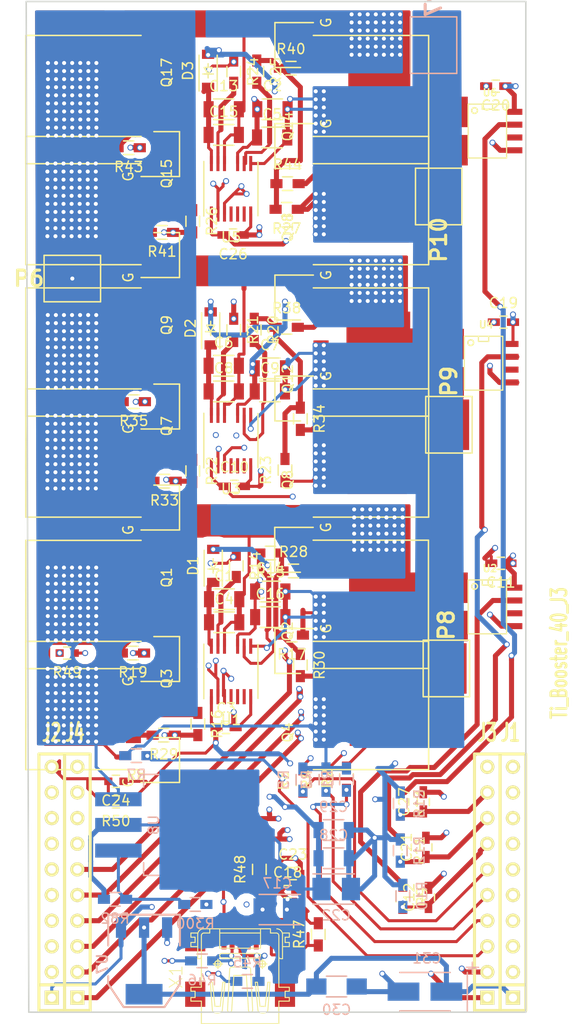
<source format=kicad_pcb>
(kicad_pcb (version 4) (host pcbnew 4.0.0-stable)
  (layers (0 F.Cu signal) (1 In1.Cu power) (2 In2.Cu power) (31 B.Cu signal) (34 B.Paste user hide) (35 F.Paste user hide) (36 B.SilkS user) (37 F.SilkS user) (38 B.Mask user hide) (39 F.Mask user hide) (44 Edge.Cuts user))
  (net 0 "")
  (net 1 GND)
  (net 2 +5V)
  (net 3 V_SUPPLY)
  (net 4 "/Power MOSFETS/H1_VS")
  (net 5 "/Power MOSFETS/CurrentA")
  (net 6 "/Power MOSFETS/H2_VS")
  (net 7 "/Power MOSFETS/CurrentB")
  (net 8 "/Power MOSFETS/H3_VS")
  (net 9 "/Power MOSFETS/CurrentC")
  (net 10 "/Power MOSFETS/M_H1")
  (net 11 "/Power MOSFETS/M_L1")
  (net 12 "/Power MOSFETS/M_H2")
  (net 13 "/Power MOSFETS/M_L2")
  (net 14 "/Power MOSFETS/M_H3")
  (net 15 "/Power MOSFETS/M_L3")
  (net 16 "/Power MOSFETS/PHASE_1")
  (net 17 "/Power MOSFETS/PHASE_2")
  (net 18 "/Power MOSFETS/PHASE_3")
  (net 19 "Net-(R9-Pad1)")
  (net 20 "Net-(R11-Pad1)")
  (net 21 "Net-(R13-Pad1)")
  (net 22 "Net-(R14-Pad2)")
  (net 23 "Net-(R15-Pad2)")
  (net 24 "Net-(R20-Pad2)")
  (net 25 "Net-(R21-Pad2)")
  (net 26 "Net-(R24-Pad2)")
  (net 27 "Net-(R25-Pad2)")
  (net 28 "Net-(U2-Pad6)")
  (net 29 "Net-(U4-Pad6)")
  (net 30 "Net-(U6-Pad6)")
  (net 31 "Net-(J1-Pad2)")
  (net 32 "Net-(J1-Pad3)")
  (net 33 "Net-(J1-Pad4)")
  (net 34 "Net-(J1-Pad5)")
  (net 35 "Net-(J1-Pad6)")
  (net 36 "Net-(J1-Pad7)")
  (net 37 "Net-(J1-Pad8)")
  (net 38 "Net-(J1-Pad9)")
  (net 39 "Net-(J1-Pad10)")
  (net 40 "Net-(J2-Pad2)")
  (net 41 "Net-(J2-Pad4)")
  (net 42 "Net-(J2-Pad6)")
  (net 43 "Net-(J2-Pad7)")
  (net 44 "Net-(J2-Pad8)")
  (net 45 "Net-(J2-Pad9)")
  (net 46 "Net-(J3-Pad3)")
  (net 47 "Net-(J3-Pad4)")
  (net 48 "Net-(J3-Pad5)")
  (net 49 "Net-(J3-Pad6)")
  (net 50 "Net-(J3-Pad10)")
  (net 51 "Net-(J4-Pad7)")
  (net 52 "Net-(J4-Pad8)")
  (net 53 "Net-(J4-Pad9)")
  (net 54 "Net-(J4-Pad10)")
  (net 55 +3V3)
  (net 56 "Net-(X1-Pad4)")
  (net 57 "Net-(C1-Pad1)")
  (net 58 "Net-(C6-Pad1)")
  (net 59 "Net-(C13-Pad1)")
  (net 60 "Net-(Q1-Pad3)")
  (net 61 "Net-(Q2-Pad3)")
  (net 62 "Net-(Q3-Pad3)")
  (net 63 "Net-(Q4-Pad3)")
  (net 64 "Net-(Q7-Pad3)")
  (net 65 "Net-(Q8-Pad3)")
  (net 66 "Net-(Q9-Pad3)")
  (net 67 "Net-(Q12-Pad3)")
  (net 68 "Net-(Q14-Pad3)")
  (net 69 "Net-(Q15-Pad3)")
  (net 70 "Net-(Q17-Pad3)")
  (net 71 "Net-(Q18-Pad3)")
  (net 72 "Net-(R14-Pad1)")
  (net 73 "Net-(R15-Pad1)")
  (net 74 "Net-(R20-Pad1)")
  (net 75 "Net-(R21-Pad1)")
  (net 76 "Net-(R24-Pad1)")
  (net 77 "Net-(R25-Pad1)")
  (net 78 "Net-(U1-Pad4)")
  (net 79 "Net-(U1-Pad5)")
  (net 80 "Net-(U1-Pad6)")
  (net 81 "Net-(U3-Pad4)")
  (net 82 "Net-(U3-Pad5)")
  (net 83 "Net-(U3-Pad6)")
  (net 84 "Net-(U5-Pad4)")
  (net 85 "Net-(U5-Pad5)")
  (net 86 "Net-(U5-Pad6)")
  (net 87 VDD)
  (net 88 "Net-(R300-Pad1)")
  (net 89 "Net-(C24-Pad2)")
  (net 90 "Net-(R45-Pad1)")
  (net 91 "Net-(R46-Pad2)")
  (net 92 "Net-(R47-Pad1)")
  (net 93 "Net-(R48-Pad2)")
  (module "via 0.60.4" (layer F.Cu) (at 232.448 125.158)
    (fp_text reference REF**26 hide)
    (fp_text value "via 0.60.4" hide)
    (pad 1 thru_hole circle (at 0 0) (size 0.6 0.6) (drill 0.4) (layers *.Cu) (net 1 GND))
  )
  (module "via 0.60.4" (layer F.Cu) (at 231.648 125.158)
    (fp_text reference REF**16 hide)
    (fp_text value "via 0.60.4" hide)
    (pad 1 thru_hole circle (at 0 0) (size 0.6 0.6) (drill 0.4) (layers *.Cu) (net 1 GND))
  )
  (module "via 0.60.4" (layer F.Cu) (at 232.448 124.358)
    (fp_text reference REF**25 hide)
    (fp_text value "via 0.60.4" hide)
    (pad 1 thru_hole circle (at 0 0) (size 0.6 0.6) (drill 0.4) (layers *.Cu) (net 1 GND))
  )
  (module "via 0.60.4" (layer F.Cu) (at 231.648 124.358)
    (fp_text reference REF**15 hide)
    (fp_text value "via 0.60.4" hide)
    (pad 1 thru_hole circle (at 0 0) (size 0.6 0.6) (drill 0.4) (layers *.Cu) (net 1 GND))
  )
  (module "via 0.60.4" (layer F.Cu) (at 232.448 123.558)
    (fp_text reference REF**24 hide)
    (fp_text value "via 0.60.4" hide)
    (pad 1 thru_hole circle (at 0 0) (size 0.6 0.6) (drill 0.4) (layers *.Cu) (net 1 GND))
  )
  (module "via 0.60.4" (layer F.Cu) (at 231.648 123.558)
    (fp_text reference REF**14 hide)
    (fp_text value "via 0.60.4" hide)
    (pad 1 thru_hole circle (at 0 0) (size 0.6 0.6) (drill 0.4) (layers *.Cu) (net 1 GND))
  )
  (module "via 0.60.4" (layer F.Cu) (at 232.448 122.758)
    (fp_text reference REF**23 hide)
    (fp_text value "via 0.60.4" hide)
    (pad 1 thru_hole circle (at 0 0) (size 0.6 0.6) (drill 0.4) (layers *.Cu) (net 1 GND))
  )
  (module "via 0.60.4" (layer F.Cu) (at 231.648 122.758)
    (fp_text reference REF**13 hide)
    (fp_text value "via 0.60.4" hide)
    (pad 1 thru_hole circle (at 0 0) (size 0.6 0.6) (drill 0.4) (layers *.Cu) (net 1 GND))
  )
  (module "via 0.60.4" (layer F.Cu) (at 232.448 121.958)
    (fp_text reference REF**22 hide)
    (fp_text value "via 0.60.4" hide)
    (pad 1 thru_hole circle (at 0 0) (size 0.6 0.6) (drill 0.4) (layers *.Cu) (net 1 GND))
  )
  (module "via 0.60.4" (layer F.Cu) (at 231.648 121.958)
    (fp_text reference REF**12 hide)
    (fp_text value "via 0.60.4" hide)
    (pad 1 thru_hole circle (at 0 0) (size 0.6 0.6) (drill 0.4) (layers *.Cu) (net 1 GND))
  )
  (module "via 0.60.4" (layer F.Cu) (at 232.448 121.158)
    (fp_text reference REF**21 hide)
    (fp_text value "via 0.60.4" hide)
    (pad 1 thru_hole circle (at 0 0) (size 0.6 0.6) (drill 0.4) (layers *.Cu) (net 1 GND))
  )
  (module "via 0.60.4" (layer F.Cu) (at 232.448 114.998)
    (fp_text reference REF**26 hide)
    (fp_text value "via 0.60.4" hide)
    (pad 1 thru_hole circle (at 0 0) (size 0.6 0.6) (drill 0.4) (layers *.Cu) (net 1 GND))
  )
  (module "via 0.60.4" (layer F.Cu) (at 231.648 114.998)
    (fp_text reference REF**16 hide)
    (fp_text value "via 0.60.4" hide)
    (pad 1 thru_hole circle (at 0 0) (size 0.6 0.6) (drill 0.4) (layers *.Cu) (net 1 GND))
  )
  (module "via 0.60.4" (layer F.Cu) (at 232.448 114.198)
    (fp_text reference REF**25 hide)
    (fp_text value "via 0.60.4" hide)
    (pad 1 thru_hole circle (at 0 0) (size 0.6 0.6) (drill 0.4) (layers *.Cu) (net 1 GND))
  )
  (module "via 0.60.4" (layer F.Cu) (at 231.648 114.198)
    (fp_text reference REF**15 hide)
    (fp_text value "via 0.60.4" hide)
    (pad 1 thru_hole circle (at 0 0) (size 0.6 0.6) (drill 0.4) (layers *.Cu) (net 1 GND))
  )
  (module "via 0.60.4" (layer F.Cu) (at 232.448 113.398)
    (fp_text reference REF**24 hide)
    (fp_text value "via 0.60.4" hide)
    (pad 1 thru_hole circle (at 0 0) (size 0.6 0.6) (drill 0.4) (layers *.Cu) (net 1 GND))
  )
  (module "via 0.60.4" (layer F.Cu) (at 231.648 113.398)
    (fp_text reference REF**14 hide)
    (fp_text value "via 0.60.4" hide)
    (pad 1 thru_hole circle (at 0 0) (size 0.6 0.6) (drill 0.4) (layers *.Cu) (net 1 GND))
  )
  (module "via 0.60.4" (layer F.Cu) (at 232.448 112.598)
    (fp_text reference REF**23 hide)
    (fp_text value "via 0.60.4" hide)
    (pad 1 thru_hole circle (at 0 0) (size 0.6 0.6) (drill 0.4) (layers *.Cu) (net 1 GND))
  )
  (module "via 0.60.4" (layer F.Cu) (at 231.648 112.598)
    (fp_text reference REF**13 hide)
    (fp_text value "via 0.60.4" hide)
    (pad 1 thru_hole circle (at 0 0) (size 0.6 0.6) (drill 0.4) (layers *.Cu) (net 1 GND))
  )
  (module "via 0.60.4" (layer F.Cu) (at 232.448 111.798)
    (fp_text reference REF**22 hide)
    (fp_text value "via 0.60.4" hide)
    (pad 1 thru_hole circle (at 0 0) (size 0.6 0.6) (drill 0.4) (layers *.Cu) (net 1 GND))
  )
  (module "via 0.60.4" (layer F.Cu) (at 231.648 111.798)
    (fp_text reference REF**12 hide)
    (fp_text value "via 0.60.4" hide)
    (pad 1 thru_hole circle (at 0 0) (size 0.6 0.6) (drill 0.4) (layers *.Cu) (net 1 GND))
  )
  (module "via 0.60.4" (layer F.Cu) (at 232.448 110.998)
    (fp_text reference REF**21 hide)
    (fp_text value "via 0.60.4" hide)
    (pad 1 thru_hole circle (at 0 0) (size 0.6 0.6) (drill 0.4) (layers *.Cu) (net 1 GND))
  )
  (module "via 0.60.4" (layer F.Cu) (at 231.648 121.158)
    (fp_text reference REF**11 hide)
    (fp_text value "via 0.60.4" hide)
    (pad 1 thru_hole circle (at 0 0) (size 0.6 0.6) (drill 0.4) (layers *.Cu) (net 1 GND))
  )
  (module "via 0.60.4" (layer F.Cu) (at 231.648 110.998)
    (fp_text reference REF**11 hide)
    (fp_text value "via 0.60.4" hide)
    (pad 1 thru_hole circle (at 0 0) (size 0.6 0.6) (drill 0.4) (layers *.Cu) (net 1 GND))
  )
  (module "via 0.60.4" (layer F.Cu) (at 232.448 100.012)
    (fp_text reference REF**26 hide)
    (fp_text value "via 0.60.4" hide)
    (pad 1 thru_hole circle (at 0 0) (size 0.6 0.6) (drill 0.4) (layers *.Cu) (net 1 GND))
  )
  (module "via 0.60.4" (layer F.Cu) (at 231.648 100.012)
    (fp_text reference REF**16 hide)
    (fp_text value "via 0.60.4" hide)
    (pad 1 thru_hole circle (at 0 0) (size 0.6 0.6) (drill 0.4) (layers *.Cu) (net 1 GND))
  )
  (module "via 0.60.4" (layer F.Cu) (at 232.448 99.212)
    (fp_text reference REF**25 hide)
    (fp_text value "via 0.60.4" hide)
    (pad 1 thru_hole circle (at 0 0) (size 0.6 0.6) (drill 0.4) (layers *.Cu) (net 1 GND))
  )
  (module "via 0.60.4" (layer F.Cu) (at 231.648 99.212)
    (fp_text reference REF**15 hide)
    (fp_text value "via 0.60.4" hide)
    (pad 1 thru_hole circle (at 0 0) (size 0.6 0.6) (drill 0.4) (layers *.Cu) (net 1 GND))
  )
  (module "via 0.60.4" (layer F.Cu) (at 232.448 98.412)
    (fp_text reference REF**24 hide)
    (fp_text value "via 0.60.4" hide)
    (pad 1 thru_hole circle (at 0 0) (size 0.6 0.6) (drill 0.4) (layers *.Cu) (net 1 GND))
  )
  (module "via 0.60.4" (layer F.Cu) (at 231.648 98.412)
    (fp_text reference REF**14 hide)
    (fp_text value "via 0.60.4" hide)
    (pad 1 thru_hole circle (at 0 0) (size 0.6 0.6) (drill 0.4) (layers *.Cu) (net 1 GND))
  )
  (module "via 0.60.4" (layer F.Cu) (at 232.448 97.612)
    (fp_text reference REF**23 hide)
    (fp_text value "via 0.60.4" hide)
    (pad 1 thru_hole circle (at 0 0) (size 0.6 0.6) (drill 0.4) (layers *.Cu) (net 1 GND))
  )
  (module "via 0.60.4" (layer F.Cu) (at 231.648 97.612)
    (fp_text reference REF**13 hide)
    (fp_text value "via 0.60.4" hide)
    (pad 1 thru_hole circle (at 0 0) (size 0.6 0.6) (drill 0.4) (layers *.Cu) (net 1 GND))
  )
  (module "via 0.60.4" (layer F.Cu) (at 232.448 96.812)
    (fp_text reference REF**22 hide)
    (fp_text value "via 0.60.4" hide)
    (pad 1 thru_hole circle (at 0 0) (size 0.6 0.6) (drill 0.4) (layers *.Cu) (net 1 GND))
  )
  (module "via 0.60.4" (layer F.Cu) (at 231.648 96.812)
    (fp_text reference REF**12 hide)
    (fp_text value "via 0.60.4" hide)
    (pad 1 thru_hole circle (at 0 0) (size 0.6 0.6) (drill 0.4) (layers *.Cu) (net 1 GND))
  )
  (module "via 0.60.4" (layer F.Cu) (at 232.448 96.012)
    (fp_text reference REF**21 hide)
    (fp_text value "via 0.60.4" hide)
    (pad 1 thru_hole circle (at 0 0) (size 0.6 0.6) (drill 0.4) (layers *.Cu) (net 1 GND))
  )
  (module "via 0.60.4" (layer F.Cu) (at 231.648 96.012)
    (fp_text reference REF**11 hide)
    (fp_text value "via 0.60.4" hide)
    (pad 1 thru_hole circle (at 0 0) (size 0.6 0.6) (drill 0.4) (layers *.Cu) (net 1 GND))
  )
  (module "via 0.60.4" (layer F.Cu) (at 232.448 90.106)
    (fp_text reference REF**26 hide)
    (fp_text value "via 0.60.4" hide)
    (pad 1 thru_hole circle (at 0 0) (size 0.6 0.6) (drill 0.4) (layers *.Cu) (net 1 GND))
  )
  (module "via 0.60.4" (layer F.Cu) (at 231.648 90.106)
    (fp_text reference REF**16 hide)
    (fp_text value "via 0.60.4" hide)
    (pad 1 thru_hole circle (at 0 0) (size 0.6 0.6) (drill 0.4) (layers *.Cu) (net 1 GND))
  )
  (module "via 0.60.4" (layer F.Cu) (at 232.448 89.306)
    (fp_text reference REF**25 hide)
    (fp_text value "via 0.60.4" hide)
    (pad 1 thru_hole circle (at 0 0) (size 0.6 0.6) (drill 0.4) (layers *.Cu) (net 1 GND))
  )
  (module "via 0.60.4" (layer F.Cu) (at 231.648 89.306)
    (fp_text reference REF**15 hide)
    (fp_text value "via 0.60.4" hide)
    (pad 1 thru_hole circle (at 0 0) (size 0.6 0.6) (drill 0.4) (layers *.Cu) (net 1 GND))
  )
  (module "via 0.60.4" (layer F.Cu) (at 232.448 88.506)
    (fp_text reference REF**24 hide)
    (fp_text value "via 0.60.4" hide)
    (pad 1 thru_hole circle (at 0 0) (size 0.6 0.6) (drill 0.4) (layers *.Cu) (net 1 GND))
  )
  (module "via 0.60.4" (layer F.Cu) (at 231.648 88.506)
    (fp_text reference REF**14 hide)
    (fp_text value "via 0.60.4" hide)
    (pad 1 thru_hole circle (at 0 0) (size 0.6 0.6) (drill 0.4) (layers *.Cu) (net 1 GND))
  )
  (module "via 0.60.4" (layer F.Cu) (at 232.448 87.706)
    (fp_text reference REF**23 hide)
    (fp_text value "via 0.60.4" hide)
    (pad 1 thru_hole circle (at 0 0) (size 0.6 0.6) (drill 0.4) (layers *.Cu) (net 1 GND))
  )
  (module "via 0.60.4" (layer F.Cu) (at 231.648 87.706)
    (fp_text reference REF**13 hide)
    (fp_text value "via 0.60.4" hide)
    (pad 1 thru_hole circle (at 0 0) (size 0.6 0.6) (drill 0.4) (layers *.Cu) (net 1 GND))
  )
  (module "via 0.60.4" (layer F.Cu) (at 232.448 86.906)
    (fp_text reference REF**22 hide)
    (fp_text value "via 0.60.4" hide)
    (pad 1 thru_hole circle (at 0 0) (size 0.6 0.6) (drill 0.4) (layers *.Cu) (net 1 GND))
  )
  (module "via 0.60.4" (layer F.Cu) (at 231.648 86.906)
    (fp_text reference REF**12 hide)
    (fp_text value "via 0.60.4" hide)
    (pad 1 thru_hole circle (at 0 0) (size 0.6 0.6) (drill 0.4) (layers *.Cu) (net 1 GND))
  )
  (module "via 0.60.4" (layer F.Cu) (at 232.448 86.106)
    (fp_text reference REF**21 hide)
    (fp_text value "via 0.60.4" hide)
    (pad 1 thru_hole circle (at 0 0) (size 0.6 0.6) (drill 0.4) (layers *.Cu) (net 1 GND))
  )
  (module "via 0.60.4" (layer F.Cu) (at 231.648 86.106)
    (fp_text reference REF**11 hide)
    (fp_text value "via 0.60.4" hide)
    (pad 1 thru_hole circle (at 0 0) (size 0.6 0.6) (drill 0.4) (layers *.Cu) (net 1 GND))
  )
  (module "via 0.60.4" (layer F.Cu) (at 232.448 75.12)
    (fp_text reference REF**26 hide)
    (fp_text value "via 0.60.4" hide)
    (pad 1 thru_hole circle (at 0 0) (size 0.6 0.6) (drill 0.4) (layers *.Cu) (net 1 GND))
  )
  (module "via 0.60.4" (layer F.Cu) (at 231.648 75.12)
    (fp_text reference REF**16 hide)
    (fp_text value "via 0.60.4" hide)
    (pad 1 thru_hole circle (at 0 0) (size 0.6 0.6) (drill 0.4) (layers *.Cu) (net 1 GND))
  )
  (module "via 0.60.4" (layer F.Cu) (at 232.448 74.32)
    (fp_text reference REF**25 hide)
    (fp_text value "via 0.60.4" hide)
    (pad 1 thru_hole circle (at 0 0) (size 0.6 0.6) (drill 0.4) (layers *.Cu) (net 1 GND))
  )
  (module "via 0.60.4" (layer F.Cu) (at 231.648 74.32)
    (fp_text reference REF**15 hide)
    (fp_text value "via 0.60.4" hide)
    (pad 1 thru_hole circle (at 0 0) (size 0.6 0.6) (drill 0.4) (layers *.Cu) (net 1 GND))
  )
  (module "via 0.60.4" (layer F.Cu) (at 232.448 73.52)
    (fp_text reference REF**24 hide)
    (fp_text value "via 0.60.4" hide)
    (pad 1 thru_hole circle (at 0 0) (size 0.6 0.6) (drill 0.4) (layers *.Cu) (net 1 GND))
  )
  (module "via 0.60.4" (layer F.Cu) (at 231.648 73.52)
    (fp_text reference REF**14 hide)
    (fp_text value "via 0.60.4" hide)
    (pad 1 thru_hole circle (at 0 0) (size 0.6 0.6) (drill 0.4) (layers *.Cu) (net 1 GND))
  )
  (module "via 0.60.4" (layer F.Cu) (at 232.448 72.72)
    (fp_text reference REF**23 hide)
    (fp_text value "via 0.60.4" hide)
    (pad 1 thru_hole circle (at 0 0) (size 0.6 0.6) (drill 0.4) (layers *.Cu) (net 1 GND))
  )
  (module "via 0.60.4" (layer F.Cu) (at 231.648 72.72)
    (fp_text reference REF**13 hide)
    (fp_text value "via 0.60.4" hide)
    (pad 1 thru_hole circle (at 0 0) (size 0.6 0.6) (drill 0.4) (layers *.Cu) (net 1 GND))
  )
  (module "via 0.60.4" (layer F.Cu) (at 232.448 71.92)
    (fp_text reference REF**22 hide)
    (fp_text value "via 0.60.4" hide)
    (pad 1 thru_hole circle (at 0 0) (size 0.6 0.6) (drill 0.4) (layers *.Cu) (net 1 GND))
  )
  (module "via 0.60.4" (layer F.Cu) (at 231.648 71.92)
    (fp_text reference REF**12 hide)
    (fp_text value "via 0.60.4" hide)
    (pad 1 thru_hole circle (at 0 0) (size 0.6 0.6) (drill 0.4) (layers *.Cu) (net 1 GND))
  )
  (module "via 0.60.4" (layer F.Cu) (at 232.448 71.12)
    (fp_text reference REF**21 hide)
    (fp_text value "via 0.60.4" hide)
    (pad 1 thru_hole circle (at 0 0) (size 0.6 0.6) (drill 0.4) (layers *.Cu) (net 1 GND))
  )
  (module "via 0.60.4" (layer F.Cu) (at 231.648 71.12)
    (fp_text reference REF**11 hide)
    (fp_text value "via 0.60.4" hide)
    (pad 1 thru_hole circle (at 0 0) (size 0.6 0.6) (drill 0.4) (layers *.Cu) (net 1 GND))
  )
  (module "via 0.60.4" (layer F.Cu) (at 232.448 64.96)
    (fp_text reference REF**26 hide)
    (fp_text value "via 0.60.4" hide)
    (pad 1 thru_hole circle (at 0 0) (size 0.6 0.6) (drill 0.4) (layers *.Cu) (net 1 GND))
  )
  (module "via 0.60.4" (layer F.Cu) (at 231.648 64.96)
    (fp_text reference REF**16 hide)
    (fp_text value "via 0.60.4" hide)
    (pad 1 thru_hole circle (at 0 0) (size 0.6 0.6) (drill 0.4) (layers *.Cu) (net 1 GND))
  )
  (module "via 0.60.4" (layer F.Cu) (at 232.448 64.16)
    (fp_text reference REF**25 hide)
    (fp_text value "via 0.60.4" hide)
    (pad 1 thru_hole circle (at 0 0) (size 0.6 0.6) (drill 0.4) (layers *.Cu) (net 1 GND))
  )
  (module "via 0.60.4" (layer F.Cu) (at 231.648 64.16)
    (fp_text reference REF**15 hide)
    (fp_text value "via 0.60.4" hide)
    (pad 1 thru_hole circle (at 0 0) (size 0.6 0.6) (drill 0.4) (layers *.Cu) (net 1 GND))
  )
  (module "via 0.60.4" (layer F.Cu) (at 232.448 63.36)
    (fp_text reference REF**24 hide)
    (fp_text value "via 0.60.4" hide)
    (pad 1 thru_hole circle (at 0 0) (size 0.6 0.6) (drill 0.4) (layers *.Cu) (net 1 GND))
  )
  (module "via 0.60.4" (layer F.Cu) (at 231.648 63.36)
    (fp_text reference REF**14 hide)
    (fp_text value "via 0.60.4" hide)
    (pad 1 thru_hole circle (at 0 0) (size 0.6 0.6) (drill 0.4) (layers *.Cu) (net 1 GND))
  )
  (module "via 0.60.4" (layer F.Cu) (at 232.448 62.56)
    (fp_text reference REF**23 hide)
    (fp_text value "via 0.60.4" hide)
    (pad 1 thru_hole circle (at 0 0) (size 0.6 0.6) (drill 0.4) (layers *.Cu) (net 1 GND))
  )
  (module "via 0.60.4" (layer F.Cu) (at 231.648 62.56)
    (fp_text reference REF**13 hide)
    (fp_text value "via 0.60.4" hide)
    (pad 1 thru_hole circle (at 0 0) (size 0.6 0.6) (drill 0.4) (layers *.Cu) (net 1 GND))
  )
  (module "via 0.60.4" (layer F.Cu) (at 232.448 61.76)
    (fp_text reference REF**22 hide)
    (fp_text value "via 0.60.4" hide)
    (pad 1 thru_hole circle (at 0 0) (size 0.6 0.6) (drill 0.4) (layers *.Cu) (net 1 GND))
  )
  (module "via 0.60.4" (layer F.Cu) (at 231.648 61.76)
    (fp_text reference REF**12 hide)
    (fp_text value "via 0.60.4" hide)
    (pad 1 thru_hole circle (at 0 0) (size 0.6 0.6) (drill 0.4) (layers *.Cu) (net 1 GND))
  )
  (module "via 0.60.4" (layer F.Cu) (at 232.448 60.96)
    (fp_text reference REF**21 hide)
    (fp_text value "via 0.60.4" hide)
    (pad 1 thru_hole circle (at 0 0) (size 0.6 0.6) (drill 0.4) (layers *.Cu) (net 1 GND))
  )
  (module "via 0.60.4" (layer F.Cu) (at 231.648 60.96)
    (fp_text reference REF**11 hide)
    (fp_text value "via 0.60.4" hide)
    (pad 1 thru_hole circle (at 0 0) (size 0.6 0.6) (drill 0.4) (layers *.Cu) (net 1 GND))
  )
  (module "via 0.60.4" (layer F.Cu) (at 240.258 106.362)
    (fp_text reference REF**176 hide)
    (fp_text value "via 0.60.4" hide)
    (pad 1 thru_hole circle (at 0 0) (size 0.6 0.6) (drill 0.4) (layers *.Cu) (net 4 "/Power MOSFETS/H1_VS"))
  )
  (module "via 0.60.4" (layer F.Cu) (at 239.458 106.362)
    (fp_text reference REF**166 hide)
    (fp_text value "via 0.60.4" hide)
    (pad 1 thru_hole circle (at 0 0) (size 0.6 0.6) (drill 0.4) (layers *.Cu) (net 4 "/Power MOSFETS/H1_VS"))
  )
  (module "via 0.60.4" (layer F.Cu) (at 238.658 106.362)
    (fp_text reference REF**156 hide)
    (fp_text value "via 0.60.4" hide)
    (pad 1 thru_hole circle (at 0 0) (size 0.6 0.6) (drill 0.4) (layers *.Cu) (net 4 "/Power MOSFETS/H1_VS"))
  )
  (module "via 0.60.4" (layer F.Cu) (at 237.858 106.362)
    (fp_text reference REF**146 hide)
    (fp_text value "via 0.60.4" hide)
    (pad 1 thru_hole circle (at 0 0) (size 0.6 0.6) (drill 0.4) (layers *.Cu) (net 4 "/Power MOSFETS/H1_VS"))
  )
  (module "via 0.60.4" (layer F.Cu) (at 237.058 106.362)
    (fp_text reference REF**136 hide)
    (fp_text value "via 0.60.4" hide)
    (pad 1 thru_hole circle (at 0 0) (size 0.6 0.6) (drill 0.4) (layers *.Cu) (net 4 "/Power MOSFETS/H1_VS"))
  )
  (module "via 0.60.4" (layer F.Cu) (at 236.258 106.362)
    (fp_text reference REF**126 hide)
    (fp_text value "via 0.60.4" hide)
    (pad 1 thru_hole circle (at 0 0) (size 0.6 0.6) (drill 0.4) (layers *.Cu) (net 4 "/Power MOSFETS/H1_VS"))
  )
  (module "via 0.60.4" (layer F.Cu) (at 235.458 106.362)
    (fp_text reference REF**116 hide)
    (fp_text value "via 0.60.4" hide)
    (pad 1 thru_hole circle (at 0 0) (size 0.6 0.6) (drill 0.4) (layers *.Cu) (net 4 "/Power MOSFETS/H1_VS"))
  )
  (module "via 0.60.4" (layer F.Cu) (at 240.258 105.562)
    (fp_text reference REF**175 hide)
    (fp_text value "via 0.60.4" hide)
    (pad 1 thru_hole circle (at 0 0) (size 0.6 0.6) (drill 0.4) (layers *.Cu) (net 4 "/Power MOSFETS/H1_VS"))
  )
  (module "via 0.60.4" (layer F.Cu) (at 239.458 105.562)
    (fp_text reference REF**165 hide)
    (fp_text value "via 0.60.4" hide)
    (pad 1 thru_hole circle (at 0 0) (size 0.6 0.6) (drill 0.4) (layers *.Cu) (net 4 "/Power MOSFETS/H1_VS"))
  )
  (module "via 0.60.4" (layer F.Cu) (at 238.658 105.562)
    (fp_text reference REF**155 hide)
    (fp_text value "via 0.60.4" hide)
    (pad 1 thru_hole circle (at 0 0) (size 0.6 0.6) (drill 0.4) (layers *.Cu) (net 4 "/Power MOSFETS/H1_VS"))
  )
  (module "via 0.60.4" (layer F.Cu) (at 237.858 105.562)
    (fp_text reference REF**145 hide)
    (fp_text value "via 0.60.4" hide)
    (pad 1 thru_hole circle (at 0 0) (size 0.6 0.6) (drill 0.4) (layers *.Cu) (net 4 "/Power MOSFETS/H1_VS"))
  )
  (module "via 0.60.4" (layer F.Cu) (at 237.058 105.562)
    (fp_text reference REF**135 hide)
    (fp_text value "via 0.60.4" hide)
    (pad 1 thru_hole circle (at 0 0) (size 0.6 0.6) (drill 0.4) (layers *.Cu) (net 4 "/Power MOSFETS/H1_VS"))
  )
  (module "via 0.60.4" (layer F.Cu) (at 236.258 105.562)
    (fp_text reference REF**125 hide)
    (fp_text value "via 0.60.4" hide)
    (pad 1 thru_hole circle (at 0 0) (size 0.6 0.6) (drill 0.4) (layers *.Cu) (net 4 "/Power MOSFETS/H1_VS"))
  )
  (module "via 0.60.4" (layer F.Cu) (at 235.458 105.562)
    (fp_text reference REF**115 hide)
    (fp_text value "via 0.60.4" hide)
    (pad 1 thru_hole circle (at 0 0) (size 0.6 0.6) (drill 0.4) (layers *.Cu) (net 4 "/Power MOSFETS/H1_VS"))
  )
  (module "via 0.60.4" (layer F.Cu) (at 240.258 104.762)
    (fp_text reference REF**174 hide)
    (fp_text value "via 0.60.4" hide)
    (pad 1 thru_hole circle (at 0 0) (size 0.6 0.6) (drill 0.4) (layers *.Cu) (net 4 "/Power MOSFETS/H1_VS"))
  )
  (module "via 0.60.4" (layer F.Cu) (at 239.458 104.762)
    (fp_text reference REF**164 hide)
    (fp_text value "via 0.60.4" hide)
    (pad 1 thru_hole circle (at 0 0) (size 0.6 0.6) (drill 0.4) (layers *.Cu) (net 4 "/Power MOSFETS/H1_VS"))
  )
  (module "via 0.60.4" (layer F.Cu) (at 238.658 104.762)
    (fp_text reference REF**154 hide)
    (fp_text value "via 0.60.4" hide)
    (pad 1 thru_hole circle (at 0 0) (size 0.6 0.6) (drill 0.4) (layers *.Cu) (net 4 "/Power MOSFETS/H1_VS"))
  )
  (module "via 0.60.4" (layer F.Cu) (at 237.858 104.762)
    (fp_text reference REF**144 hide)
    (fp_text value "via 0.60.4" hide)
    (pad 1 thru_hole circle (at 0 0) (size 0.6 0.6) (drill 0.4) (layers *.Cu) (net 4 "/Power MOSFETS/H1_VS"))
  )
  (module "via 0.60.4" (layer F.Cu) (at 237.058 104.762)
    (fp_text reference REF**134 hide)
    (fp_text value "via 0.60.4" hide)
    (pad 1 thru_hole circle (at 0 0) (size 0.6 0.6) (drill 0.4) (layers *.Cu) (net 4 "/Power MOSFETS/H1_VS"))
  )
  (module "via 0.60.4" (layer F.Cu) (at 236.258 104.762)
    (fp_text reference REF**124 hide)
    (fp_text value "via 0.60.4" hide)
    (pad 1 thru_hole circle (at 0 0) (size 0.6 0.6) (drill 0.4) (layers *.Cu) (net 4 "/Power MOSFETS/H1_VS"))
  )
  (module "via 0.60.4" (layer F.Cu) (at 235.458 104.762)
    (fp_text reference REF**114 hide)
    (fp_text value "via 0.60.4" hide)
    (pad 1 thru_hole circle (at 0 0) (size 0.6 0.6) (drill 0.4) (layers *.Cu) (net 4 "/Power MOSFETS/H1_VS"))
  )
  (module "via 0.60.4" (layer F.Cu) (at 240.258 103.962)
    (fp_text reference REF**173 hide)
    (fp_text value "via 0.60.4" hide)
    (pad 1 thru_hole circle (at 0 0) (size 0.6 0.6) (drill 0.4) (layers *.Cu) (net 4 "/Power MOSFETS/H1_VS"))
  )
  (module "via 0.60.4" (layer F.Cu) (at 239.458 103.962)
    (fp_text reference REF**163 hide)
    (fp_text value "via 0.60.4" hide)
    (pad 1 thru_hole circle (at 0 0) (size 0.6 0.6) (drill 0.4) (layers *.Cu) (net 4 "/Power MOSFETS/H1_VS"))
  )
  (module "via 0.60.4" (layer F.Cu) (at 238.658 103.962)
    (fp_text reference REF**153 hide)
    (fp_text value "via 0.60.4" hide)
    (pad 1 thru_hole circle (at 0 0) (size 0.6 0.6) (drill 0.4) (layers *.Cu) (net 4 "/Power MOSFETS/H1_VS"))
  )
  (module "via 0.60.4" (layer F.Cu) (at 237.858 103.962)
    (fp_text reference REF**143 hide)
    (fp_text value "via 0.60.4" hide)
    (pad 1 thru_hole circle (at 0 0) (size 0.6 0.6) (drill 0.4) (layers *.Cu) (net 4 "/Power MOSFETS/H1_VS"))
  )
  (module "via 0.60.4" (layer F.Cu) (at 237.058 103.962)
    (fp_text reference REF**133 hide)
    (fp_text value "via 0.60.4" hide)
    (pad 1 thru_hole circle (at 0 0) (size 0.6 0.6) (drill 0.4) (layers *.Cu) (net 4 "/Power MOSFETS/H1_VS"))
  )
  (module "via 0.60.4" (layer F.Cu) (at 236.258 103.962)
    (fp_text reference REF**123 hide)
    (fp_text value "via 0.60.4" hide)
    (pad 1 thru_hole circle (at 0 0) (size 0.6 0.6) (drill 0.4) (layers *.Cu) (net 4 "/Power MOSFETS/H1_VS"))
  )
  (module "via 0.60.4" (layer F.Cu) (at 235.458 103.962)
    (fp_text reference REF**113 hide)
    (fp_text value "via 0.60.4" hide)
    (pad 1 thru_hole circle (at 0 0) (size 0.6 0.6) (drill 0.4) (layers *.Cu) (net 4 "/Power MOSFETS/H1_VS"))
  )
  (module "via 0.60.4" (layer F.Cu) (at 240.258 103.162)
    (fp_text reference REF**172 hide)
    (fp_text value "via 0.60.4" hide)
    (pad 1 thru_hole circle (at 0 0) (size 0.6 0.6) (drill 0.4) (layers *.Cu) (net 4 "/Power MOSFETS/H1_VS"))
  )
  (module "via 0.60.4" (layer F.Cu) (at 239.458 103.162)
    (fp_text reference REF**162 hide)
    (fp_text value "via 0.60.4" hide)
    (pad 1 thru_hole circle (at 0 0) (size 0.6 0.6) (drill 0.4) (layers *.Cu) (net 4 "/Power MOSFETS/H1_VS"))
  )
  (module "via 0.60.4" (layer F.Cu) (at 238.658 103.162)
    (fp_text reference REF**152 hide)
    (fp_text value "via 0.60.4" hide)
    (pad 1 thru_hole circle (at 0 0) (size 0.6 0.6) (drill 0.4) (layers *.Cu) (net 4 "/Power MOSFETS/H1_VS"))
  )
  (module "via 0.60.4" (layer F.Cu) (at 237.858 103.162)
    (fp_text reference REF**142 hide)
    (fp_text value "via 0.60.4" hide)
    (pad 1 thru_hole circle (at 0 0) (size 0.6 0.6) (drill 0.4) (layers *.Cu) (net 4 "/Power MOSFETS/H1_VS"))
  )
  (module "via 0.60.4" (layer F.Cu) (at 237.058 103.162)
    (fp_text reference REF**132 hide)
    (fp_text value "via 0.60.4" hide)
    (pad 1 thru_hole circle (at 0 0) (size 0.6 0.6) (drill 0.4) (layers *.Cu) (net 4 "/Power MOSFETS/H1_VS"))
  )
  (module "via 0.60.4" (layer F.Cu) (at 236.258 103.162)
    (fp_text reference REF**122 hide)
    (fp_text value "via 0.60.4" hide)
    (pad 1 thru_hole circle (at 0 0) (size 0.6 0.6) (drill 0.4) (layers *.Cu) (net 4 "/Power MOSFETS/H1_VS"))
  )
  (module "via 0.60.4" (layer F.Cu) (at 235.458 103.162)
    (fp_text reference REF**112 hide)
    (fp_text value "via 0.60.4" hide)
    (pad 1 thru_hole circle (at 0 0) (size 0.6 0.6) (drill 0.4) (layers *.Cu) (net 4 "/Power MOSFETS/H1_VS"))
  )
  (module "via 0.60.4" (layer F.Cu) (at 240.258 102.362)
    (fp_text reference REF**171 hide)
    (fp_text value "via 0.60.4" hide)
    (pad 1 thru_hole circle (at 0 0) (size 0.6 0.6) (drill 0.4) (layers *.Cu) (net 4 "/Power MOSFETS/H1_VS"))
  )
  (module "via 0.60.4" (layer F.Cu) (at 239.458 102.362)
    (fp_text reference REF**161 hide)
    (fp_text value "via 0.60.4" hide)
    (pad 1 thru_hole circle (at 0 0) (size 0.6 0.6) (drill 0.4) (layers *.Cu) (net 4 "/Power MOSFETS/H1_VS"))
  )
  (module "via 0.60.4" (layer F.Cu) (at 238.658 102.362)
    (fp_text reference REF**151 hide)
    (fp_text value "via 0.60.4" hide)
    (pad 1 thru_hole circle (at 0 0) (size 0.6 0.6) (drill 0.4) (layers *.Cu) (net 4 "/Power MOSFETS/H1_VS"))
  )
  (module "via 0.60.4" (layer F.Cu) (at 237.858 102.362)
    (fp_text reference REF**141 hide)
    (fp_text value "via 0.60.4" hide)
    (pad 1 thru_hole circle (at 0 0) (size 0.6 0.6) (drill 0.4) (layers *.Cu) (net 4 "/Power MOSFETS/H1_VS"))
  )
  (module "via 0.60.4" (layer F.Cu) (at 237.058 102.362)
    (fp_text reference REF**131 hide)
    (fp_text value "via 0.60.4" hide)
    (pad 1 thru_hole circle (at 0 0) (size 0.6 0.6) (drill 0.4) (layers *.Cu) (net 4 "/Power MOSFETS/H1_VS"))
  )
  (module "via 0.60.4" (layer F.Cu) (at 236.258 102.362)
    (fp_text reference REF**121 hide)
    (fp_text value "via 0.60.4" hide)
    (pad 1 thru_hole circle (at 0 0) (size 0.6 0.6) (drill 0.4) (layers *.Cu) (net 4 "/Power MOSFETS/H1_VS"))
  )
  (module "via 0.60.4" (layer F.Cu) (at 235.458 102.362)
    (fp_text reference REF**111 hide)
    (fp_text value "via 0.60.4" hide)
    (pad 1 thru_hole circle (at 0 0) (size 0.6 0.6) (drill 0.4) (layers *.Cu) (net 4 "/Power MOSFETS/H1_VS"))
  )
  (module "via 0.60.4" (layer F.Cu) (at 240.004 81.724)
    (fp_text reference REF**76 hide)
    (fp_text value "via 0.60.4" hide)
    (pad 1 thru_hole circle (at 0 0) (size 0.6 0.6) (drill 0.4) (layers *.Cu) (net 6 "/Power MOSFETS/H2_VS"))
  )
  (module "via 0.60.4" (layer F.Cu) (at 239.204 81.724)
    (fp_text reference REF**66 hide)
    (fp_text value "via 0.60.4" hide)
    (pad 1 thru_hole circle (at 0 0) (size 0.6 0.6) (drill 0.4) (layers *.Cu) (net 6 "/Power MOSFETS/H2_VS"))
  )
  (module "via 0.60.4" (layer F.Cu) (at 238.404 81.724)
    (fp_text reference REF**56 hide)
    (fp_text value "via 0.60.4" hide)
    (pad 1 thru_hole circle (at 0 0) (size 0.6 0.6) (drill 0.4) (layers *.Cu) (net 6 "/Power MOSFETS/H2_VS"))
  )
  (module "via 0.60.4" (layer F.Cu) (at 237.604 81.724)
    (fp_text reference REF**46 hide)
    (fp_text value "via 0.60.4" hide)
    (pad 1 thru_hole circle (at 0 0) (size 0.6 0.6) (drill 0.4) (layers *.Cu) (net 6 "/Power MOSFETS/H2_VS"))
  )
  (module "via 0.60.4" (layer F.Cu) (at 236.804 81.724)
    (fp_text reference REF**36 hide)
    (fp_text value "via 0.60.4" hide)
    (pad 1 thru_hole circle (at 0 0) (size 0.6 0.6) (drill 0.4) (layers *.Cu) (net 6 "/Power MOSFETS/H2_VS"))
  )
  (module "via 0.60.4" (layer F.Cu) (at 236.004 81.724)
    (fp_text reference REF**26 hide)
    (fp_text value "via 0.60.4" hide)
    (pad 1 thru_hole circle (at 0 0) (size 0.6 0.6) (drill 0.4) (layers *.Cu) (net 6 "/Power MOSFETS/H2_VS"))
  )
  (module "via 0.60.4" (layer F.Cu) (at 235.204 81.724)
    (fp_text reference REF**16 hide)
    (fp_text value "via 0.60.4" hide)
    (pad 1 thru_hole circle (at 0 0) (size 0.6 0.6) (drill 0.4) (layers *.Cu) (net 6 "/Power MOSFETS/H2_VS"))
  )
  (module "via 0.60.4" (layer F.Cu) (at 240.004 80.924)
    (fp_text reference REF**75 hide)
    (fp_text value "via 0.60.4" hide)
    (pad 1 thru_hole circle (at 0 0) (size 0.6 0.6) (drill 0.4) (layers *.Cu) (net 6 "/Power MOSFETS/H2_VS"))
  )
  (module "via 0.60.4" (layer F.Cu) (at 239.204 80.924)
    (fp_text reference REF**65 hide)
    (fp_text value "via 0.60.4" hide)
    (pad 1 thru_hole circle (at 0 0) (size 0.6 0.6) (drill 0.4) (layers *.Cu) (net 6 "/Power MOSFETS/H2_VS"))
  )
  (module "via 0.60.4" (layer F.Cu) (at 238.404 80.924)
    (fp_text reference REF**55 hide)
    (fp_text value "via 0.60.4" hide)
    (pad 1 thru_hole circle (at 0 0) (size 0.6 0.6) (drill 0.4) (layers *.Cu) (net 6 "/Power MOSFETS/H2_VS"))
  )
  (module "via 0.60.4" (layer F.Cu) (at 237.604 80.924)
    (fp_text reference REF**45 hide)
    (fp_text value "via 0.60.4" hide)
    (pad 1 thru_hole circle (at 0 0) (size 0.6 0.6) (drill 0.4) (layers *.Cu) (net 6 "/Power MOSFETS/H2_VS"))
  )
  (module "via 0.60.4" (layer F.Cu) (at 236.804 80.924)
    (fp_text reference REF**35 hide)
    (fp_text value "via 0.60.4" hide)
    (pad 1 thru_hole circle (at 0 0) (size 0.6 0.6) (drill 0.4) (layers *.Cu) (net 6 "/Power MOSFETS/H2_VS"))
  )
  (module "via 0.60.4" (layer F.Cu) (at 236.004 80.924)
    (fp_text reference REF**25 hide)
    (fp_text value "via 0.60.4" hide)
    (pad 1 thru_hole circle (at 0 0) (size 0.6 0.6) (drill 0.4) (layers *.Cu) (net 6 "/Power MOSFETS/H2_VS"))
  )
  (module "via 0.60.4" (layer F.Cu) (at 235.204 80.924)
    (fp_text reference REF**15 hide)
    (fp_text value "via 0.60.4" hide)
    (pad 1 thru_hole circle (at 0 0) (size 0.6 0.6) (drill 0.4) (layers *.Cu) (net 6 "/Power MOSFETS/H2_VS"))
  )
  (module "via 0.60.4" (layer F.Cu) (at 240.004 80.124)
    (fp_text reference REF**74 hide)
    (fp_text value "via 0.60.4" hide)
    (pad 1 thru_hole circle (at 0 0) (size 0.6 0.6) (drill 0.4) (layers *.Cu) (net 6 "/Power MOSFETS/H2_VS"))
  )
  (module "via 0.60.4" (layer F.Cu) (at 239.204 80.124)
    (fp_text reference REF**64 hide)
    (fp_text value "via 0.60.4" hide)
    (pad 1 thru_hole circle (at 0 0) (size 0.6 0.6) (drill 0.4) (layers *.Cu) (net 6 "/Power MOSFETS/H2_VS"))
  )
  (module "via 0.60.4" (layer F.Cu) (at 238.404 80.124)
    (fp_text reference REF**54 hide)
    (fp_text value "via 0.60.4" hide)
    (pad 1 thru_hole circle (at 0 0) (size 0.6 0.6) (drill 0.4) (layers *.Cu) (net 6 "/Power MOSFETS/H2_VS"))
  )
  (module "via 0.60.4" (layer F.Cu) (at 237.604 80.124)
    (fp_text reference REF**44 hide)
    (fp_text value "via 0.60.4" hide)
    (pad 1 thru_hole circle (at 0 0) (size 0.6 0.6) (drill 0.4) (layers *.Cu) (net 6 "/Power MOSFETS/H2_VS"))
  )
  (module "via 0.60.4" (layer F.Cu) (at 236.804 80.124)
    (fp_text reference REF**34 hide)
    (fp_text value "via 0.60.4" hide)
    (pad 1 thru_hole circle (at 0 0) (size 0.6 0.6) (drill 0.4) (layers *.Cu) (net 6 "/Power MOSFETS/H2_VS"))
  )
  (module "via 0.60.4" (layer F.Cu) (at 236.004 80.124)
    (fp_text reference REF**24 hide)
    (fp_text value "via 0.60.4" hide)
    (pad 1 thru_hole circle (at 0 0) (size 0.6 0.6) (drill 0.4) (layers *.Cu) (net 6 "/Power MOSFETS/H2_VS"))
  )
  (module "via 0.60.4" (layer F.Cu) (at 235.204 80.124)
    (fp_text reference REF**14 hide)
    (fp_text value "via 0.60.4" hide)
    (pad 1 thru_hole circle (at 0 0) (size 0.6 0.6) (drill 0.4) (layers *.Cu) (net 6 "/Power MOSFETS/H2_VS"))
  )
  (module "via 0.60.4" (layer F.Cu) (at 240.004 79.324)
    (fp_text reference REF**73 hide)
    (fp_text value "via 0.60.4" hide)
    (pad 1 thru_hole circle (at 0 0) (size 0.6 0.6) (drill 0.4) (layers *.Cu) (net 6 "/Power MOSFETS/H2_VS"))
  )
  (module "via 0.60.4" (layer F.Cu) (at 239.204 79.324)
    (fp_text reference REF**63 hide)
    (fp_text value "via 0.60.4" hide)
    (pad 1 thru_hole circle (at 0 0) (size 0.6 0.6) (drill 0.4) (layers *.Cu) (net 6 "/Power MOSFETS/H2_VS"))
  )
  (module "via 0.60.4" (layer F.Cu) (at 238.404 79.324)
    (fp_text reference REF**53 hide)
    (fp_text value "via 0.60.4" hide)
    (pad 1 thru_hole circle (at 0 0) (size 0.6 0.6) (drill 0.4) (layers *.Cu) (net 6 "/Power MOSFETS/H2_VS"))
  )
  (module "via 0.60.4" (layer F.Cu) (at 237.604 79.324)
    (fp_text reference REF**43 hide)
    (fp_text value "via 0.60.4" hide)
    (pad 1 thru_hole circle (at 0 0) (size 0.6 0.6) (drill 0.4) (layers *.Cu) (net 6 "/Power MOSFETS/H2_VS"))
  )
  (module "via 0.60.4" (layer F.Cu) (at 236.804 79.324)
    (fp_text reference REF**33 hide)
    (fp_text value "via 0.60.4" hide)
    (pad 1 thru_hole circle (at 0 0) (size 0.6 0.6) (drill 0.4) (layers *.Cu) (net 6 "/Power MOSFETS/H2_VS"))
  )
  (module "via 0.60.4" (layer F.Cu) (at 236.004 79.324)
    (fp_text reference REF**23 hide)
    (fp_text value "via 0.60.4" hide)
    (pad 1 thru_hole circle (at 0 0) (size 0.6 0.6) (drill 0.4) (layers *.Cu) (net 6 "/Power MOSFETS/H2_VS"))
  )
  (module "via 0.60.4" (layer F.Cu) (at 235.204 79.324)
    (fp_text reference REF**13 hide)
    (fp_text value "via 0.60.4" hide)
    (pad 1 thru_hole circle (at 0 0) (size 0.6 0.6) (drill 0.4) (layers *.Cu) (net 6 "/Power MOSFETS/H2_VS"))
  )
  (module "via 0.60.4" (layer F.Cu) (at 240.004 78.524)
    (fp_text reference REF**72 hide)
    (fp_text value "via 0.60.4" hide)
    (pad 1 thru_hole circle (at 0 0) (size 0.6 0.6) (drill 0.4) (layers *.Cu) (net 6 "/Power MOSFETS/H2_VS"))
  )
  (module "via 0.60.4" (layer F.Cu) (at 239.204 78.524)
    (fp_text reference REF**62 hide)
    (fp_text value "via 0.60.4" hide)
    (pad 1 thru_hole circle (at 0 0) (size 0.6 0.6) (drill 0.4) (layers *.Cu) (net 6 "/Power MOSFETS/H2_VS"))
  )
  (module "via 0.60.4" (layer F.Cu) (at 238.404 78.524)
    (fp_text reference REF**52 hide)
    (fp_text value "via 0.60.4" hide)
    (pad 1 thru_hole circle (at 0 0) (size 0.6 0.6) (drill 0.4) (layers *.Cu) (net 6 "/Power MOSFETS/H2_VS"))
  )
  (module "via 0.60.4" (layer F.Cu) (at 237.604 78.524)
    (fp_text reference REF**42 hide)
    (fp_text value "via 0.60.4" hide)
    (pad 1 thru_hole circle (at 0 0) (size 0.6 0.6) (drill 0.4) (layers *.Cu) (net 6 "/Power MOSFETS/H2_VS"))
  )
  (module "via 0.60.4" (layer F.Cu) (at 236.804 78.524)
    (fp_text reference REF**32 hide)
    (fp_text value "via 0.60.4" hide)
    (pad 1 thru_hole circle (at 0 0) (size 0.6 0.6) (drill 0.4) (layers *.Cu) (net 6 "/Power MOSFETS/H2_VS"))
  )
  (module "via 0.60.4" (layer F.Cu) (at 236.004 78.524)
    (fp_text reference REF**22 hide)
    (fp_text value "via 0.60.4" hide)
    (pad 1 thru_hole circle (at 0 0) (size 0.6 0.6) (drill 0.4) (layers *.Cu) (net 6 "/Power MOSFETS/H2_VS"))
  )
  (module "via 0.60.4" (layer F.Cu) (at 235.204 78.524)
    (fp_text reference REF**12 hide)
    (fp_text value "via 0.60.4" hide)
    (pad 1 thru_hole circle (at 0 0) (size 0.6 0.6) (drill 0.4) (layers *.Cu) (net 6 "/Power MOSFETS/H2_VS"))
  )
  (module "via 0.60.4" (layer F.Cu) (at 240.004 77.724)
    (fp_text reference REF**71 hide)
    (fp_text value "via 0.60.4" hide)
    (pad 1 thru_hole circle (at 0 0) (size 0.6 0.6) (drill 0.4) (layers *.Cu) (net 6 "/Power MOSFETS/H2_VS"))
  )
  (module "via 0.60.4" (layer F.Cu) (at 239.204 77.724)
    (fp_text reference REF**61 hide)
    (fp_text value "via 0.60.4" hide)
    (pad 1 thru_hole circle (at 0 0) (size 0.6 0.6) (drill 0.4) (layers *.Cu) (net 6 "/Power MOSFETS/H2_VS"))
  )
  (module "via 0.60.4" (layer F.Cu) (at 238.404 77.724)
    (fp_text reference REF**51 hide)
    (fp_text value "via 0.60.4" hide)
    (pad 1 thru_hole circle (at 0 0) (size 0.6 0.6) (drill 0.4) (layers *.Cu) (net 6 "/Power MOSFETS/H2_VS"))
  )
  (module "via 0.60.4" (layer F.Cu) (at 237.604 77.724)
    (fp_text reference REF**41 hide)
    (fp_text value "via 0.60.4" hide)
    (pad 1 thru_hole circle (at 0 0) (size 0.6 0.6) (drill 0.4) (layers *.Cu) (net 6 "/Power MOSFETS/H2_VS"))
  )
  (module "via 0.60.4" (layer F.Cu) (at 236.804 77.724)
    (fp_text reference REF**31 hide)
    (fp_text value "via 0.60.4" hide)
    (pad 1 thru_hole circle (at 0 0) (size 0.6 0.6) (drill 0.4) (layers *.Cu) (net 6 "/Power MOSFETS/H2_VS"))
  )
  (module "via 0.60.4" (layer F.Cu) (at 236.004 77.724)
    (fp_text reference REF**21 hide)
    (fp_text value "via 0.60.4" hide)
    (pad 1 thru_hole circle (at 0 0) (size 0.6 0.6) (drill 0.4) (layers *.Cu) (net 6 "/Power MOSFETS/H2_VS"))
  )
  (module "via 0.60.4" (layer F.Cu) (at 235.204 77.724)
    (fp_text reference REF**11 hide)
    (fp_text value "via 0.60.4" hide)
    (pad 1 thru_hole circle (at 0 0) (size 0.6 0.6) (drill 0.4) (layers *.Cu) (net 6 "/Power MOSFETS/H2_VS"))
  )
  (module "via 0.60.4" (layer F.Cu) (at 240.004 57.34)
    (fp_text reference REF**11111176 hide)
    (fp_text value "via 0.60.4" hide)
    (pad 1 thru_hole circle (at 0 0) (size 0.6 0.6) (drill 0.4) (layers *.Cu) (net 8 "/Power MOSFETS/H3_VS"))
  )
  (module "via 0.60.4" (layer F.Cu) (at 239.204 57.34)
    (fp_text reference REF**11111166 hide)
    (fp_text value "via 0.60.4" hide)
    (pad 1 thru_hole circle (at 0 0) (size 0.6 0.6) (drill 0.4) (layers *.Cu) (net 8 "/Power MOSFETS/H3_VS"))
  )
  (module "via 0.60.4" (layer F.Cu) (at 238.404 57.34)
    (fp_text reference REF**11111156 hide)
    (fp_text value "via 0.60.4" hide)
    (pad 1 thru_hole circle (at 0 0) (size 0.6 0.6) (drill 0.4) (layers *.Cu) (net 8 "/Power MOSFETS/H3_VS"))
  )
  (module "via 0.60.4" (layer F.Cu) (at 237.604 57.34)
    (fp_text reference REF**11111146 hide)
    (fp_text value "via 0.60.4" hide)
    (pad 1 thru_hole circle (at 0 0) (size 0.6 0.6) (drill 0.4) (layers *.Cu) (net 8 "/Power MOSFETS/H3_VS"))
  )
  (module "via 0.60.4" (layer F.Cu) (at 236.804 57.34)
    (fp_text reference REF**11111136 hide)
    (fp_text value "via 0.60.4" hide)
    (pad 1 thru_hole circle (at 0 0) (size 0.6 0.6) (drill 0.4) (layers *.Cu) (net 8 "/Power MOSFETS/H3_VS"))
  )
  (module "via 0.60.4" (layer F.Cu) (at 236.004 57.34)
    (fp_text reference REF**11111126 hide)
    (fp_text value "via 0.60.4" hide)
    (pad 1 thru_hole circle (at 0 0) (size 0.6 0.6) (drill 0.4) (layers *.Cu) (net 8 "/Power MOSFETS/H3_VS"))
  )
  (module "via 0.60.4" (layer F.Cu) (at 235.204 57.34)
    (fp_text reference REF**11111116 hide)
    (fp_text value "via 0.60.4" hide)
    (pad 1 thru_hole circle (at 0 0) (size 0.6 0.6) (drill 0.4) (layers *.Cu) (net 8 "/Power MOSFETS/H3_VS"))
  )
  (module "via 0.60.4" (layer F.Cu) (at 240.004 56.54)
    (fp_text reference REF**11111175 hide)
    (fp_text value "via 0.60.4" hide)
    (pad 1 thru_hole circle (at 0 0) (size 0.6 0.6) (drill 0.4) (layers *.Cu) (net 8 "/Power MOSFETS/H3_VS"))
  )
  (module "via 0.60.4" (layer F.Cu) (at 239.204 56.54)
    (fp_text reference REF**11111165 hide)
    (fp_text value "via 0.60.4" hide)
    (pad 1 thru_hole circle (at 0 0) (size 0.6 0.6) (drill 0.4) (layers *.Cu) (net 8 "/Power MOSFETS/H3_VS"))
  )
  (module "via 0.60.4" (layer F.Cu) (at 238.404 56.54)
    (fp_text reference REF**11111155 hide)
    (fp_text value "via 0.60.4" hide)
    (pad 1 thru_hole circle (at 0 0) (size 0.6 0.6) (drill 0.4) (layers *.Cu) (net 8 "/Power MOSFETS/H3_VS"))
  )
  (module "via 0.60.4" (layer F.Cu) (at 237.604 56.54)
    (fp_text reference REF**11111145 hide)
    (fp_text value "via 0.60.4" hide)
    (pad 1 thru_hole circle (at 0 0) (size 0.6 0.6) (drill 0.4) (layers *.Cu) (net 8 "/Power MOSFETS/H3_VS"))
  )
  (module "via 0.60.4" (layer F.Cu) (at 236.804 56.54)
    (fp_text reference REF**11111135 hide)
    (fp_text value "via 0.60.4" hide)
    (pad 1 thru_hole circle (at 0 0) (size 0.6 0.6) (drill 0.4) (layers *.Cu) (net 8 "/Power MOSFETS/H3_VS"))
  )
  (module "via 0.60.4" (layer F.Cu) (at 236.004 56.54)
    (fp_text reference REF**11111125 hide)
    (fp_text value "via 0.60.4" hide)
    (pad 1 thru_hole circle (at 0 0) (size 0.6 0.6) (drill 0.4) (layers *.Cu) (net 8 "/Power MOSFETS/H3_VS"))
  )
  (module "via 0.60.4" (layer F.Cu) (at 235.204 56.54)
    (fp_text reference REF**11111115 hide)
    (fp_text value "via 0.60.4" hide)
    (pad 1 thru_hole circle (at 0 0) (size 0.6 0.6) (drill 0.4) (layers *.Cu) (net 8 "/Power MOSFETS/H3_VS"))
  )
  (module "via 0.60.4" (layer F.Cu) (at 240.004 55.74)
    (fp_text reference REF**11111174 hide)
    (fp_text value "via 0.60.4" hide)
    (pad 1 thru_hole circle (at 0 0) (size 0.6 0.6) (drill 0.4) (layers *.Cu) (net 8 "/Power MOSFETS/H3_VS"))
  )
  (module "via 0.60.4" (layer F.Cu) (at 239.204 55.74)
    (fp_text reference REF**11111164 hide)
    (fp_text value "via 0.60.4" hide)
    (pad 1 thru_hole circle (at 0 0) (size 0.6 0.6) (drill 0.4) (layers *.Cu) (net 8 "/Power MOSFETS/H3_VS"))
  )
  (module "via 0.60.4" (layer F.Cu) (at 238.404 55.74)
    (fp_text reference REF**11111154 hide)
    (fp_text value "via 0.60.4" hide)
    (pad 1 thru_hole circle (at 0 0) (size 0.6 0.6) (drill 0.4) (layers *.Cu) (net 8 "/Power MOSFETS/H3_VS"))
  )
  (module "via 0.60.4" (layer F.Cu) (at 237.604 55.74)
    (fp_text reference REF**11111144 hide)
    (fp_text value "via 0.60.4" hide)
    (pad 1 thru_hole circle (at 0 0) (size 0.6 0.6) (drill 0.4) (layers *.Cu) (net 8 "/Power MOSFETS/H3_VS"))
  )
  (module "via 0.60.4" (layer F.Cu) (at 236.804 55.74)
    (fp_text reference REF**11111134 hide)
    (fp_text value "via 0.60.4" hide)
    (pad 1 thru_hole circle (at 0 0) (size 0.6 0.6) (drill 0.4) (layers *.Cu) (net 8 "/Power MOSFETS/H3_VS"))
  )
  (module "via 0.60.4" (layer F.Cu) (at 236.004 55.74)
    (fp_text reference REF**11111124 hide)
    (fp_text value "via 0.60.4" hide)
    (pad 1 thru_hole circle (at 0 0) (size 0.6 0.6) (drill 0.4) (layers *.Cu) (net 8 "/Power MOSFETS/H3_VS"))
  )
  (module "via 0.60.4" (layer F.Cu) (at 235.204 55.74)
    (fp_text reference REF**11111114 hide)
    (fp_text value "via 0.60.4" hide)
    (pad 1 thru_hole circle (at 0 0) (size 0.6 0.6) (drill 0.4) (layers *.Cu) (net 8 "/Power MOSFETS/H3_VS"))
  )
  (module "via 0.60.4" (layer F.Cu) (at 240.004 54.94)
    (fp_text reference REF**11111173 hide)
    (fp_text value "via 0.60.4" hide)
    (pad 1 thru_hole circle (at 0 0) (size 0.6 0.6) (drill 0.4) (layers *.Cu) (net 8 "/Power MOSFETS/H3_VS"))
  )
  (module "via 0.60.4" (layer F.Cu) (at 239.204 54.94)
    (fp_text reference REF**11111163 hide)
    (fp_text value "via 0.60.4" hide)
    (pad 1 thru_hole circle (at 0 0) (size 0.6 0.6) (drill 0.4) (layers *.Cu) (net 8 "/Power MOSFETS/H3_VS"))
  )
  (module "via 0.60.4" (layer F.Cu) (at 238.404 54.94)
    (fp_text reference REF**11111153 hide)
    (fp_text value "via 0.60.4" hide)
    (pad 1 thru_hole circle (at 0 0) (size 0.6 0.6) (drill 0.4) (layers *.Cu) (net 8 "/Power MOSFETS/H3_VS"))
  )
  (module "via 0.60.4" (layer F.Cu) (at 237.604 54.94)
    (fp_text reference REF**11111143 hide)
    (fp_text value "via 0.60.4" hide)
    (pad 1 thru_hole circle (at 0 0) (size 0.6 0.6) (drill 0.4) (layers *.Cu) (net 8 "/Power MOSFETS/H3_VS"))
  )
  (module "via 0.60.4" (layer F.Cu) (at 236.804 54.94)
    (fp_text reference REF**11111133 hide)
    (fp_text value "via 0.60.4" hide)
    (pad 1 thru_hole circle (at 0 0) (size 0.6 0.6) (drill 0.4) (layers *.Cu) (net 8 "/Power MOSFETS/H3_VS"))
  )
  (module "via 0.60.4" (layer F.Cu) (at 236.004 54.94)
    (fp_text reference REF**11111123 hide)
    (fp_text value "via 0.60.4" hide)
    (pad 1 thru_hole circle (at 0 0) (size 0.6 0.6) (drill 0.4) (layers *.Cu) (net 8 "/Power MOSFETS/H3_VS"))
  )
  (module "via 0.60.4" (layer F.Cu) (at 235.204 54.94)
    (fp_text reference REF**11111113 hide)
    (fp_text value "via 0.60.4" hide)
    (pad 1 thru_hole circle (at 0 0) (size 0.6 0.6) (drill 0.4) (layers *.Cu) (net 8 "/Power MOSFETS/H3_VS"))
  )
  (module "via 0.60.4" (layer F.Cu) (at 240.004 54.14)
    (fp_text reference REF**11111172 hide)
    (fp_text value "via 0.60.4" hide)
    (pad 1 thru_hole circle (at 0 0) (size 0.6 0.6) (drill 0.4) (layers *.Cu) (net 8 "/Power MOSFETS/H3_VS"))
  )
  (module "via 0.60.4" (layer F.Cu) (at 239.204 54.14)
    (fp_text reference REF**11111162 hide)
    (fp_text value "via 0.60.4" hide)
    (pad 1 thru_hole circle (at 0 0) (size 0.6 0.6) (drill 0.4) (layers *.Cu) (net 8 "/Power MOSFETS/H3_VS"))
  )
  (module "via 0.60.4" (layer F.Cu) (at 238.404 54.14)
    (fp_text reference REF**11111152 hide)
    (fp_text value "via 0.60.4" hide)
    (pad 1 thru_hole circle (at 0 0) (size 0.6 0.6) (drill 0.4) (layers *.Cu) (net 8 "/Power MOSFETS/H3_VS"))
  )
  (module "via 0.60.4" (layer F.Cu) (at 237.604 54.14)
    (fp_text reference REF**11111142 hide)
    (fp_text value "via 0.60.4" hide)
    (pad 1 thru_hole circle (at 0 0) (size 0.6 0.6) (drill 0.4) (layers *.Cu) (net 8 "/Power MOSFETS/H3_VS"))
  )
  (module "via 0.60.4" (layer F.Cu) (at 236.804 54.14)
    (fp_text reference REF**11111132 hide)
    (fp_text value "via 0.60.4" hide)
    (pad 1 thru_hole circle (at 0 0) (size 0.6 0.6) (drill 0.4) (layers *.Cu) (net 8 "/Power MOSFETS/H3_VS"))
  )
  (module "via 0.60.4" (layer F.Cu) (at 236.004 54.14)
    (fp_text reference REF**11111122 hide)
    (fp_text value "via 0.60.4" hide)
    (pad 1 thru_hole circle (at 0 0) (size 0.6 0.6) (drill 0.4) (layers *.Cu) (net 8 "/Power MOSFETS/H3_VS"))
  )
  (module "via 0.60.4" (layer F.Cu) (at 235.204 54.14)
    (fp_text reference REF**11111112 hide)
    (fp_text value "via 0.60.4" hide)
    (pad 1 thru_hole circle (at 0 0) (size 0.6 0.6) (drill 0.4) (layers *.Cu) (net 8 "/Power MOSFETS/H3_VS"))
  )
  (module "via 0.60.4" (layer F.Cu) (at 240.004 53.34)
    (fp_text reference REF**11111171 hide)
    (fp_text value "via 0.60.4" hide)
    (pad 1 thru_hole circle (at 0 0) (size 0.6 0.6) (drill 0.4) (layers *.Cu) (net 8 "/Power MOSFETS/H3_VS"))
  )
  (module "via 0.60.4" (layer F.Cu) (at 239.204 53.34)
    (fp_text reference REF**11111161 hide)
    (fp_text value "via 0.60.4" hide)
    (pad 1 thru_hole circle (at 0 0) (size 0.6 0.6) (drill 0.4) (layers *.Cu) (net 8 "/Power MOSFETS/H3_VS"))
  )
  (module "via 0.60.4" (layer F.Cu) (at 238.404 53.34)
    (fp_text reference REF**11111151 hide)
    (fp_text value "via 0.60.4" hide)
    (pad 1 thru_hole circle (at 0 0) (size 0.6 0.6) (drill 0.4) (layers *.Cu) (net 8 "/Power MOSFETS/H3_VS"))
  )
  (module "via 0.60.4" (layer F.Cu) (at 237.604 53.34)
    (fp_text reference REF**11111141 hide)
    (fp_text value "via 0.60.4" hide)
    (pad 1 thru_hole circle (at 0 0) (size 0.6 0.6) (drill 0.4) (layers *.Cu) (net 8 "/Power MOSFETS/H3_VS"))
  )
  (module "via 0.60.4" (layer F.Cu) (at 236.804 53.34)
    (fp_text reference REF**11111131 hide)
    (fp_text value "via 0.60.4" hide)
    (pad 1 thru_hole circle (at 0 0) (size 0.6 0.6) (drill 0.4) (layers *.Cu) (net 8 "/Power MOSFETS/H3_VS"))
  )
  (module "via 0.60.4" (layer F.Cu) (at 236.004 53.34)
    (fp_text reference REF**11111121 hide)
    (fp_text value "via 0.60.4" hide)
    (pad 1 thru_hole circle (at 0 0) (size 0.6 0.6) (drill 0.4) (layers *.Cu) (net 8 "/Power MOSFETS/H3_VS"))
  )
  (module "via 0.60.4" (layer F.Cu) (at 235.204 53.34)
    (fp_text reference REF**11111111 hide)
    (fp_text value "via 0.60.4" hide)
    (pad 1 thru_hole circle (at 0 0) (size 0.6 0.6) (drill 0.4) (layers *.Cu) (net 8 "/Power MOSFETS/H3_VS"))
  )
  (module CRF1:PQFN-8L-FET (layer F.Cu) (at 209.254 121.778 90)
    (fp_text reference Q3 (at 2.667 7.62 90) (layer F.SilkS))
    (fp_text value FDMT-800)
    (fp_text user G (at -7.62 3.81 90) (layer F.SilkS))
    (pad 1 smd rect (at 0 -1.524 90) (size 8 6) (layers F.Cu F.Paste F.Mask) (net 3 V_SUPPLY))
    (pad 2 smd rect (at 1.397 4.318 90) (size 5.1 1.5) (layers F.Cu F.Paste F.Mask) (net 4 "/Power MOSFETS/H1_VS"))
    (pad 3 smd rect (at -3.175 4.318 90) (size 1.1 1.5) (layers F.Cu F.Paste F.Mask) (net 62 "Net-(Q3-Pad3)"))
  )
  (module CRF1:LGA-13 (layer F.Cu) (at 223.254 118.404)
    (fp_text reference U1 (at 0 4.8) (layer F.SilkS))
    (fp_text value ADuM7223)
    (pad 1 smd rect (at -1.95 2.5) (size 0.3 1.5) (layers F.Cu F.Paste F.Mask) (net 1 GND))
    (pad 2 smd rect (at -1.3 2.5) (size 0.3 1.5) (layers F.Cu F.Paste F.Mask) (net 10 "/Power MOSFETS/M_H1"))
    (pad 3 smd rect (at -0.65 2.5) (size 0.3 1.5) (layers F.Cu F.Paste F.Mask) (net 11 "/Power MOSFETS/M_L1"))
    (pad 4 smd rect (at 0 2.5) (size 0.3 1.5) (layers F.Cu F.Paste F.Mask) (net 78 "Net-(U1-Pad4)"))
    (pad 5 smd rect (at 0.65 2.5) (size 0.3 1.5) (layers F.Cu F.Paste F.Mask) (net 79 "Net-(U1-Pad5)"))
    (pad 6 smd rect (at 1.3 2.5) (size 0.3 1.5) (layers F.Cu F.Paste F.Mask) (net 80 "Net-(U1-Pad6)"))
    (pad 7 smd rect (at 1.95 2.5) (size 0.3 1.5) (layers F.Cu F.Paste F.Mask) (net 2 +5V))
    (pad 13 smd rect (at -1.95 -2.5) (size 0.3 1.5) (layers F.Cu F.Paste F.Mask) (net 57 "Net-(C1-Pad1)"))
    (pad 12 smd rect (at -1.3 -2.5) (size 0.3 1.5) (layers F.Cu F.Paste F.Mask) (net 22 "Net-(R14-Pad2)"))
    (pad 11 smd rect (at -0.65 -2.5) (size 0.3 1.5) (layers F.Cu F.Paste F.Mask) (net 4 "/Power MOSFETS/H1_VS"))
    (pad 10 smd rect (at 0.65 -2.5) (size 0.3 1.5) (layers F.Cu F.Paste F.Mask) (net 87 VDD))
    (pad 9 smd rect (at 1.3 -2.5) (size 0.3 1.5) (layers F.Cu F.Paste F.Mask) (net 23 "Net-(R15-Pad2)"))
    (pad 8 smd rect (at 1.95 -2.5) (size 0.3 1.5) (layers F.Cu F.Paste F.Mask) (net 1 GND))
  )
  (module CRF1:1PAD_4x5mm (layer F.Cu) (at 207.518 79.502 90)
    (fp_text reference P6 (at 0 -4.3 360) (layer F.SilkS) (effects (font (thickness 0.3048))))
    (fp_text value IN+ hide)
    (pad 1 smd rect (at 0 0 90) (size 4 5) (layers F.Cu F.Paste F.Mask) (net 3 V_SUPPLY))
  )
  (module CRF1:1PAD_4x5mm (layer B.Cu) (at 243.332 56.388 180)
    (fp_text reference P7 (at 0 4.3 270) (layer B.SilkS) (effects (font (thickness 0.3048)) (justify mirror)))
    (fp_text value IN- hide)
    (pad 1 smd rect (at 0 0 180) (size 4 5) (layers B.Cu B.Paste B.Mask) (net 1 GND))
  )
  (module CRF1:1PAD_4x5mm (layer F.Cu) (at 244.602 118.11)
    (fp_text reference P8 (at 0 -4.3 270) (layer F.SilkS) (effects (font (thickness 0.3048))))
    (fp_text value MOTOR3 hide)
    (pad 1 smd rect (at 0 0) (size 4 5) (layers F.Cu F.Paste F.Mask) (net 16 "/Power MOSFETS/PHASE_1"))
  )
  (module CRF1:1PAD_4x5mm (layer F.Cu) (at 244.856 93.98)
    (fp_text reference P9 (at 0 -4.3 270) (layer F.SilkS) (effects (font (thickness 0.3048))))
    (fp_text value MOTOR2 hide)
    (pad 1 smd rect (at 0 0) (size 4 5) (layers F.Cu F.Paste F.Mask) (net 17 "/Power MOSFETS/PHASE_2"))
  )
  (module CRF1:1PAD_4x5mm (layer F.Cu) (at 243.84 71.374 180)
    (fp_text reference P10 (at 0 -4.3 450) (layer F.SilkS) (effects (font (thickness 0.3048))))
    (fp_text value MOTOR1 hide)
    (pad 1 smd rect (at 0 0 180) (size 4 5) (layers F.Cu F.Paste F.Mask) (net 18 "/Power MOSFETS/PHASE_3"))
  )
  (module CRF1:SIL-10J1 (layer F.Cu) (at 251.19841 139.278752 90)
    (fp_text reference J1 (at 14.818752 -0.24641 180) (layer F.SilkS) (effects (font (size 1.72974 1.08712) (thickness 0.27178))))
    (fp_text value Ti_Booster_40_J1 (at 18.628752 8.89759 90) (layer F.SilkS) (effects (font (size 1.524 1.016) (thickness 0.254))))
    (pad 1 thru_hole rect (at -11.43 0 90) (size 1.397 1.397) (drill 0.8128) (layers *.Cu *.Mask F.SilkS) (net 55 +3V3))
    (pad 2 thru_hole circle (at -8.89 0 90) (size 1.397 1.397) (drill 0.8128) (layers *.Cu *.Mask F.SilkS) (net 31 "Net-(J1-Pad2)"))
    (pad 3 thru_hole circle (at -6.35 0 90) (size 1.397 1.397) (drill 0.8128) (layers *.Cu *.Mask F.SilkS) (net 32 "Net-(J1-Pad3)"))
    (pad 4 thru_hole circle (at -3.81 0 90) (size 1.397 1.397) (drill 0.8128) (layers *.Cu *.Mask F.SilkS) (net 33 "Net-(J1-Pad4)"))
    (pad 5 thru_hole circle (at -1.27 0 90) (size 1.397 1.397) (drill 0.8128) (layers *.Cu *.Mask F.SilkS) (net 34 "Net-(J1-Pad5)"))
    (pad 6 thru_hole circle (at 1.27 0 90) (size 1.397 1.397) (drill 0.8128) (layers *.Cu *.Mask F.SilkS) (net 35 "Net-(J1-Pad6)"))
    (pad 7 thru_hole circle (at 3.81 0 90) (size 1.397 1.397) (drill 0.8128) (layers *.Cu *.Mask F.SilkS) (net 36 "Net-(J1-Pad7)"))
    (pad 8 thru_hole circle (at 6.35 0 90) (size 1.397 1.397) (drill 0.8128) (layers *.Cu *.Mask F.SilkS) (net 37 "Net-(J1-Pad8)"))
    (pad 9 thru_hole circle (at 8.89 0 90) (size 1.397 1.397) (drill 0.8128) (layers *.Cu *.Mask F.SilkS) (net 38 "Net-(J1-Pad9)"))
    (pad 10 thru_hole circle (at 11.43 0 90) (size 1.397 1.397) (drill 0.8128) (layers *.Cu *.Mask F.SilkS) (net 39 "Net-(J1-Pad10)"))
  )
  (module CRF1:SIL-10J2 (layer F.Cu) (at 205.47841 139.278752 90)
    (fp_text reference J2 (at 14.818752 0 180) (layer F.SilkS) (effects (font (size 1.72974 1.08712) (thickness 0.27178))))
    (fp_text value Ti_Booster_40_J2 (at 15.580752 -14.21641 90) (layer F.SilkS) (effects (font (size 1.524 1.016) (thickness 0.254))))
    (pad 1 thru_hole rect (at -11.43 0 90) (size 1.397 1.397) (drill 0.8128) (layers *.Cu *.Mask F.SilkS) (net 1 GND))
    (pad 2 thru_hole circle (at -8.89 0 90) (size 1.397 1.397) (drill 0.8128) (layers *.Cu *.Mask F.SilkS) (net 40 "Net-(J2-Pad2)"))
    (pad 3 thru_hole circle (at -6.35 0 90) (size 1.397 1.397) (drill 0.8128) (layers *.Cu *.Mask F.SilkS) (net 40 "Net-(J2-Pad2)"))
    (pad 4 thru_hole circle (at -3.81 0 90) (size 1.397 1.397) (drill 0.8128) (layers *.Cu *.Mask F.SilkS) (net 41 "Net-(J2-Pad4)"))
    (pad 5 thru_hole circle (at -1.27 0 90) (size 1.397 1.397) (drill 0.8128) (layers *.Cu *.Mask F.SilkS) (net 41 "Net-(J2-Pad4)"))
    (pad 6 thru_hole circle (at 1.27 0 90) (size 1.397 1.397) (drill 0.8128) (layers *.Cu *.Mask F.SilkS) (net 42 "Net-(J2-Pad6)"))
    (pad 7 thru_hole circle (at 3.81 0 90) (size 1.397 1.397) (drill 0.8128) (layers *.Cu *.Mask F.SilkS) (net 43 "Net-(J2-Pad7)"))
    (pad 8 thru_hole circle (at 6.35 0 90) (size 1.397 1.397) (drill 0.8128) (layers *.Cu *.Mask F.SilkS) (net 44 "Net-(J2-Pad8)"))
    (pad 9 thru_hole circle (at 8.89 0 90) (size 1.397 1.397) (drill 0.8128) (layers *.Cu *.Mask F.SilkS) (net 45 "Net-(J2-Pad9)"))
    (pad 10 thru_hole circle (at 11.43 0 90) (size 1.397 1.397) (drill 0.8128) (layers *.Cu *.Mask F.SilkS) (net 89 "Net-(C24-Pad2)"))
  )
  (module CRF1:SIL-10J3 (layer F.Cu) (at 248.65841 139.278752 90)
    (fp_text reference J3 (at 14.818752 0 180) (layer F.SilkS) (effects (font (size 1.72974 1.08712) (thickness 0.3048))))
    (fp_text value Ti_Booster_40_J3 (at 22.692752 7.11959 90) (layer F.SilkS) (effects (font (size 1.524 1.016) (thickness 0.3048))))
    (pad 1 thru_hole rect (at -11.43 0 90) (size 1.397 1.397) (drill 0.8128) (layers *.Cu *.Mask F.SilkS) (net 2 +5V))
    (pad 2 thru_hole circle (at -8.89 0 90) (size 1.397 1.397) (drill 0.8128) (layers *.Cu *.Mask F.SilkS) (net 1 GND))
    (pad 3 thru_hole circle (at -6.35 0 90) (size 1.397 1.397) (drill 0.8128) (layers *.Cu *.Mask F.SilkS) (net 46 "Net-(J3-Pad3)"))
    (pad 4 thru_hole circle (at -3.81 0 90) (size 1.397 1.397) (drill 0.8128) (layers *.Cu *.Mask F.SilkS) (net 47 "Net-(J3-Pad4)"))
    (pad 5 thru_hole circle (at -1.27 0 90) (size 1.397 1.397) (drill 0.8128) (layers *.Cu *.Mask F.SilkS) (net 48 "Net-(J3-Pad5)"))
    (pad 6 thru_hole circle (at 1.27 0 90) (size 1.397 1.397) (drill 0.8128) (layers *.Cu *.Mask F.SilkS) (net 49 "Net-(J3-Pad6)"))
    (pad 7 thru_hole circle (at 3.81 0 90) (size 1.397 1.397) (drill 0.8128) (layers *.Cu *.Mask F.SilkS) (net 5 "/Power MOSFETS/CurrentA"))
    (pad 8 thru_hole circle (at 6.35 0 90) (size 1.397 1.397) (drill 0.8128) (layers *.Cu *.Mask F.SilkS) (net 7 "/Power MOSFETS/CurrentB"))
    (pad 9 thru_hole circle (at 8.89 0 90) (size 1.397 1.397) (drill 0.8128) (layers *.Cu *.Mask F.SilkS) (net 9 "/Power MOSFETS/CurrentC"))
    (pad 10 thru_hole circle (at 11.43 0 90) (size 1.397 1.397) (drill 0.8128) (layers *.Cu *.Mask F.SilkS) (net 50 "Net-(J3-Pad10)"))
  )
  (module CRF1:SIL-10J4 (layer F.Cu) (at 208.01841 139.278752 90)
    (fp_text reference J4 (at 14.818752 -0.24641 180) (layer F.SilkS) (effects (font (size 1.72974 1.08712) (thickness 0.27178))))
    (fp_text value Ti_Booster_40_J4 (at 17.612752 -10.91441 90) (layer F.SilkS) (effects (font (size 1.524 1.016) (thickness 0.254))))
    (pad 1 thru_hole rect (at -11.43 0 90) (size 1.397 1.397) (drill 0.8128) (layers *.Cu *.Mask F.SilkS) (net 10 "/Power MOSFETS/M_H1"))
    (pad 2 thru_hole circle (at -8.89 0 90) (size 1.397 1.397) (drill 0.8128) (layers *.Cu *.Mask F.SilkS) (net 11 "/Power MOSFETS/M_L1"))
    (pad 3 thru_hole circle (at -6.35 0 90) (size 1.397 1.397) (drill 0.8128) (layers *.Cu *.Mask F.SilkS) (net 12 "/Power MOSFETS/M_H2"))
    (pad 4 thru_hole circle (at -3.81 0 90) (size 1.397 1.397) (drill 0.8128) (layers *.Cu *.Mask F.SilkS) (net 13 "/Power MOSFETS/M_L2"))
    (pad 5 thru_hole circle (at -1.27 0 90) (size 1.397 1.397) (drill 0.8128) (layers *.Cu *.Mask F.SilkS) (net 14 "/Power MOSFETS/M_H3"))
    (pad 6 thru_hole circle (at 1.27 0 90) (size 1.397 1.397) (drill 0.8128) (layers *.Cu *.Mask F.SilkS) (net 15 "/Power MOSFETS/M_L3"))
    (pad 7 thru_hole circle (at 3.81 0 90) (size 1.397 1.397) (drill 0.8128) (layers *.Cu *.Mask F.SilkS) (net 51 "Net-(J4-Pad7)"))
    (pad 8 thru_hole circle (at 6.35 0 90) (size 1.397 1.397) (drill 0.8128) (layers *.Cu *.Mask F.SilkS) (net 52 "Net-(J4-Pad8)"))
    (pad 9 thru_hole circle (at 8.89 0 90) (size 1.397 1.397) (drill 0.8128) (layers *.Cu *.Mask F.SilkS) (net 53 "Net-(J4-Pad9)"))
    (pad 10 thru_hole circle (at 11.43 0 90) (size 1.397 1.397) (drill 0.8128) (layers *.Cu *.Mask F.SilkS) (net 54 "Net-(J4-Pad10)"))
  )
  (module Capacitors_Tantalum_SMD:TantalC_SizeB_EIA-3528_HandSoldering (layer B.Cu) (at 242.47602 150.114 180)
    (fp_text reference C31 (at -0.20066 3.29946 180) (layer B.SilkS) (effects (justify mirror)))
    (fp_text value 100uf)
    (fp_text user + (at -4.70154 2.4003 180) (layer B.SilkS) (effects (justify mirror)))
    (pad 2 smd rect (at 2.12598 0 180) (size 3.1496 1.80086) (layers B.Cu B.Paste B.Mask) (net 1 GND))
    (pad 1 smd rect (at -2.12598 0 180) (size 3.1496 1.80086) (layers B.Cu B.Paste B.Mask) (net 55 +3V3))
  )
  (module Diodes_SMD:SOD-123 (layer F.Cu) (at 220.98 58.928 90)
    (fp_text reference D3 (at 0 -2 90) (layer F.SilkS))
    (fp_text value DFLS1150-7)
    (pad 1 smd rect (at -1.635 0 90) (size 0.91 1.22) (layers F.Cu F.Paste F.Mask) (net 59 "Net-(C13-Pad1)"))
    (pad 2 smd rect (at 1.635 0 90) (size 0.91 1.22) (layers F.Cu F.Paste F.Mask) (net 87 VDD))
  )
  (module CRF1:ACS723_40 (layer F.Cu) (at 248.666 64.897 270)
    (fp_text reference U6 (at -3.81 -0.254 360) (layer F.SilkS) (effects (font (size 0.7 0.7) (thickness 0.1524))))
    (fp_text value ACS723 hide)
    (pad 8 smd rect (at -1.905 -2.667 270) (size 0.59944 1.6) (layers F.Cu F.Paste F.Mask) (net 2 +5V))
    (pad 1 smd rect (at -1.905 4.445 270) (size 3 5) (layers F.Cu F.Paste F.Mask) (net 8 "/Power MOSFETS/H3_VS"))
    (pad 7 smd rect (at -0.635 -2.667 270) (size 0.59944 1.6) (layers F.Cu F.Paste F.Mask) (net 21 "Net-(R13-Pad1)"))
    (pad 6 smd rect (at 0.635 -2.667 270) (size 0.59944 1.6) (layers F.Cu F.Paste F.Mask) (net 30 "Net-(U6-Pad6)"))
    (pad 5 smd rect (at 1.905 -2.667 270) (size 0.59944 1.6) (layers F.Cu F.Paste F.Mask) (net 1 GND))
    (pad 2 smd rect (at -0.635 2.667 270) (size 0.5 1.39954) (layers F.Cu F.Paste F.Mask) (net 8 "/Power MOSFETS/H3_VS"))
    (pad 3 smd rect (at 0.635 2.667 270) (size 0.5 1.39954) (layers F.Cu F.Paste F.Mask) (net 18 "/Power MOSFETS/PHASE_3"))
    (pad 4 smd rect (at 1.905 4.445 270) (size 3 5) (layers F.Cu F.Paste F.Mask) (net 18 "/Power MOSFETS/PHASE_3"))
  )
  (module CRF1:ACS723_40 (layer F.Cu) (at 248.285 87.884 270)
    (fp_text reference U4 (at -3.81 -0.254 360) (layer F.SilkS) (effects (font (size 0.7 0.7) (thickness 0.1524))))
    (fp_text value ACS723 hide)
    (pad 8 smd rect (at -1.905 -2.667 270) (size 0.59944 1.6) (layers F.Cu F.Paste F.Mask) (net 2 +5V))
    (pad 1 smd rect (at -1.905 4.445 270) (size 3 5) (layers F.Cu F.Paste F.Mask) (net 6 "/Power MOSFETS/H2_VS"))
    (pad 7 smd rect (at -0.635 -2.667 270) (size 0.59944 1.6) (layers F.Cu F.Paste F.Mask) (net 20 "Net-(R11-Pad1)"))
    (pad 6 smd rect (at 0.635 -2.667 270) (size 0.59944 1.6) (layers F.Cu F.Paste F.Mask) (net 29 "Net-(U4-Pad6)"))
    (pad 5 smd rect (at 1.905 -2.667 270) (size 0.59944 1.6) (layers F.Cu F.Paste F.Mask) (net 1 GND))
    (pad 2 smd rect (at -0.635 2.667 270) (size 0.5 1.39954) (layers F.Cu F.Paste F.Mask) (net 6 "/Power MOSFETS/H2_VS"))
    (pad 3 smd rect (at 0.635 2.667 270) (size 0.5 1.39954) (layers F.Cu F.Paste F.Mask) (net 17 "/Power MOSFETS/PHASE_2"))
    (pad 4 smd rect (at 1.905 4.445 270) (size 3 5) (layers F.Cu F.Paste F.Mask) (net 17 "/Power MOSFETS/PHASE_2"))
  )
  (module CRF1:ACS723_40 (layer F.Cu) (at 248.666 112.014 270)
    (fp_text reference U2 (at -3.81 -0.254 360) (layer F.SilkS) (effects (font (size 0.7 0.7) (thickness 0.1524))))
    (fp_text value ACS723 hide)
    (pad 8 smd rect (at -1.905 -2.667 270) (size 0.59944 1.6) (layers F.Cu F.Paste F.Mask) (net 2 +5V))
    (pad 1 smd rect (at -1.905 4.445 270) (size 3 5) (layers F.Cu F.Paste F.Mask) (net 4 "/Power MOSFETS/H1_VS"))
    (pad 7 smd rect (at -0.635 -2.667 270) (size 0.59944 1.6) (layers F.Cu F.Paste F.Mask) (net 19 "Net-(R9-Pad1)"))
    (pad 6 smd rect (at 0.635 -2.667 270) (size 0.59944 1.6) (layers F.Cu F.Paste F.Mask) (net 28 "Net-(U2-Pad6)"))
    (pad 5 smd rect (at 1.905 -2.667 270) (size 0.59944 1.6) (layers F.Cu F.Paste F.Mask) (net 1 GND))
    (pad 2 smd rect (at -0.635 2.667 270) (size 0.5 1.39954) (layers F.Cu F.Paste F.Mask) (net 4 "/Power MOSFETS/H1_VS"))
    (pad 3 smd rect (at 0.635 2.667 270) (size 0.5 1.39954) (layers F.Cu F.Paste F.Mask) (net 16 "/Power MOSFETS/PHASE_1"))
    (pad 4 smd rect (at 1.905 4.445 270) (size 3 5) (layers F.Cu F.Paste F.Mask) (net 16 "/Power MOSFETS/PHASE_1"))
  )
  (module Resistors_SMD:R_0603_HandSoldering (layer F.Cu) (at 223.774 107.95 270)
    (fp_text reference R14 (at 0 -1.9 270) (layer F.SilkS))
    (fp_text value 10R)
    (pad 1 smd rect (at -1.1 0 270) (size 1.2 0.9) (layers F.Cu F.Paste F.Mask) (net 72 "Net-(R14-Pad1)"))
    (pad 2 smd rect (at 1.1 0 270) (size 1.2 0.9) (layers F.Cu F.Paste F.Mask) (net 22 "Net-(R14-Pad2)"))
  )
  (module Resistors_SMD:R_0603_HandSoldering (layer F.Cu) (at 227.16 106.68 180)
    (fp_text reference R15 (at 0 -1.9 180) (layer F.SilkS))
    (fp_text value 10R)
    (pad 1 smd rect (at -1.1 0 180) (size 1.2 0.9) (layers F.Cu F.Paste F.Mask) (net 73 "Net-(R15-Pad1)"))
    (pad 2 smd rect (at 1.1 0 180) (size 1.2 0.9) (layers F.Cu F.Paste F.Mask) (net 23 "Net-(R15-Pad2)"))
  )
  (module Resistors_SMD:R_0603_HandSoldering (layer F.Cu) (at 225.552 84.582 270)
    (fp_text reference R20 (at 0 -1.9 270) (layer F.SilkS))
    (fp_text value 10R)
    (pad 1 smd rect (at -1.1 0 270) (size 1.2 0.9) (layers F.Cu F.Paste F.Mask) (net 74 "Net-(R20-Pad1)"))
    (pad 2 smd rect (at 1.1 0 270) (size 1.2 0.9) (layers F.Cu F.Paste F.Mask) (net 24 "Net-(R20-Pad2)"))
  )
  (module Resistors_SMD:R_0603_HandSoldering (layer F.Cu) (at 223.52 84.582 270)
    (fp_text reference R21 (at 0 -1.9 270) (layer F.SilkS))
    (fp_text value 10R)
    (pad 1 smd rect (at -1.1 0 270) (size 1.2 0.9) (layers F.Cu F.Paste F.Mask) (net 75 "Net-(R21-Pad1)"))
    (pad 2 smd rect (at 1.1 0 270) (size 1.2 0.9) (layers F.Cu F.Paste F.Mask) (net 25 "Net-(R21-Pad2)"))
  )
  (module Resistors_SMD:R_0603_HandSoldering (layer F.Cu) (at 223.52 59.012 270)
    (fp_text reference R24 (at 0 -1.9 270) (layer F.SilkS))
    (fp_text value 10R)
    (pad 1 smd rect (at -1.1 0 270) (size 1.2 0.9) (layers F.Cu F.Paste F.Mask) (net 76 "Net-(R24-Pad1)"))
    (pad 2 smd rect (at 1.1 0 270) (size 1.2 0.9) (layers F.Cu F.Paste F.Mask) (net 26 "Net-(R24-Pad2)"))
  )
  (module Resistors_SMD:R_0603_HandSoldering (layer F.Cu) (at 225.806 59.012 270)
    (fp_text reference R25 (at 0 -1.9 270) (layer F.SilkS))
    (fp_text value 10R)
    (pad 1 smd rect (at -1.1 0 270) (size 1.2 0.9) (layers F.Cu F.Paste F.Mask) (net 77 "Net-(R25-Pad1)"))
    (pad 2 smd rect (at 1.1 0 270) (size 1.2 0.9) (layers F.Cu F.Paste F.Mask) (net 27 "Net-(R25-Pad2)"))
  )
  (module Capacitors_SMD:C_0603_HandSoldering (layer F.Cu) (at 222.758 123.952)
    (fp_text reference C3 (at 0 -1.9) (layer F.SilkS))
    (fp_text value 0.1uf)
    (pad 1 smd rect (at -0.95 0) (size 1.2 0.75) (layers F.Cu F.Paste F.Mask) (net 1 GND))
    (pad 2 smd rect (at 0.95 0) (size 1.2 0.75) (layers F.Cu F.Paste F.Mask) (net 2 +5V))
  )
  (module Capacitors_SMD:C_0603_HandSoldering (layer F.Cu) (at 223.586 100.076)
    (fp_text reference C10 (at 0 -1.9) (layer F.SilkS))
    (fp_text value 0.1uf)
    (pad 1 smd rect (at -0.95 0) (size 1.2 0.75) (layers F.Cu F.Paste F.Mask) (net 1 GND))
    (pad 2 smd rect (at 0.95 0) (size 1.2 0.75) (layers F.Cu F.Paste F.Mask) (net 2 +5V))
  )
  (module Capacitors_SMD:C_0603_HandSoldering (layer F.Cu) (at 250.002 107.696 180)
    (fp_text reference C11 (at 0 -1.9 180) (layer F.SilkS))
    (fp_text value 0.1uf)
    (pad 1 smd rect (at -0.95 0 180) (size 1.2 0.75) (layers F.Cu F.Paste F.Mask) (net 2 +5V))
    (pad 2 smd rect (at 0.95 0 180) (size 1.2 0.75) (layers F.Cu F.Paste F.Mask) (net 1 GND))
  )
  (module Capacitors_SMD:C_0603_HandSoldering (layer F.Cu) (at 242.824 140.782 90)
    (fp_text reference C12 (at 0 -1.9 90) (layer F.SilkS))
    (fp_text value 0.1uf)
    (pad 1 smd rect (at -0.95 0 90) (size 1.2 0.75) (layers F.Cu F.Paste F.Mask) (net 5 "/Power MOSFETS/CurrentA"))
    (pad 2 smd rect (at 0.95 0 90) (size 1.2 0.75) (layers F.Cu F.Paste F.Mask) (net 1 GND))
  )
  (module Capacitors_SMD:C_0603_HandSoldering (layer F.Cu) (at 250.256 83.82)
    (fp_text reference C19 (at 0 -1.9) (layer F.SilkS))
    (fp_text value 0.1uf)
    (pad 1 smd rect (at -0.95 0) (size 1.2 0.75) (layers F.Cu F.Paste F.Mask) (net 1 GND))
    (pad 2 smd rect (at 0.95 0) (size 1.2 0.75) (layers F.Cu F.Paste F.Mask) (net 2 +5V))
  )
  (module Capacitors_SMD:C_0603_HandSoldering (layer F.Cu) (at 249.494 60.452 180)
    (fp_text reference C20 (at 0 -1.9 180) (layer F.SilkS))
    (fp_text value 0.1uf)
    (pad 1 smd rect (at -0.95 0 180) (size 1.2 0.75) (layers F.Cu F.Paste F.Mask) (net 2 +5V))
    (pad 2 smd rect (at 0.95 0 180) (size 1.2 0.75) (layers F.Cu F.Paste F.Mask) (net 1 GND))
  )
  (module Capacitors_SMD:C_0603_HandSoldering (layer F.Cu) (at 242.57 135.824 90)
    (fp_text reference C21 (at 0 -1.9 90) (layer F.SilkS))
    (fp_text value 0.1uf)
    (pad 1 smd rect (at -0.95 0 90) (size 1.2 0.75) (layers F.Cu F.Paste F.Mask) (net 7 "/Power MOSFETS/CurrentB"))
    (pad 2 smd rect (at 0.95 0 90) (size 1.2 0.75) (layers F.Cu F.Paste F.Mask) (net 1 GND))
  )
  (module Capacitors_SMD:C_0603_HandSoldering (layer F.Cu) (at 223.454 75.184 180)
    (fp_text reference C26 (at 0 -1.9 180) (layer F.SilkS))
    (fp_text value 0.1uf)
    (pad 1 smd rect (at -0.95 0 180) (size 1.2 0.75) (layers F.Cu F.Paste F.Mask) (net 2 +5V))
    (pad 2 smd rect (at 0.95 0 180) (size 1.2 0.75) (layers F.Cu F.Paste F.Mask) (net 1 GND))
  )
  (module Capacitors_SMD:C_0603_HandSoldering (layer F.Cu) (at 242.316 131.318 90)
    (fp_text reference C27 (at 0 -1.9 90) (layer F.SilkS))
    (fp_text value 0.1uf)
    (pad 1 smd rect (at -0.95 0 90) (size 1.2 0.75) (layers F.Cu F.Paste F.Mask) (net 9 "/Power MOSFETS/CurrentC"))
    (pad 2 smd rect (at 0.95 0 90) (size 1.2 0.75) (layers F.Cu F.Paste F.Mask) (net 1 GND))
  )
  (module Capacitors_SMD:C_1206_HandSoldering (layer B.Cu) (at 233.712 149.606)
    (fp_text reference C30 (at 0 2.3) (layer B.SilkS) (effects (justify mirror)))
    (fp_text value 2.2uf)
    (pad 1 smd rect (at -2 0) (size 2 1.6) (layers B.Cu B.Paste B.Mask) (net 55 +3V3))
    (pad 2 smd rect (at 2 0) (size 2 1.6) (layers B.Cu B.Paste B.Mask) (net 1 GND))
  )
  (module Resistors_SMD:R_0603_HandSoldering (layer B.Cu) (at 234.696 129.116 270)
    (fp_text reference R1 (at 0 1.9 270) (layer B.SilkS) (effects (justify mirror)))
    (fp_text value 1.3K)
    (pad 1 smd rect (at -1.1 0 270) (size 1.2 0.9) (layers B.Cu B.Paste B.Mask) (net 1 GND))
    (pad 2 smd rect (at 1.1 0 270) (size 1.2 0.9) (layers B.Cu B.Paste B.Mask) (net 47 "Net-(J3-Pad4)"))
  )
  (module Resistors_SMD:R_0603_HandSoldering (layer F.Cu) (at 234.696 129.032 90)
    (fp_text reference R2 (at 0 -1.9 90) (layer F.SilkS))
    (fp_text value 39K)
    (pad 1 smd rect (at -1.1 0 90) (size 1.2 0.9) (layers F.Cu F.Paste F.Mask) (net 47 "Net-(J3-Pad4)"))
    (pad 2 smd rect (at 1.1 0 90) (size 1.2 0.9) (layers F.Cu F.Paste F.Mask) (net 4 "/Power MOSFETS/H1_VS"))
  )
  (module Resistors_SMD:R_0603_HandSoldering (layer B.Cu) (at 232.664 129.116 270)
    (fp_text reference R3 (at 0 1.9 270) (layer B.SilkS) (effects (justify mirror)))
    (fp_text value 1.3K)
    (pad 1 smd rect (at -1.1 0 270) (size 1.2 0.9) (layers B.Cu B.Paste B.Mask) (net 1 GND))
    (pad 2 smd rect (at 1.1 0 270) (size 1.2 0.9) (layers B.Cu B.Paste B.Mask) (net 48 "Net-(J3-Pad5)"))
  )
  (module Resistors_SMD:R_0603_HandSoldering (layer F.Cu) (at 232.664 129.116 90)
    (fp_text reference R4 (at 0 -1.9 90) (layer F.SilkS))
    (fp_text value 39K)
    (pad 1 smd rect (at -1.1 0 90) (size 1.2 0.9) (layers F.Cu F.Paste F.Mask) (net 48 "Net-(J3-Pad5)"))
    (pad 2 smd rect (at 1.1 0 90) (size 1.2 0.9) (layers F.Cu F.Paste F.Mask) (net 6 "/Power MOSFETS/H2_VS"))
  )
  (module Resistors_SMD:R_0603_HandSoldering (layer B.Cu) (at 230.378 129.116 270)
    (fp_text reference R5 (at 0 1.9 270) (layer B.SilkS) (effects (justify mirror)))
    (fp_text value 1.3K)
    (pad 1 smd rect (at -1.1 0 270) (size 1.2 0.9) (layers B.Cu B.Paste B.Mask) (net 1 GND))
    (pad 2 smd rect (at 1.1 0 270) (size 1.2 0.9) (layers B.Cu B.Paste B.Mask) (net 49 "Net-(J3-Pad6)"))
  )
  (module Resistors_SMD:R_0603_HandSoldering (layer F.Cu) (at 230.378 129.202 90)
    (fp_text reference R6 (at 0 -1.9 90) (layer F.SilkS))
    (fp_text value 39K)
    (pad 1 smd rect (at -1.1 0 90) (size 1.2 0.9) (layers F.Cu F.Paste F.Mask) (net 49 "Net-(J3-Pad6)"))
    (pad 2 smd rect (at 1.1 0 90) (size 1.2 0.9) (layers F.Cu F.Paste F.Mask) (net 8 "/Power MOSFETS/H3_VS"))
  )
  (module Resistors_SMD:R_0603_HandSoldering (layer B.Cu) (at 213.868 126.746)
    (fp_text reference R7 (at 0 1.9) (layer B.SilkS) (effects (justify mirror)))
    (fp_text value 1.3K)
    (pad 1 smd rect (at -1.1 0) (size 1.2 0.9) (layers B.Cu B.Paste B.Mask) (net 1 GND))
    (pad 2 smd rect (at 1.1 0) (size 1.2 0.9) (layers B.Cu B.Paste B.Mask) (net 46 "Net-(J3-Pad3)"))
  )
  (module Resistors_SMD:R_0603_HandSoldering (layer F.Cu) (at 213.868 126.746 180)
    (fp_text reference R8 (at 0 -1.9 180) (layer F.SilkS))
    (fp_text value 39K)
    (pad 1 smd rect (at -1.1 0 180) (size 1.2 0.9) (layers F.Cu F.Paste F.Mask) (net 46 "Net-(J3-Pad3)"))
    (pad 2 smd rect (at 1.1 0 180) (size 1.2 0.9) (layers F.Cu F.Paste F.Mask) (net 3 V_SUPPLY))
  )
  (module Resistors_SMD:R_0603_HandSoldering (layer F.Cu) (at 240.284 140.716 270)
    (fp_text reference R9 (at 0 -1.9 270) (layer F.SilkS))
    (fp_text value 2k)
    (pad 1 smd rect (at -1.1 0 270) (size 1.2 0.9) (layers F.Cu F.Paste F.Mask) (net 19 "Net-(R9-Pad1)"))
    (pad 2 smd rect (at 1.1 0 270) (size 1.2 0.9) (layers F.Cu F.Paste F.Mask) (net 5 "/Power MOSFETS/CurrentA"))
  )
  (module Resistors_SMD:R_0603_HandSoldering (layer B.Cu) (at 240.284 140.632 90)
    (fp_text reference R10 (at 0 1.9 90) (layer B.SilkS) (effects (justify mirror)))
    (fp_text value 3.9k)
    (pad 1 smd rect (at -1.1 0 90) (size 1.2 0.9) (layers B.Cu B.Paste B.Mask) (net 5 "/Power MOSFETS/CurrentA"))
    (pad 2 smd rect (at 1.1 0 90) (size 1.2 0.9) (layers B.Cu B.Paste B.Mask) (net 1 GND))
  )
  (module Resistors_SMD:R_0603_HandSoldering (layer F.Cu) (at 240.03 136.144 270)
    (fp_text reference R11 (at 0 -1.9 270) (layer F.SilkS))
    (fp_text value 2k)
    (pad 1 smd rect (at -1.1 0 270) (size 1.2 0.9) (layers F.Cu F.Paste F.Mask) (net 20 "Net-(R11-Pad1)"))
    (pad 2 smd rect (at 1.1 0 270) (size 1.2 0.9) (layers F.Cu F.Paste F.Mask) (net 7 "/Power MOSFETS/CurrentB"))
  )
  (module Resistors_SMD:R_0603_HandSoldering (layer B.Cu) (at 240.03 136.144 90)
    (fp_text reference R12 (at 0 1.9 90) (layer B.SilkS) (effects (justify mirror)))
    (fp_text value 3.9k)
    (pad 1 smd rect (at -1.1 0 90) (size 1.2 0.9) (layers B.Cu B.Paste B.Mask) (net 7 "/Power MOSFETS/CurrentB"))
    (pad 2 smd rect (at 1.1 0 90) (size 1.2 0.9) (layers B.Cu B.Paste B.Mask) (net 1 GND))
  )
  (module Resistors_SMD:R_0603_HandSoldering (layer F.Cu) (at 240.03 131.488 270)
    (fp_text reference R13 (at 0 -1.9 270) (layer F.SilkS))
    (fp_text value 2k)
    (pad 1 smd rect (at -1.1 0 270) (size 1.2 0.9) (layers F.Cu F.Paste F.Mask) (net 21 "Net-(R13-Pad1)"))
    (pad 2 smd rect (at 1.1 0 270) (size 1.2 0.9) (layers F.Cu F.Paste F.Mask) (net 9 "/Power MOSFETS/CurrentC"))
  )
  (module Resistors_SMD:R_0603_HandSoldering (layer F.Cu) (at 219.964 123.614 270)
    (fp_text reference R16 (at 0 -1.9 270) (layer F.SilkS))
    (fp_text value 39k)
    (pad 1 smd rect (at -1.1 0 270) (size 1.2 0.9) (layers F.Cu F.Paste F.Mask) (net 4 "/Power MOSFETS/H1_VS"))
    (pad 2 smd rect (at 1.1 0 270) (size 1.2 0.9) (layers F.Cu F.Paste F.Mask) (net 72 "Net-(R14-Pad1)"))
  )
  (module Resistors_SMD:R_0603_HandSoldering (layer F.Cu) (at 229.278 114.808 180)
    (fp_text reference R17 (at 0 -1.9 180) (layer F.SilkS))
    (fp_text value 39k)
    (pad 1 smd rect (at -1.1 0 180) (size 1.2 0.9) (layers F.Cu F.Paste F.Mask) (net 1 GND))
    (pad 2 smd rect (at 1.1 0 180) (size 1.2 0.9) (layers F.Cu F.Paste F.Mask) (net 73 "Net-(R15-Pad1)"))
  )
  (module Resistors_SMD:R_0603_HandSoldering (layer B.Cu) (at 240.03 131.488 90)
    (fp_text reference R18 (at 0 1.9 90) (layer B.SilkS) (effects (justify mirror)))
    (fp_text value 3.9k)
    (pad 1 smd rect (at -1.1 0 90) (size 1.2 0.9) (layers B.Cu B.Paste B.Mask) (net 9 "/Power MOSFETS/CurrentC"))
    (pad 2 smd rect (at 1.1 0 90) (size 1.2 0.9) (layers B.Cu B.Paste B.Mask) (net 1 GND))
  )
  (module Resistors_SMD:R_0603_HandSoldering (layer F.Cu) (at 219.456 98.552 270)
    (fp_text reference R22 (at 0 -1.9 270) (layer F.SilkS))
    (fp_text value 39k)
    (pad 1 smd rect (at -1.1 0 270) (size 1.2 0.9) (layers F.Cu F.Paste F.Mask) (net 6 "/Power MOSFETS/H2_VS"))
    (pad 2 smd rect (at 1.1 0 270) (size 1.2 0.9) (layers F.Cu F.Paste F.Mask) (net 75 "Net-(R21-Pad1)"))
  )
  (module Resistors_SMD:R_0603_HandSoldering (layer F.Cu) (at 228.6 98.468 90)
    (fp_text reference R23 (at 0 -1.9 90) (layer F.SilkS))
    (fp_text value 39k)
    (pad 1 smd rect (at -1.1 0 90) (size 1.2 0.9) (layers F.Cu F.Paste F.Mask) (net 1 GND))
    (pad 2 smd rect (at 1.1 0 90) (size 1.2 0.9) (layers F.Cu F.Paste F.Mask) (net 74 "Net-(R20-Pad1)"))
  )
  (module Resistors_SMD:R_0603_HandSoldering (layer F.Cu) (at 219.456 73.83 270)
    (fp_text reference R26 (at 0 -1.9 270) (layer F.SilkS))
    (fp_text value 39k)
    (pad 1 smd rect (at -1.1 0 270) (size 1.2 0.9) (layers F.Cu F.Paste F.Mask) (net 8 "/Power MOSFETS/H3_VS"))
    (pad 2 smd rect (at 1.1 0 270) (size 1.2 0.9) (layers F.Cu F.Paste F.Mask) (net 76 "Net-(R24-Pad1)"))
  )
  (module CRF1:SOT-223 (layer B.Cu) (at 214.63 147.066)
    (fp_text reference U7 (at -4.136 0.3 90) (layer B.SilkS) (effects (font (size 1.016 1.016) (thickness 0.2032)) (justify mirror)))
    (fp_text value NCP1117ST33T3G hide)
    (pad 2 smd rect (at 0 3.302) (size 3.6576 2.032) (layers B.Cu B.Paste B.Mask) (net 55 +3V3))
    (pad 2 smd rect (at 0 -3.302) (size 1.016 2.032) (layers B.Cu B.Paste B.Mask) (net 55 +3V3))
    (pad 3 smd rect (at 2.286 -3.302) (size 1.016 2.032) (layers B.Cu B.Paste B.Mask) (net 2 +5V))
    (pad 1 smd rect (at -2.286 -3.302) (size 1.016 2.032) (layers B.Cu B.Paste B.Mask) (net 1 GND))
  )
  (module con-cypressindustries-32005-201 (layer F.Cu) (at 224.15246 147.36826 90)
    (fp_text reference X1 (at -1.27 -6.35 90) (layer F.SilkS) (effects (font (size 1.27 1.27) (thickness 0.0889))))
    (fp_text value MINI-USB-SCHIELD-32005-201 hide)
    (pad 1 smd rect (at 2.99974 -1.59766 90) (size 3.0988 0.49784) (layers F.Cu F.Paste F.Mask) (net 93 "Net-(R48-Pad2)"))
    (pad 2 smd rect (at 2.99974 -0.79756 90) (size 3.0988 0.49784) (layers F.Cu F.Paste F.Mask) (net 91 "Net-(R46-Pad2)"))
    (pad 3 smd rect (at 2.99974 0 90) (size 3.0988 0.49784) (layers F.Cu F.Paste F.Mask) (net 90 "Net-(R45-Pad1)"))
    (pad 4 smd rect (at 2.99974 0.79756 90) (size 3.0988 0.49784) (layers F.Cu F.Paste F.Mask) (net 56 "Net-(X1-Pad4)"))
    (pad 5 smd rect (at 2.99974 1.59766 90) (size 3.0988 0.49784) (layers F.Cu F.Paste F.Mask) (net 92 "Net-(R47-Pad1)"))
    (pad M1 smd rect (at -2.99974 4.44754 90) (size 2.49936 1.99898) (layers F.Cu F.Paste F.Mask))
    (pad M2 smd rect (at -2.99974 -4.44754 90) (size 2.49936 1.99898) (layers F.Cu F.Paste F.Mask))
    (pad M3 smd rect (at 2.89814 -4.44754 90) (size 3.29946 1.99898) (layers F.Cu F.Paste F.Mask))
    (pad M4 smd rect (at 2.89814 4.44754 90) (size 3.29946 1.99898) (layers F.Cu F.Paste F.Mask))
  )
  (module Resistors_SMD:R_0603_HandSoldering (layer F.Cu) (at 228.77 72.644 180)
    (fp_text reference R27 (at 0 -1.9 180) (layer F.SilkS))
    (fp_text value 39k)
    (pad 1 smd rect (at -1.1 0 180) (size 1.2 0.9) (layers F.Cu F.Paste F.Mask) (net 1 GND))
    (pad 2 smd rect (at 1.1 0 180) (size 1.2 0.9) (layers F.Cu F.Paste F.Mask) (net 77 "Net-(R25-Pad1)"))
  )
  (module CRF1:PQFN-8L-FET (layer F.Cu) (at 209.254 111.778 90)
    (fp_text reference Q1 (at 2.667 7.62 90) (layer F.SilkS))
    (fp_text value FDMT-800)
    (fp_text user G (at -7.62 3.81 90) (layer F.SilkS))
    (pad 1 smd rect (at 0 -1.524 90) (size 8 6) (layers F.Cu F.Paste F.Mask) (net 3 V_SUPPLY))
    (pad 2 smd rect (at 1.397 4.318 90) (size 5.1 1.5) (layers F.Cu F.Paste F.Mask) (net 4 "/Power MOSFETS/H1_VS"))
    (pad 3 smd rect (at -3.175 4.318 90) (size 1.1 1.5) (layers F.Cu F.Paste F.Mask) (net 60 "Net-(Q1-Pad3)"))
  )
  (module CRF1:PQFN-8L-FET (layer F.Cu) (at 236.474 111.76 270)
    (fp_text reference Q2 (at 2.667 7.62 270) (layer F.SilkS))
    (fp_text value FDMT-800)
    (fp_text user G (at -7.62 3.81 270) (layer F.SilkS))
    (pad 1 smd rect (at 0 -1.524 270) (size 8 6) (layers F.Cu F.Paste F.Mask) (net 4 "/Power MOSFETS/H1_VS"))
    (pad 2 smd rect (at 1.397 4.318 270) (size 5.1 1.5) (layers F.Cu F.Paste F.Mask) (net 1 GND))
    (pad 3 smd rect (at -3.175 4.318 270) (size 1.1 1.5) (layers F.Cu F.Paste F.Mask) (net 61 "Net-(Q2-Pad3)"))
  )
  (module CRF1:PQFN-8L-FET (layer F.Cu) (at 236.492 121.778 270)
    (fp_text reference Q4 (at 2.667 7.62 270) (layer F.SilkS))
    (fp_text value FDMT-800)
    (fp_text user G (at -7.62 3.81 270) (layer F.SilkS))
    (pad 1 smd rect (at 0 -1.524 270) (size 8 6) (layers F.Cu F.Paste F.Mask) (net 4 "/Power MOSFETS/H1_VS"))
    (pad 2 smd rect (at 1.397 4.318 270) (size 5.1 1.5) (layers F.Cu F.Paste F.Mask) (net 1 GND))
    (pad 3 smd rect (at -3.175 4.318 270) (size 1.1 1.5) (layers F.Cu F.Paste F.Mask) (net 63 "Net-(Q4-Pad3)"))
  )
  (module CRF1:PQFN-8L-FET (layer F.Cu) (at 209.254 96.778 90)
    (fp_text reference Q7 (at 2.667 7.62 90) (layer F.SilkS))
    (fp_text value FDMT-800)
    (fp_text user G (at -7.62 3.81 90) (layer F.SilkS))
    (pad 1 smd rect (at 0 -1.524 90) (size 8 6) (layers F.Cu F.Paste F.Mask) (net 3 V_SUPPLY))
    (pad 2 smd rect (at 1.397 4.318 90) (size 5.1 1.5) (layers F.Cu F.Paste F.Mask) (net 6 "/Power MOSFETS/H2_VS"))
    (pad 3 smd rect (at -3.175 4.318 90) (size 1.1 1.5) (layers F.Cu F.Paste F.Mask) (net 64 "Net-(Q7-Pad3)"))
  )
  (module CRF1:PQFN-8L-FET (layer F.Cu) (at 236.492 96.778 270)
    (fp_text reference Q8 (at 2.667 7.62 270) (layer F.SilkS))
    (fp_text value FDMT-800)
    (fp_text user G (at -7.62 3.81 270) (layer F.SilkS))
    (pad 1 smd rect (at 0 -1.524 270) (size 8 6) (layers F.Cu F.Paste F.Mask) (net 6 "/Power MOSFETS/H2_VS"))
    (pad 2 smd rect (at 1.397 4.318 270) (size 5.1 1.5) (layers F.Cu F.Paste F.Mask) (net 1 GND))
    (pad 3 smd rect (at -3.175 4.318 270) (size 1.1 1.5) (layers F.Cu F.Paste F.Mask) (net 65 "Net-(Q8-Pad3)"))
  )
  (module CRF1:PQFN-8L-FET (layer F.Cu) (at 209.254 86.778 90)
    (fp_text reference Q9 (at 2.667 7.62 90) (layer F.SilkS))
    (fp_text value FDMT-800)
    (fp_text user G (at -7.62 3.81 90) (layer F.SilkS))
    (pad 1 smd rect (at 0 -1.524 90) (size 8 6) (layers F.Cu F.Paste F.Mask) (net 3 V_SUPPLY))
    (pad 2 smd rect (at 1.397 4.318 90) (size 5.1 1.5) (layers F.Cu F.Paste F.Mask) (net 6 "/Power MOSFETS/H2_VS"))
    (pad 3 smd rect (at -3.175 4.318 90) (size 1.1 1.5) (layers F.Cu F.Paste F.Mask) (net 66 "Net-(Q9-Pad3)"))
  )
  (module CRF1:PQFN-8L-FET (layer F.Cu) (at 236.492 86.778 270)
    (fp_text reference Q12 (at 2.667 7.62 270) (layer F.SilkS))
    (fp_text value FDMT-800)
    (fp_text user G (at -7.62 3.81 270) (layer F.SilkS))
    (pad 1 smd rect (at 0 -1.524 270) (size 8 6) (layers F.Cu F.Paste F.Mask) (net 6 "/Power MOSFETS/H2_VS"))
    (pad 2 smd rect (at 1.397 4.318 270) (size 5.1 1.5) (layers F.Cu F.Paste F.Mask) (net 1 GND))
    (pad 3 smd rect (at -3.175 4.318 270) (size 1.1 1.5) (layers F.Cu F.Paste F.Mask) (net 67 "Net-(Q12-Pad3)"))
  )
  (module CRF1:PQFN-8L-FET (layer F.Cu) (at 236.492 61.778 270)
    (fp_text reference Q14 (at 2.667 7.62 270) (layer F.SilkS))
    (fp_text value FDMT-800)
    (fp_text user G (at -7.62 3.81 270) (layer F.SilkS))
    (pad 1 smd rect (at 0 -1.524 270) (size 8 6) (layers F.Cu F.Paste F.Mask) (net 8 "/Power MOSFETS/H3_VS"))
    (pad 2 smd rect (at 1.397 4.318 270) (size 5.1 1.5) (layers F.Cu F.Paste F.Mask) (net 1 GND))
    (pad 3 smd rect (at -3.175 4.318 270) (size 1.1 1.5) (layers F.Cu F.Paste F.Mask) (net 68 "Net-(Q14-Pad3)"))
  )
  (module CRF1:PQFN-8L-FET (layer F.Cu) (at 209.254 71.778 90)
    (fp_text reference Q15 (at 2.667 7.62 90) (layer F.SilkS))
    (fp_text value FDMT-800)
    (fp_text user G (at -7.62 3.81 90) (layer F.SilkS))
    (pad 1 smd rect (at 0 -1.524 90) (size 8 6) (layers F.Cu F.Paste F.Mask) (net 3 V_SUPPLY))
    (pad 2 smd rect (at 1.397 4.318 90) (size 5.1 1.5) (layers F.Cu F.Paste F.Mask) (net 8 "/Power MOSFETS/H3_VS"))
    (pad 3 smd rect (at -3.175 4.318 90) (size 1.1 1.5) (layers F.Cu F.Paste F.Mask) (net 69 "Net-(Q15-Pad3)"))
  )
  (module CRF1:PQFN-8L-FET (layer F.Cu) (at 236.492 71.778 270)
    (fp_text reference Q18 (at 2.667 7.62 270) (layer F.SilkS))
    (fp_text value FDMT-800)
    (fp_text user G (at -7.62 3.81 270) (layer F.SilkS))
    (pad 1 smd rect (at 0 -1.524 270) (size 8 6) (layers F.Cu F.Paste F.Mask) (net 8 "/Power MOSFETS/H3_VS"))
    (pad 2 smd rect (at 1.397 4.318 270) (size 5.1 1.5) (layers F.Cu F.Paste F.Mask) (net 1 GND))
    (pad 3 smd rect (at -3.175 4.318 270) (size 1.1 1.5) (layers F.Cu F.Paste F.Mask) (net 71 "Net-(Q18-Pad3)"))
  )
  (module Resistors_SMD:R_0603_HandSoldering (layer F.Cu) (at 213.53 116.586 180)
    (fp_text reference R19 (at 0 -1.9 180) (layer F.SilkS))
    (fp_text value R22)
    (pad 1 smd rect (at -1.1 0 180) (size 1.2 0.9) (layers F.Cu F.Paste F.Mask) (net 72 "Net-(R14-Pad1)"))
    (pad 2 smd rect (at 1.1 0 180) (size 1.2 0.9) (layers F.Cu F.Paste F.Mask) (net 60 "Net-(Q1-Pad3)"))
  )
  (module Resistors_SMD:R_0603_HandSoldering (layer F.Cu) (at 229.446 108.458)
    (fp_text reference R28 (at 0 -1.9) (layer F.SilkS))
    (fp_text value R22)
    (pad 1 smd rect (at -1.1 0) (size 1.2 0.9) (layers F.Cu F.Paste F.Mask) (net 73 "Net-(R15-Pad1)"))
    (pad 2 smd rect (at 1.1 0) (size 1.2 0.9) (layers F.Cu F.Paste F.Mask) (net 61 "Net-(Q2-Pad3)"))
  )
  (module Resistors_SMD:R_0603_HandSoldering (layer F.Cu) (at 216.578 124.714 180)
    (fp_text reference R29 (at 0 -1.9 180) (layer F.SilkS))
    (fp_text value R22)
    (pad 1 smd rect (at -1.1 0 180) (size 1.2 0.9) (layers F.Cu F.Paste F.Mask) (net 72 "Net-(R14-Pad1)"))
    (pad 2 smd rect (at 1.1 0 180) (size 1.2 0.9) (layers F.Cu F.Paste F.Mask) (net 62 "Net-(Q3-Pad3)"))
  )
  (module Resistors_SMD:R_0603_HandSoldering (layer F.Cu) (at 230.124 117.772 270)
    (fp_text reference R30 (at 0 -1.9 270) (layer F.SilkS))
    (fp_text value R22)
    (pad 1 smd rect (at -1.1 0 270) (size 1.2 0.9) (layers F.Cu F.Paste F.Mask) (net 73 "Net-(R15-Pad1)"))
    (pad 2 smd rect (at 1.1 0 270) (size 1.2 0.9) (layers F.Cu F.Paste F.Mask) (net 63 "Net-(Q4-Pad3)"))
  )
  (module Resistors_SMD:R_0603_HandSoldering (layer F.Cu) (at 216.662 99.568 180)
    (fp_text reference R33 (at 0 -1.9 180) (layer F.SilkS))
    (fp_text value R22)
    (pad 1 smd rect (at -1.1 0 180) (size 1.2 0.9) (layers F.Cu F.Paste F.Mask) (net 75 "Net-(R21-Pad1)"))
    (pad 2 smd rect (at 1.1 0 180) (size 1.2 0.9) (layers F.Cu F.Paste F.Mask) (net 64 "Net-(Q7-Pad3)"))
  )
  (module Resistors_SMD:R_0603_HandSoldering (layer F.Cu) (at 230.124 93.388 270)
    (fp_text reference R34 (at 0 -1.9 270) (layer F.SilkS))
    (fp_text value R22)
    (pad 1 smd rect (at -1.1 0 270) (size 1.2 0.9) (layers F.Cu F.Paste F.Mask) (net 74 "Net-(R20-Pad1)"))
    (pad 2 smd rect (at 1.1 0 270) (size 1.2 0.9) (layers F.Cu F.Paste F.Mask) (net 65 "Net-(Q8-Pad3)"))
  )
  (module Resistors_SMD:R_0603_HandSoldering (layer F.Cu) (at 213.614 91.694 180)
    (fp_text reference R35 (at 0 -1.9 180) (layer F.SilkS))
    (fp_text value R22)
    (pad 1 smd rect (at -1.1 0 180) (size 1.2 0.9) (layers F.Cu F.Paste F.Mask) (net 75 "Net-(R21-Pad1)"))
    (pad 2 smd rect (at 1.1 0 180) (size 1.2 0.9) (layers F.Cu F.Paste F.Mask) (net 66 "Net-(Q9-Pad3)"))
  )
  (module Resistors_SMD:R_0603_HandSoldering (layer F.Cu) (at 228.77 84.328)
    (fp_text reference R38 (at 0 -1.9) (layer F.SilkS))
    (fp_text value R22)
    (pad 1 smd rect (at -1.1 0) (size 1.2 0.9) (layers F.Cu F.Paste F.Mask) (net 74 "Net-(R20-Pad1)"))
    (pad 2 smd rect (at 1.1 0) (size 1.2 0.9) (layers F.Cu F.Paste F.Mask) (net 67 "Net-(Q12-Pad3)"))
  )
  (module Resistors_SMD:R_0603_HandSoldering (layer F.Cu) (at 229.192 58.674)
    (fp_text reference R40 (at 0 -1.9) (layer F.SilkS))
    (fp_text value R22)
    (pad 1 smd rect (at -1.1 0) (size 1.2 0.9) (layers F.Cu F.Paste F.Mask) (net 77 "Net-(R25-Pad1)"))
    (pad 2 smd rect (at 1.1 0) (size 1.2 0.9) (layers F.Cu F.Paste F.Mask) (net 68 "Net-(Q14-Pad3)"))
  )
  (module Resistors_SMD:R_0603_HandSoldering (layer F.Cu) (at 216.408 74.93 180)
    (fp_text reference R41 (at 0 -1.9 180) (layer F.SilkS))
    (fp_text value R22)
    (pad 1 smd rect (at -1.1 0 180) (size 1.2 0.9) (layers F.Cu F.Paste F.Mask) (net 76 "Net-(R24-Pad1)"))
    (pad 2 smd rect (at 1.1 0 180) (size 1.2 0.9) (layers F.Cu F.Paste F.Mask) (net 69 "Net-(Q15-Pad3)"))
  )
  (module Resistors_SMD:R_0603_HandSoldering (layer F.Cu) (at 213.106 66.548 180)
    (fp_text reference R43 (at 0 -1.9 180) (layer F.SilkS))
    (fp_text value R22)
    (pad 1 smd rect (at -1.1 0 180) (size 1.2 0.9) (layers F.Cu F.Paste F.Mask) (net 76 "Net-(R24-Pad1)"))
    (pad 2 smd rect (at 1.1 0 180) (size 1.2 0.9) (layers F.Cu F.Paste F.Mask) (net 70 "Net-(Q17-Pad3)"))
  )
  (module Resistors_SMD:R_0603_HandSoldering (layer F.Cu) (at 228.854 70.104)
    (fp_text reference R44 (at 0 -1.9) (layer F.SilkS))
    (fp_text value R22)
    (pad 1 smd rect (at -1.1 0) (size 1.2 0.9) (layers F.Cu F.Paste F.Mask) (net 77 "Net-(R25-Pad1)"))
    (pad 2 smd rect (at 1.1 0) (size 1.2 0.9) (layers F.Cu F.Paste F.Mask) (net 71 "Net-(Q18-Pad3)"))
  )
  (module CRF1:LGA-13 (layer F.Cu) (at 223.254 95.544)
    (fp_text reference U3 (at 0 4.8) (layer F.SilkS))
    (fp_text value ADuM7223)
    (pad 1 smd rect (at -1.95 2.5) (size 0.3 1.5) (layers F.Cu F.Paste F.Mask) (net 1 GND))
    (pad 2 smd rect (at -1.3 2.5) (size 0.3 1.5) (layers F.Cu F.Paste F.Mask) (net 12 "/Power MOSFETS/M_H2"))
    (pad 3 smd rect (at -0.65 2.5) (size 0.3 1.5) (layers F.Cu F.Paste F.Mask) (net 13 "/Power MOSFETS/M_L2"))
    (pad 4 smd rect (at 0 2.5) (size 0.3 1.5) (layers F.Cu F.Paste F.Mask) (net 81 "Net-(U3-Pad4)"))
    (pad 5 smd rect (at 0.65 2.5) (size 0.3 1.5) (layers F.Cu F.Paste F.Mask) (net 82 "Net-(U3-Pad5)"))
    (pad 6 smd rect (at 1.3 2.5) (size 0.3 1.5) (layers F.Cu F.Paste F.Mask) (net 83 "Net-(U3-Pad6)"))
    (pad 7 smd rect (at 1.95 2.5) (size 0.3 1.5) (layers F.Cu F.Paste F.Mask) (net 2 +5V))
    (pad 13 smd rect (at -1.95 -2.5) (size 0.3 1.5) (layers F.Cu F.Paste F.Mask) (net 58 "Net-(C6-Pad1)"))
    (pad 12 smd rect (at -1.3 -2.5) (size 0.3 1.5) (layers F.Cu F.Paste F.Mask) (net 25 "Net-(R21-Pad2)"))
    (pad 11 smd rect (at -0.65 -2.5) (size 0.3 1.5) (layers F.Cu F.Paste F.Mask) (net 6 "/Power MOSFETS/H2_VS"))
    (pad 10 smd rect (at 0.65 -2.5) (size 0.3 1.5) (layers F.Cu F.Paste F.Mask) (net 87 VDD))
    (pad 9 smd rect (at 1.3 -2.5) (size 0.3 1.5) (layers F.Cu F.Paste F.Mask) (net 24 "Net-(R20-Pad2)"))
    (pad 8 smd rect (at 1.95 -2.5) (size 0.3 1.5) (layers F.Cu F.Paste F.Mask) (net 1 GND))
  )
  (module CRF1:LGA-13 (layer F.Cu) (at 223.254 70.612)
    (fp_text reference U5 (at 0 4.8) (layer F.SilkS))
    (fp_text value ADuM7223)
    (pad 1 smd rect (at -1.95 2.5) (size 0.3 1.5) (layers F.Cu F.Paste F.Mask) (net 1 GND))
    (pad 2 smd rect (at -1.3 2.5) (size 0.3 1.5) (layers F.Cu F.Paste F.Mask) (net 14 "/Power MOSFETS/M_H3"))
    (pad 3 smd rect (at -0.65 2.5) (size 0.3 1.5) (layers F.Cu F.Paste F.Mask) (net 15 "/Power MOSFETS/M_L3"))
    (pad 4 smd rect (at 0 2.5) (size 0.3 1.5) (layers F.Cu F.Paste F.Mask) (net 84 "Net-(U5-Pad4)"))
    (pad 5 smd rect (at 0.65 2.5) (size 0.3 1.5) (layers F.Cu F.Paste F.Mask) (net 85 "Net-(U5-Pad5)"))
    (pad 6 smd rect (at 1.3 2.5) (size 0.3 1.5) (layers F.Cu F.Paste F.Mask) (net 86 "Net-(U5-Pad6)"))
    (pad 7 smd rect (at 1.95 2.5) (size 0.3 1.5) (layers F.Cu F.Paste F.Mask) (net 2 +5V))
    (pad 13 smd rect (at -1.95 -2.5) (size 0.3 1.5) (layers F.Cu F.Paste F.Mask) (net 59 "Net-(C13-Pad1)"))
    (pad 12 smd rect (at -1.3 -2.5) (size 0.3 1.5) (layers F.Cu F.Paste F.Mask) (net 26 "Net-(R24-Pad2)"))
    (pad 11 smd rect (at -0.65 -2.5) (size 0.3 1.5) (layers F.Cu F.Paste F.Mask) (net 8 "/Power MOSFETS/H3_VS"))
    (pad 10 smd rect (at 0.65 -2.5) (size 0.3 1.5) (layers F.Cu F.Paste F.Mask) (net 87 VDD))
    (pad 9 smd rect (at 1.3 -2.5) (size 0.3 1.5) (layers F.Cu F.Paste F.Mask) (net 27 "Net-(R25-Pad2)"))
    (pad 8 smd rect (at 1.95 -2.5) (size 0.3 1.5) (layers F.Cu F.Paste F.Mask) (net 1 GND))
  )
  (module CRF1:PQFN-8L-FET (layer F.Cu) (at 209.254 61.778 90)
    (fp_text reference Q17 (at 2.667 7.62 90) (layer F.SilkS))
    (fp_text value FDMT-800)
    (fp_text user G (at -7.62 3.81 90) (layer F.SilkS))
    (pad 1 smd rect (at 0 -1.524 90) (size 8 6) (layers F.Cu F.Paste F.Mask) (net 3 V_SUPPLY))
    (pad 2 smd rect (at 1.397 4.318 90) (size 5.1 1.5) (layers F.Cu F.Paste F.Mask) (net 8 "/Power MOSFETS/H3_VS"))
    (pad 3 smd rect (at -3.175 4.318 90) (size 1.1 1.5) (layers F.Cu F.Paste F.Mask) (net 70 "Net-(Q17-Pad3)"))
  )
  (module Resistors_SMD:R_0603_HandSoldering (layer B.Cu) (at 211.752 140.97)
    (fp_text reference R82 (at 0 1.9) (layer B.SilkS) (effects (justify mirror)))
    (fp_text value R)
    (pad 1 smd rect (at -1.1 0) (size 1.2 0.9) (layers B.Cu B.Paste B.Mask) (net 87 VDD))
    (pad 2 smd rect (at 1.1 0) (size 1.2 0.9) (layers B.Cu B.Paste B.Mask) (net 88 "Net-(R300-Pad1)"))
  )
  (module Resistors_SMD:R_0603_HandSoldering (layer B.Cu) (at 219.71 141.478)
    (fp_text reference R300 (at 0 1.9) (layer B.SilkS) (effects (justify mirror)))
    (fp_text value R_Small)
    (pad 1 smd rect (at -1.1 0) (size 1.2 0.9) (layers B.Cu B.Paste B.Mask) (net 88 "Net-(R300-Pad1)"))
    (pad 2 smd rect (at 1.1 0) (size 1.2 0.9) (layers B.Cu B.Paste B.Mask) (net 1 GND))
  )
  (module TO_SOT_Packages_SMD:TO-263-3Lead (layer B.Cu) (at 212.084 133.604)
    (fp_text reference U8 (at 3.5 0 270) (layer B.SilkS) (effects (justify mirror)))
    (fp_text value tl783)
    (pad 2 smd rect (at 0 0) (size 4.6 1.39) (layers B.Cu B.Paste B.Mask) (net 87 VDD))
    (pad 4 smd rect (at 9.15 0) (size 9.4 10.8) (layers B.Cu B.Paste B.Mask) (net 87 VDD))
    (pad 3 smd rect (at 0 -2.54) (size 4.6 1.39) (layers B.Cu B.Paste B.Mask) (net 3 V_SUPPLY))
    (pad 1 smd rect (at 0 2.54) (size 4.6 1.39) (layers B.Cu B.Paste B.Mask) (net 88 "Net-(R300-Pad1)"))
  )
  (module Capacitors_SMD:C_1206 (layer F.Cu) (at 222.528 90.678)
    (fp_text reference C8 (at 0 -2.3) (layer F.SilkS))
    (fp_text value 10uf)
    (pad 1 smd rect (at -1.5 0) (size 1 1.6) (layers F.Cu F.Paste F.Mask) (net 58 "Net-(C6-Pad1)"))
    (pad 2 smd rect (at 1.5 0) (size 1 1.6) (layers F.Cu F.Paste F.Mask) (net 6 "/Power MOSFETS/H2_VS"))
  )
  (module Capacitors_SMD:C_1206 (layer F.Cu) (at 222.528 65.278)
    (fp_text reference C15 (at 0 -2.3) (layer F.SilkS))
    (fp_text value 10uf)
    (pad 1 smd rect (at -1.5 0) (size 1 1.6) (layers F.Cu F.Paste F.Mask) (net 59 "Net-(C13-Pad1)"))
    (pad 2 smd rect (at 1.5 0) (size 1 1.6) (layers F.Cu F.Paste F.Mask) (net 8 "/Power MOSFETS/H3_VS"))
  )
  (module Capacitors_SMD:C_1206 (layer B.Cu) (at 233.426 134.112 180)
    (fp_text reference C29 (at 0 2.3 180) (layer B.SilkS) (effects (justify mirror)))
    (fp_text value 10uf)
    (pad 1 smd rect (at -1.5 0 180) (size 1 1.6) (layers B.Cu B.Paste B.Mask) (net 1 GND))
    (pad 2 smd rect (at 1.5 0 180) (size 1 1.6) (layers B.Cu B.Paste B.Mask) (net 87 VDD))
  )
  (module Capacitors_SMD:C_1206 (layer B.Cu) (at 233.426 136.906 180)
    (fp_text reference C28 (at 0 2.3 180) (layer B.SilkS) (effects (justify mirror)))
    (fp_text value 10uf)
    (pad 1 smd rect (at -1.5 0 180) (size 1 1.6) (layers B.Cu B.Paste B.Mask) (net 1 GND))
    (pad 2 smd rect (at 1.5 0 180) (size 1 1.6) (layers B.Cu B.Paste B.Mask) (net 87 VDD))
  )
  (module Capacitors_SMD:C_1206 (layer F.Cu) (at 227.142 113.03)
    (fp_text reference C16 (at 0 -2.3) (layer F.SilkS))
    (fp_text value 10uf)
    (pad 1 smd rect (at -1.5 0) (size 1 1.6) (layers F.Cu F.Paste F.Mask) (net 87 VDD))
    (pad 2 smd rect (at 1.5 0) (size 1 1.6) (layers F.Cu F.Paste F.Mask) (net 1 GND))
  )
  (module Capacitors_SMD:C_1206 (layer F.Cu) (at 227.1 90.678)
    (fp_text reference C9 (at 0 -2.3) (layer F.SilkS))
    (fp_text value 10uf)
    (pad 1 smd rect (at -1.5 0) (size 1 1.6) (layers F.Cu F.Paste F.Mask) (net 87 VDD))
    (pad 2 smd rect (at 1.5 0) (size 1 1.6) (layers F.Cu F.Paste F.Mask) (net 1 GND))
  )
  (module Capacitors_SMD:C_1206 (layer F.Cu) (at 227.33 65.532)
    (fp_text reference C5 (at 0 -2.3) (layer F.SilkS))
    (fp_text value 10uf)
    (pad 1 smd rect (at -1.5 0) (size 1 1.6) (layers F.Cu F.Paste F.Mask) (net 87 VDD))
    (pad 2 smd rect (at 1.5 0) (size 1 1.6) (layers F.Cu F.Paste F.Mask) (net 1 GND))
  )
  (module Capacitors_SMD:C_1206 (layer F.Cu) (at 222.57 113.538)
    (fp_text reference C4 (at 0 -2.3) (layer F.SilkS))
    (fp_text value 10uf)
    (pad 1 smd rect (at -1.5 0) (size 1 1.6) (layers F.Cu F.Paste F.Mask) (net 57 "Net-(C1-Pad1)"))
    (pad 2 smd rect (at 1.5 0) (size 1 1.6) (layers F.Cu F.Paste F.Mask) (net 4 "/Power MOSFETS/H1_VS"))
  )
  (module Diodes_SMD:SOD-123 (layer F.Cu) (at 221.488 107.95 90)
    (fp_text reference D1 (at 0 -2 90) (layer F.SilkS))
    (fp_text value DFLS1150-7)
    (pad 1 smd rect (at -1.635 0 90) (size 0.91 1.22) (layers F.Cu F.Paste F.Mask) (net 57 "Net-(C1-Pad1)"))
    (pad 2 smd rect (at 1.635 0 90) (size 0.91 1.22) (layers F.Cu F.Paste F.Mask) (net 87 VDD))
  )
  (module Diodes_SMD:SOD-123 (layer F.Cu) (at 221.234 84.439 90)
    (fp_text reference D2 (at 0 -2 90) (layer F.SilkS))
    (fp_text value DFLS1150-7)
    (pad 1 smd rect (at -1.635 0 90) (size 0.91 1.22) (layers F.Cu F.Paste F.Mask) (net 58 "Net-(C6-Pad1)"))
    (pad 2 smd rect (at 1.635 0 90) (size 0.91 1.22) (layers F.Cu F.Paste F.Mask) (net 87 VDD))
  )
  (module Capacitors_SMD:C_1206 (layer F.Cu) (at 222.528 88.138)
    (fp_text reference C6 (at 0 -2.3) (layer F.SilkS))
    (fp_text value 0.1uf)
    (pad 1 smd rect (at -1.5 0) (size 1 1.6) (layers F.Cu F.Paste F.Mask) (net 58 "Net-(C6-Pad1)"))
    (pad 2 smd rect (at 1.5 0) (size 1 1.6) (layers F.Cu F.Paste F.Mask) (net 6 "/Power MOSFETS/H2_VS"))
  )
  (module Capacitors_SMD:C_1206 (layer F.Cu) (at 222.57 111.252)
    (fp_text reference C1 (at 0 -2.3) (layer F.SilkS))
    (fp_text value 0.1uf)
    (pad 1 smd rect (at -1.5 0) (size 1 1.6) (layers F.Cu F.Paste F.Mask) (net 57 "Net-(C1-Pad1)"))
    (pad 2 smd rect (at 1.5 0) (size 1 1.6) (layers F.Cu F.Paste F.Mask) (net 4 "/Power MOSFETS/H1_VS"))
  )
  (module Capacitors_SMD:C_1206 (layer F.Cu) (at 227.142 110.49)
    (fp_text reference C14 (at 0 -2.3) (layer F.SilkS))
    (fp_text value 0.1uf)
    (pad 1 smd rect (at -1.5 0) (size 1 1.6) (layers F.Cu F.Paste F.Mask) (net 87 VDD))
    (pad 2 smd rect (at 1.5 0) (size 1 1.6) (layers F.Cu F.Paste F.Mask) (net 1 GND))
  )
  (module Capacitors_SMD:C_1206 (layer F.Cu) (at 222.528 62.738)
    (fp_text reference C13 (at 0 -2.3) (layer F.SilkS))
    (fp_text value 0.1uf)
    (pad 1 smd rect (at -1.5 0) (size 1 1.6) (layers F.Cu F.Paste F.Mask) (net 59 "Net-(C13-Pad1)"))
    (pad 2 smd rect (at 1.5 0) (size 1 1.6) (layers F.Cu F.Paste F.Mask) (net 8 "/Power MOSFETS/H3_VS"))
  )
  (module Capacitors_SMD:C_1206 (layer F.Cu) (at 227.354 62.738)
    (fp_text reference C2 (at 0 -2.3) (layer F.SilkS))
    (fp_text value 0.1uf)
    (pad 1 smd rect (at -1.5 0) (size 1 1.6) (layers F.Cu F.Paste F.Mask) (net 87 VDD))
    (pad 2 smd rect (at 1.5 0) (size 1 1.6) (layers F.Cu F.Paste F.Mask) (net 1 GND))
  )
  (module Capacitors_SMD:C_1206 (layer F.Cu) (at 227.1 88.392)
    (fp_text reference C7 (at 0 -2.3) (layer F.SilkS))
    (fp_text value 0.1uf)
    (pad 1 smd rect (at -1.5 0) (size 1 1.6) (layers F.Cu F.Paste F.Mask) (net 87 VDD))
    (pad 2 smd rect (at 1.5 0) (size 1 1.6) (layers F.Cu F.Paste F.Mask) (net 1 GND))
  )
  (module Capacitors_SMD:C_0603 (layer F.Cu) (at 228.866 140.208)
    (fp_text reference C18 (at 0 -1.9) (layer F.SilkS))
    (fp_text value 10uf)
    (pad 1 smd rect (at -0.75 0) (size 0.8 0.75) (layers F.Cu F.Paste F.Mask) (net 2 +5V))
    (pad 2 smd rect (at 0.75 0) (size 0.8 0.75) (layers F.Cu F.Paste F.Mask) (net 1 GND))
  )
  (module Capacitors_SMD:C_0603 (layer F.Cu) (at 229.374 138.43)
    (fp_text reference C23 (at 0 -1.9) (layer F.SilkS))
    (fp_text value 10uf)
    (pad 1 smd rect (at -0.75 0) (size 0.8 0.75) (layers F.Cu F.Paste F.Mask) (net 2 +5V))
    (pad 2 smd rect (at 0.75 0) (size 0.8 0.75) (layers F.Cu F.Paste F.Mask) (net 1 GND))
  )
  (module Capacitors_SMD:C_0603 (layer F.Cu) (at 211.836 129.286 180)
    (fp_text reference C24 (at 0 -1.9 180) (layer F.SilkS))
    (fp_text value 10uf)
    (pad 1 smd rect (at -0.75 0 180) (size 0.8 0.75) (layers F.Cu F.Paste F.Mask) (net 1 GND))
    (pad 2 smd rect (at 0.75 0 180) (size 0.8 0.75) (layers F.Cu F.Paste F.Mask) (net 89 "Net-(C24-Pad2)"))
  )
  (module Resistors_SMD:R_0603_HandSoldering (layer B.Cu) (at 224.874 149.098 180)
    (fp_text reference R45 (at 0 1.9 180) (layer B.SilkS) (effects (justify mirror)))
    (fp_text value R22)
    (pad 1 smd rect (at -1.1 0 180) (size 1.2 0.9) (layers B.Cu B.Paste B.Mask) (net 90 "Net-(R45-Pad1)"))
    (pad 2 smd rect (at 1.1 0 180) (size 1.2 0.9) (layers B.Cu B.Paste B.Mask) (net 40 "Net-(J2-Pad2)"))
  )
  (module Resistors_SMD:R_0603_HandSoldering (layer B.Cu) (at 220.388 147.066)
    (fp_text reference R46 (at 0 1.9) (layer B.SilkS) (effects (justify mirror)))
    (fp_text value R22)
    (pad 1 smd rect (at -1.1 0) (size 1.2 0.9) (layers B.Cu B.Paste B.Mask) (net 41 "Net-(J2-Pad4)"))
    (pad 2 smd rect (at 1.1 0) (size 1.2 0.9) (layers B.Cu B.Paste B.Mask) (net 91 "Net-(R46-Pad2)"))
  )
  (module Resistors_SMD:R_0603_HandSoldering (layer F.Cu) (at 231.902 144.442 90)
    (fp_text reference R47 (at 0 -1.9 90) (layer F.SilkS))
    (fp_text value R0)
    (pad 1 smd rect (at -1.1 0 90) (size 1.2 0.9) (layers F.Cu F.Paste F.Mask) (net 92 "Net-(R47-Pad1)"))
    (pad 2 smd rect (at 1.1 0 90) (size 1.2 0.9) (layers F.Cu F.Paste F.Mask) (net 2 +5V))
  )
  (module Resistors_SMD:R_0603_HandSoldering (layer F.Cu) (at 226.06 138.006 90)
    (fp_text reference R48 (at 0 -1.9 90) (layer F.SilkS))
    (fp_text value r0)
    (pad 1 smd rect (at -1.1 0 90) (size 1.2 0.9) (layers F.Cu F.Paste F.Mask) (net 1 GND))
    (pad 2 smd rect (at 1.1 0 90) (size 1.2 0.9) (layers F.Cu F.Paste F.Mask) (net 93 "Net-(R48-Pad2)"))
  )
  (module Capacitors_SMD:C_0603 (layer F.Cu) (at 207.01 116.586 180)
    (fp_text reference R49 (at 0 -1.9 180) (layer F.SilkS))
    (fp_text value NTC10K)
    (pad 1 smd rect (at -0.75 0 180) (size 0.8 0.75) (layers F.Cu F.Paste F.Mask) (net 55 +3V3))
    (pad 2 smd rect (at 0.75 0 180) (size 0.8 0.75) (layers F.Cu F.Paste F.Mask) (net 89 "Net-(C24-Pad2)"))
  )
  (module Capacitors_SMD:C_0603 (layer F.Cu) (at 211.836 131.318 180)
    (fp_text reference R50 (at 0 -1.9 180) (layer F.SilkS))
    (fp_text value 10K)
    (pad 1 smd rect (at -0.75 0 180) (size 0.8 0.75) (layers F.Cu F.Paste F.Mask) (net 1 GND))
    (pad 2 smd rect (at 0.75 0 180) (size 0.8 0.75) (layers F.Cu F.Paste F.Mask) (net 89 "Net-(C24-Pad2)"))
  )
  (module Capacitors_Tantalum_SMD:TantalC_SizeB_EIA-3528_Reflow (layer B.Cu) (at 227.838 141.986 180)
    (fp_text reference C17 (at 0 2.6 180) (layer B.SilkS) (effects (justify mirror)))
    (fp_text value 100uf)
    (pad 2 smd rect (at 1.46 0 180) (size 1.8 2.23) (layers B.Cu B.Paste B.Mask) (net 1 GND))
    (pad 1 smd rect (at -1.46 0 180) (size 1.8 2.23) (layers B.Cu B.Paste B.Mask) (net 2 +5V))
  )
  (module Capacitors_Tantalum_SMD:TantalC_SizeB_EIA-3528_Reflow (layer B.Cu) (at 233.68 139.954)
    (fp_text reference C22 (at 0 2.6) (layer B.SilkS) (effects (justify mirror)))
    (fp_text value 100uf)
    (pad 2 smd rect (at 1.46 0) (size 1.8 2.23) (layers B.Cu B.Paste B.Mask) (net 1 GND))
    (pad 1 smd rect (at -1.46 0) (size 1.8 2.23) (layers B.Cu B.Paste B.Mask) (net 87 VDD))
  )
  (gr_line (start 203.2 152.146) (end 252.476 152.146) (layer Edge.Cuts) (width 0.15))
  (gr_line (start 202.946 52.07) (end 203.2 152.146) (layer Edge.Cuts) (width 0.15))
  (gr_line (start 252.476 52.07) (end 202.946 52.07) (layer Edge.Cuts) (width 0.15))
  (gr_line (start 252.476 152.146) (end 252.476 52.07) (layer Edge.Cuts) (width 0.15))
  (via (at 226.378 141.986) (size 0.6) (drill 0.4) (layers F.Cu B.Cu) (net 1))
  (segment (start 232.664 128.016) (end 232.664 125.374) (width 0.3) (layer B.Cu) (net 1))
  (segment (start 232.664 125.374) (end 232.448 125.158) (width 0.3) (layer B.Cu) (net 1))
  (segment (start 248.412 107.188) (end 248.666 106.934) (width 0.5) (layer F.Cu) (net 1))
  (segment (start 248.666 106.934) (end 249.428 106.172) (width 0.5) (layer F.Cu) (net 1))
  (segment (start 249.052 107.696) (end 249.052 107.021) (width 0.3) (layer F.Cu) (net 1))
  (segment (start 249.052 107.021) (end 248.965 106.934) (width 0.3) (layer F.Cu) (net 1))
  (segment (start 248.965 106.934) (end 248.666 106.934) (width 0.3) (layer F.Cu) (net 1))
  (segment (start 251.587 89.789) (end 249.866262 89.789) (width 0.5) (layer F.Cu) (net 1))
  (segment (start 249.866262 89.789) (end 248.92 88.842738) (width 0.5) (layer F.Cu) (net 1))
  (segment (start 248.92 88.842738) (end 248.92 88.138) (width 0.5) (layer F.Cu) (net 1))
  (segment (start 212.586 129.286) (end 214.81 129.286) (width 0.3) (layer F.Cu) (net 1))
  (segment (start 212.586 131.318) (end 213.286 131.318) (width 0.3) (layer F.Cu) (net 1))
  (segment (start 213.286 131.318) (end 215.064 129.54) (width 0.3) (layer F.Cu) (net 1))
  (segment (start 227.952269 126.56654) (end 228.16654 126.56654) (width 0.3) (layer B.Cu) (net 1))
  (segment (start 228.16654 126.56654) (end 229.108 127.508) (width 0.3) (layer B.Cu) (net 1))
  (via (at 229.108 127.508) (size 0.6) (drill 0.4) (layers F.Cu B.Cu) (net 1))
  (segment (start 215.064 129.54) (end 218.112 126.492) (width 0.3) (layer F.Cu) (net 1))
  (segment (start 214.81 129.286) (end 215.064 129.54) (width 0.3) (layer F.Cu) (net 1))
  (segment (start 213.614 126.05) (end 213.464 126.05) (width 0.3) (layer B.Cu) (net 1))
  (segment (start 213.464 126.05) (end 212.768 126.746) (width 0.3) (layer B.Cu) (net 1))
  (segment (start 214.63 125.796) (end 213.868 125.796) (width 0.3) (layer B.Cu) (net 1))
  (segment (start 213.868 125.796) (end 213.614 126.05) (width 0.3) (layer B.Cu) (net 1))
  (segment (start 231.14 123.809999) (end 231.432032 123.809999) (width 0.3) (layer B.Cu) (net 1))
  (segment (start 216.616001 123.809999) (end 231.14 123.809999) (width 0.3) (layer B.Cu) (net 1))
  (segment (start 231.14 123.809999) (end 231.14 123.85) (width 0.5) (layer B.Cu) (net 1))
  (segment (start 231.14 123.85) (end 231.648 124.358) (width 0.5) (layer B.Cu) (net 1))
  (segment (start 214.63 125.796) (end 216.616001 123.809999) (width 0.3) (layer B.Cu) (net 1))
  (via (at 249.428 106.172) (size 0.6) (drill 0.4) (layers F.Cu B.Cu) (net 1))
  (segment (start 235.18 139.954) (end 236.18 139.954) (width 0.5) (layer B.Cu) (net 1))
  (segment (start 236.18 139.954) (end 237.49 138.644) (width 0.5) (layer B.Cu) (net 1))
  (segment (start 237.49 138.644) (end 237.49 135.298264) (width 0.5) (layer B.Cu) (net 1))
  (segment (start 237.49 135.298264) (end 237.49 134.874) (width 0.5) (layer B.Cu) (net 1))
  (segment (start 234.926 136.906) (end 235.458 136.906) (width 0.5) (layer B.Cu) (net 1))
  (segment (start 235.458 136.906) (end 237.49 134.874) (width 0.5) (layer B.Cu) (net 1))
  (segment (start 234.926 134.112) (end 236.728 134.112) (width 0.5) (layer B.Cu) (net 1))
  (segment (start 236.728 134.112) (end 237.49 134.874) (width 0.5) (layer B.Cu) (net 1))
  (segment (start 234.926 136.906) (end 234.926 139.7) (width 0.5) (layer B.Cu) (net 1))
  (segment (start 234.926 139.7) (end 235.18 139.954) (width 0.5) (layer B.Cu) (net 1))
  (segment (start 234.926 134.112) (end 234.926 136.906) (width 0.5) (layer B.Cu) (net 1))
  (segment (start 240.35004 150.114) (end 240.03 150.114) (width 0.5) (layer B.Cu) (net 1))
  (segment (start 240.03 150.114) (end 238.252 148.336) (width 0.5) (layer B.Cu) (net 1))
  (via (at 238.252 148.336) (size 0.6) (drill 0.4) (layers F.Cu B.Cu) (net 1))
  (segment (start 240.35004 150.114) (end 236.22 150.114) (width 0.5) (layer B.Cu) (net 1))
  (segment (start 236.22 150.114) (end 235.712 149.606) (width 0.5) (layer B.Cu) (net 1))
  (segment (start 230.378 112.350377) (end 230.625623 112.598) (width 0.3) (layer F.Cu) (net 1))
  (segment (start 230.625623 112.598) (end 231.648 112.598) (width 0.3) (layer F.Cu) (net 1))
  (segment (start 248.544 60.452) (end 248.158 60.452) (width 0.3) (layer F.Cu) (net 1))
  (segment (start 248.544 60.452) (end 248.412 60.452) (width 0.3) (layer F.Cu) (net 1))
  (segment (start 248.412 60.452) (end 248.158 60.198) (width 0.3) (layer F.Cu) (net 1))
  (segment (start 209.804 149.352) (end 212.344 146.812) (width 0.3) (layer B.Cu) (net 1))
  (segment (start 212.344 146.812) (end 212.344 145.542944) (width 0.3) (layer B.Cu) (net 1))
  (segment (start 205.836662 149.352) (end 209.804 149.352) (width 0.3) (layer B.Cu) (net 1))
  (segment (start 205.47841 150.708752) (end 205.47841 149.710252) (width 0.3) (layer B.Cu) (net 1))
  (segment (start 205.47841 149.710252) (end 205.836662 149.352) (width 0.3) (layer B.Cu) (net 1))
  (segment (start 230.124 138.43) (end 230.124 137.414) (width 0.5) (layer F.Cu) (net 1))
  (segment (start 230.124 137.414) (end 229.616 136.906) (width 0.5) (layer F.Cu) (net 1))
  (segment (start 229.616 140.208) (end 229.616 138.938) (width 0.5) (layer F.Cu) (net 1))
  (segment (start 229.616 138.938) (end 230.124 138.43) (width 0.5) (layer F.Cu) (net 1))
  (segment (start 218.112 126.492) (end 220.726 126.492) (width 0.3) (layer F.Cu) (net 1))
  (segment (start 220.726 126.492) (end 221.742 125.476) (width 0.3) (layer F.Cu) (net 1))
  (segment (start 223.078 100.076) (end 222.178 100.076) (width 0.3) (layer F.Cu) (net 1))
  (segment (start 222.178 100.076) (end 221.304 99.202) (width 0.3) (layer F.Cu) (net 1))
  (segment (start 221.304 99.202) (end 221.304 99.094) (width 0.3) (layer F.Cu) (net 1))
  (segment (start 221.304 99.094) (end 221.304 98.044) (width 0.3) (layer F.Cu) (net 1))
  (segment (start 229.362 101.092) (end 223.419 101.092) (width 0.3) (layer F.Cu) (net 1))
  (segment (start 223.419 101.092) (end 223.078 100.751) (width 0.3) (layer F.Cu) (net 1))
  (segment (start 223.078 100.751) (end 223.078 100.076) (width 0.3) (layer F.Cu) (net 1))
  (via (at 229.362 101.092) (size 0.6) (drill 0.4) (layers F.Cu B.Cu) (net 1))
  (segment (start 226.126 139.192) (end 226.888 139.954) (width 0.3) (layer F.Cu) (net 1))
  (segment (start 226.888 139.954) (end 226.888 141.986) (width 0.3) (layer F.Cu) (net 1))
  (segment (start 231.432032 123.809999) (end 231.757098 124.135065) (width 0.3) (layer B.Cu) (net 1))
  (segment (start 227.099977 115.778001) (end 226.799978 116.078) (width 0.3) (layer B.Cu) (net 1))
  (segment (start 228.642 114.235978) (end 227.099977 115.778001) (width 0.3) (layer B.Cu) (net 1))
  (segment (start 228.642 113.03) (end 228.642 114.235978) (width 0.3) (layer B.Cu) (net 1))
  (segment (start 226.625978 115.904) (end 226.799978 116.078) (width 0.3) (layer F.Cu) (net 1))
  (segment (start 225.204 115.904) (end 226.625978 115.904) (width 0.3) (layer F.Cu) (net 1))
  (via (at 226.799978 116.078) (size 0.6) (drill 0.4) (layers F.Cu B.Cu) (net 1))
  (segment (start 212.344 143.764) (end 214.376 141.732) (width 0.5) (layer B.Cu) (net 1))
  (segment (start 214.376 141.732) (end 215.392 141.732) (width 0.5) (layer B.Cu) (net 1))
  (via (at 215.392 141.732) (size 0.6) (drill 0.4) (layers F.Cu B.Cu) (net 1))
  (segment (start 212.344 145.28) (end 212.344 143.764) (width 0.5) (layer B.Cu) (net 1))
  (segment (start 242.824 139.832) (end 242.946 139.832) (width 0.5) (layer F.Cu) (net 1))
  (segment (start 242.946 139.832) (end 244.348 138.43) (width 0.5) (layer F.Cu) (net 1))
  (via (at 244.348 138.43) (size 0.6) (drill 0.4) (layers F.Cu B.Cu) (net 1))
  (segment (start 242.316 130.368) (end 243.906 130.368) (width 0.5) (layer F.Cu) (net 1))
  (segment (start 243.906 130.368) (end 244.348 130.81) (width 0.5) (layer F.Cu) (net 1))
  (via (at 244.348 130.81) (size 0.6) (drill 0.4) (layers F.Cu B.Cu) (net 1))
  (segment (start 242.57 134.874) (end 244.094 134.874) (width 0.5) (layer F.Cu) (net 1))
  (segment (start 244.094 134.874) (end 244.602 134.366) (width 0.5) (layer F.Cu) (net 1))
  (via (at 244.602 134.366) (size 0.6) (drill 0.4) (layers F.Cu B.Cu) (net 1))
  (segment (start 248.65841 148.168752) (end 246.466752 148.168752) (width 0.5) (layer F.Cu) (net 1))
  (segment (start 246.466752 148.168752) (end 246.126 147.828) (width 0.5) (layer F.Cu) (net 1))
  (via (at 246.126 147.828) (size 0.6) (drill 0.4) (layers F.Cu B.Cu) (net 1))
  (via (at 220.81 141.478) (size 0.6) (drill 0.4) (layers F.Cu B.Cu) (net 1))
  (segment (start 225.20402 93.948265) (end 225.20402 94.372529) (width 0.3) (layer B.Cu) (net 1))
  (segment (start 225.20402 93.905483) (end 225.20402 93.948265) (width 0.3) (layer B.Cu) (net 1))
  (via (at 225.20402 94.372529) (size 0.6) (drill 0.4) (layers F.Cu B.Cu) (net 1))
  (segment (start 225.204 93.044) (end 225.204 94.372509) (width 0.3) (layer F.Cu) (net 1))
  (segment (start 225.204 94.372509) (end 225.20402 94.372529) (width 0.3) (layer F.Cu) (net 1))
  (segment (start 228.61198 90.497523) (end 225.20402 93.905483) (width 0.3) (layer B.Cu) (net 1))
  (segment (start 228.61198 90.073259) (end 228.61198 90.497523) (width 0.5) (layer F.Cu) (net 1))
  (segment (start 228.61198 88.895621) (end 228.61198 90.073259) (width 0.5) (layer F.Cu) (net 1))
  (segment (start 228.911979 87.605115) (end 228.911979 87.954388) (width 0.5) (layer B.Cu) (net 1))
  (segment (start 228.911979 88.595622) (end 228.911979 88.554386) (width 0.5) (layer F.Cu) (net 1))
  (segment (start 228.894842 88.612759) (end 228.911979 88.595622) (width 0.5) (layer F.Cu) (net 1))
  (segment (start 228.911979 87.954388) (end 228.61198 88.254387) (width 0.5) (layer B.Cu) (net 1))
  (segment (start 228.911979 88.554386) (end 228.61198 88.254387) (width 0.5) (layer F.Cu) (net 1))
  (segment (start 229.656477 90.497523) (end 229.036244 90.497523) (width 0.3) (layer B.Cu) (net 1))
  (segment (start 228.894842 88.612759) (end 228.61198 88.895621) (width 0.5) (layer F.Cu) (net 1))
  (via (at 228.61198 90.497523) (size 0.6) (drill 0.4) (layers F.Cu B.Cu) (net 1))
  (segment (start 231.648 88.506) (end 229.656477 90.497523) (width 0.3) (layer B.Cu) (net 1))
  (segment (start 229.036244 90.497523) (end 228.61198 90.497523) (width 0.3) (layer B.Cu) (net 1))
  (segment (start 228.895432 87.588568) (end 228.911979 87.605115) (width 0.5) (layer B.Cu) (net 1))
  (via (at 228.61198 88.254387) (size 0.6) (drill 0.4) (layers F.Cu B.Cu) (net 1))
  (segment (start 228.832897 90.497523) (end 228.61198 90.497523) (width 0.3) (layer B.Cu) (net 1))
  (segment (start 228.854 90.518626) (end 228.832897 90.497523) (width 0.3) (layer B.Cu) (net 1))
  (segment (start 231.648 86.906) (end 230.001241 86.906) (width 0.3) (layer B.Cu) (net 1))
  (segment (start 230.001241 86.906) (end 228.964952 87.942289) (width 0.3) (layer B.Cu) (net 1))
  (segment (start 228.674083 88.392) (end 228.894842 88.612759) (width 0.5) (layer F.Cu) (net 1))
  (segment (start 228.346 88.392) (end 228.674083 88.392) (width 0.5) (layer F.Cu) (net 1))
  (segment (start 228.399989 76.082363) (end 228.699988 75.782364) (width 0.5) (layer F.Cu) (net 1))
  (segment (start 223.627363 76.082363) (end 228.399989 76.082363) (width 0.5) (layer F.Cu) (net 1))
  (segment (start 222.729 75.184) (end 223.627363 76.082363) (width 0.5) (layer F.Cu) (net 1))
  (segment (start 222.504 75.184) (end 222.729 75.184) (width 0.5) (layer F.Cu) (net 1))
  (via (at 228.699988 75.782364) (size 0.6) (drill 0.4) (layers F.Cu B.Cu) (net 1))
  (segment (start 228.854 62.738) (end 231.47 62.738) (width 0.3) (layer B.Cu) (net 1))
  (segment (start 237.808 128.016) (end 239.014 128.016) (width 0.5) (layer B.Cu) (net 1))
  (segment (start 239.014 128.016) (end 239.522 127.508) (width 0.5) (layer B.Cu) (net 1))
  (via (at 239.522 127.508) (size 0.6) (drill 0.4) (layers F.Cu B.Cu) (net 1))
  (segment (start 238.506 134.874) (end 238.506 133.858) (width 0.5) (layer B.Cu) (net 1))
  (segment (start 238.506 138.704) (end 238.506 134.874) (width 0.5) (layer B.Cu) (net 1))
  (segment (start 238.506 134.874) (end 237.49 134.874) (width 0.5) (layer B.Cu) (net 1))
  (via (at 237.49 134.874) (size 0.6) (drill 0.4) (layers F.Cu B.Cu) (net 1))
  (segment (start 237.546062 131.064) (end 237.546043 131.063981) (width 0.5) (layer B.Cu) (net 1))
  (segment (start 238.506 131.064) (end 238.506 128.714) (width 0.5) (layer B.Cu) (net 1))
  (segment (start 238.506 131.064) (end 237.546062 131.064) (width 0.5) (layer B.Cu) (net 1))
  (segment (start 238.506 133.858) (end 238.506 131.064) (width 0.5) (layer B.Cu) (net 1))
  (via (at 237.546043 131.063981) (size 0.6) (drill 0.4) (layers F.Cu B.Cu) (net 1))
  (segment (start 238.506 134.47) (end 238.506 133.858) (width 0.5) (layer B.Cu) (net 1))
  (segment (start 240.284 139.532) (end 239.334 139.532) (width 0.5) (layer B.Cu) (net 1))
  (segment (start 239.334 139.532) (end 238.506 138.704) (width 0.5) (layer B.Cu) (net 1))
  (segment (start 237.808 128.016) (end 238.506 128.714) (width 0.5) (layer B.Cu) (net 1))
  (segment (start 238.506 128.714) (end 240.03 130.238) (width 0.5) (layer B.Cu) (net 1))
  (segment (start 240.03 135.044) (end 239.08 135.044) (width 0.5) (layer B.Cu) (net 1))
  (segment (start 239.08 135.044) (end 238.506 134.47) (width 0.5) (layer B.Cu) (net 1))
  (segment (start 240.03 130.238) (end 240.03 130.388) (width 0.5) (layer B.Cu) (net 1))
  (segment (start 232.664 128.016) (end 234.696 128.016) (width 0.5) (layer B.Cu) (net 1))
  (segment (start 230.378 128.016) (end 232.664 128.016) (width 0.5) (layer B.Cu) (net 1))
  (segment (start 228.83 65.832) (end 228.83 65.532) (width 0.3) (layer F.Cu) (net 1))
  (segment (start 225.204 68.112) (end 226.55 68.112) (width 0.3) (layer F.Cu) (net 1))
  (segment (start 226.55 68.112) (end 228.83 65.832) (width 0.3) (layer F.Cu) (net 1))
  (segment (start 243.586 60.96) (end 243.586 63.5) (width 3) (layer B.Cu) (net 1))
  (segment (start 243.586 63.5) (end 243.586 65.786) (width 3) (layer B.Cu) (net 1))
  (segment (start 232.448 63.36) (end 232.872264 63.36) (width 0.3) (layer B.Cu) (net 1))
  (segment (start 232.872264 63.36) (end 233.012264 63.5) (width 0.3) (layer B.Cu) (net 1))
  (segment (start 233.012264 63.5) (end 243.586 63.5) (width 0.3) (layer B.Cu) (net 1))
  (segment (start 243.586 71.12) (end 243.586 73.914) (width 3) (layer B.Cu) (net 1))
  (segment (start 243.586 73.914) (end 243.586 75.692) (width 3) (layer B.Cu) (net 1))
  (segment (start 232.448 73.52) (end 232.872264 73.52) (width 0.3) (layer B.Cu) (net 1))
  (segment (start 232.872264 73.52) (end 233.266264 73.914) (width 0.3) (layer B.Cu) (net 1))
  (segment (start 233.266264 73.914) (end 243.586 73.914) (width 0.3) (layer B.Cu) (net 1))
  (segment (start 243.586 85.852) (end 243.586 87.884) (width 3) (layer B.Cu) (net 1))
  (segment (start 243.586 87.884) (end 243.586 90.678) (width 3) (layer B.Cu) (net 1))
  (segment (start 232.448 87.706) (end 232.872264 87.706) (width 0.3) (layer B.Cu) (net 1))
  (segment (start 232.872264 87.706) (end 233.050264 87.884) (width 0.3) (layer B.Cu) (net 1))
  (segment (start 233.050264 87.884) (end 243.586 87.884) (width 0.3) (layer B.Cu) (net 1))
  (segment (start 228.6 99.568) (end 231.292 99.568) (width 0.3) (layer F.Cu) (net 1))
  (segment (start 231.292 99.568) (end 231.648 99.212) (width 0.3) (layer F.Cu) (net 1))
  (segment (start 243.586 95.504) (end 243.586 99.06) (width 3) (layer B.Cu) (net 1))
  (segment (start 243.586 99.06) (end 243.586 100.584) (width 3) (layer B.Cu) (net 1))
  (segment (start 232.448 100.012) (end 232.872264 100.012) (width 0.3) (layer B.Cu) (net 1))
  (segment (start 232.872264 100.012) (end 233.824264 99.06) (width 0.3) (layer B.Cu) (net 1))
  (segment (start 233.824264 99.06) (end 243.586 99.06) (width 0.3) (layer B.Cu) (net 1))
  (segment (start 243.586 110.49) (end 243.586 112.014) (width 3) (layer B.Cu) (net 1))
  (segment (start 232.448 111.798) (end 243.37 111.798) (width 0.3) (layer B.Cu) (net 1))
  (segment (start 243.586 112.014) (end 243.586 115.824) (width 3) (layer B.Cu) (net 1))
  (segment (start 243.37 111.798) (end 243.586 112.014) (width 0.3) (layer B.Cu) (net 1))
  (segment (start 243.586 121.223765) (end 243.520235 121.158) (width 0.3) (layer B.Cu) (net 1))
  (segment (start 243.520235 121.158) (end 232.448 121.158) (width 0.3) (layer B.Cu) (net 1))
  (segment (start 228.642 110.49) (end 231.14 110.49) (width 0.3) (layer B.Cu) (net 1))
  (segment (start 231.14 110.49) (end 231.648 110.998) (width 0.3) (layer B.Cu) (net 1))
  (segment (start 228.642 113.03) (end 231.216 113.03) (width 0.3) (layer B.Cu) (net 1))
  (segment (start 231.216 113.03) (end 231.648 112.598) (width 0.3) (layer B.Cu) (net 1))
  (segment (start 231.47 62.738) (end 231.648 62.56) (width 0.3) (layer B.Cu) (net 1))
  (segment (start 229.108 61.722) (end 231.61 61.722) (width 0.3) (layer B.Cu) (net 1))
  (segment (start 231.61 61.722) (end 231.648 61.76) (width 0.3) (layer B.Cu) (net 1))
  (segment (start 221.742 125.476) (end 221.742 125.905233) (width 0.5) (layer B.Cu) (net 1))
  (segment (start 221.742 125.905233) (end 222.403307 126.56654) (width 0.5) (layer B.Cu) (net 1))
  (segment (start 222.403307 126.56654) (end 227.952269 126.56654) (width 0.5) (layer B.Cu) (net 1))
  (via (at 248.544 60.452) (size 0.6) (drill 0.4) (layers F.Cu B.Cu) (net 1))
  (segment (start 251.333 66.802) (end 249.936 66.802) (width 0.5) (layer F.Cu) (net 1))
  (via (at 249.174 66.04) (size 0.6) (drill 0.4) (layers F.Cu B.Cu) (net 1))
  (segment (start 249.936 66.802) (end 249.174 66.04) (width 0.5) (layer F.Cu) (net 1))
  (via (at 249.306 83.82) (size 0.6) (drill 0.4) (layers F.Cu B.Cu) (net 1))
  (via (at 248.92 88.138) (size 0.6) (drill 0.4) (layers F.Cu B.Cu) (net 1))
  (segment (start 251.333 113.919) (end 250.063 113.919) (width 0.5) (layer F.Cu) (net 1))
  (segment (start 250.063 113.919) (end 248.92 112.776) (width 0.5) (layer F.Cu) (net 1))
  (via (at 248.92 112.776) (size 0.6) (drill 0.4) (layers F.Cu B.Cu) (net 1))
  (via (at 228.642 110.49) (size 0.6) (drill 0.4) (layers F.Cu B.Cu) (net 1))
  (segment (start 228.6 99.568) (end 228.938937 99.568) (width 0.5) (layer F.Cu) (net 1))
  (segment (start 229.87 72.644) (end 230.84485 72.644) (width 0.5) (layer F.Cu) (net 1))
  (segment (start 230.84485 72.644) (end 231.744725 71.744125) (width 0.5) (layer F.Cu) (net 1))
  (segment (start 229.108 61.722) (end 229.108 62.484) (width 0.5) (layer F.Cu) (net 1))
  (segment (start 229.108 62.484) (end 228.854 62.738) (width 0.5) (layer F.Cu) (net 1))
  (via (at 229.108 61.722) (size 0.6) (drill 0.4) (layers F.Cu B.Cu) (net 1))
  (via (at 228.854 62.738) (size 0.6) (drill 0.4) (layers F.Cu B.Cu) (net 1))
  (segment (start 228.83 65.532) (end 228.83 62.762) (width 0.5) (layer F.Cu) (net 1))
  (segment (start 243.586 59.642) (end 243.586 60.96) (width 3) (layer B.Cu) (net 1))
  (segment (start 243.215001 60.589001) (end 243.586 60.96) (width 0.5) (layer B.Cu) (net 1))
  (segment (start 243.586 65.786) (end 243.586 71.12) (width 3) (layer B.Cu) (net 1))
  (segment (start 243.410125 70.944125) (end 243.586 71.12) (width 0.5) (layer B.Cu) (net 1))
  (segment (start 243.586 75.692) (end 243.586 85.852) (width 3) (layer B.Cu) (net 1))
  (segment (start 243.533875 75.744125) (end 243.586 75.692) (width 0.5) (layer B.Cu) (net 1))
  (segment (start 243.449432 85.988568) (end 243.586 85.852) (width 0.5) (layer B.Cu) (net 1))
  (segment (start 243.586 90.678) (end 243.586 95.504) (width 3) (layer B.Cu) (net 1))
  (segment (start 243.475432 90.788568) (end 243.586 90.678) (width 0.5) (layer B.Cu) (net 1))
  (segment (start 243.436706 95.653294) (end 243.586 95.504) (width 0.5) (layer B.Cu) (net 1))
  (segment (start 243.586 100.584) (end 243.586 110.49) (width 3) (layer B.Cu) (net 1))
  (segment (start 243.416707 100.753293) (end 243.586 100.584) (width 0.5) (layer B.Cu) (net 1))
  (segment (start 243.2973 124.4947) (end 243.2973 122.174) (width 0.5) (layer B.Cu) (net 1))
  (segment (start 243.2973 122.174) (end 243.2973 120.935065) (width 0.5) (layer B.Cu) (net 1))
  (segment (start 243.372934 125.435066) (end 243.2973 125.359432) (width 0.5) (layer B.Cu) (net 1))
  (segment (start 243.2973 125.359432) (end 243.2973 122.174) (width 0.5) (layer B.Cu) (net 1))
  (segment (start 243.156934 124.635066) (end 243.2973 124.4947) (width 0.5) (layer B.Cu) (net 1))
  (segment (start 243.399125 110.676875) (end 243.586 110.49) (width 0.5) (layer B.Cu) (net 1))
  (segment (start 243.586 115.824) (end 243.586 121.223765) (width 3) (layer B.Cu) (net 1))
  (segment (start 243.538874 115.776874) (end 243.586 115.824) (width 0.5) (layer B.Cu) (net 1))
  (segment (start 243.2973 120.935065) (end 243.586 121.223765) (width 0.5) (layer B.Cu) (net 1))
  (segment (start 230.378 114.808) (end 230.378 112.350377) (width 0.5) (layer F.Cu) (net 1))
  (segment (start 228.6 99.568) (end 228.6 99.418) (width 0.5) (layer F.Cu) (net 1))
  (segment (start 230.02 72.644) (end 231.719875 70.944125) (width 0.5) (layer F.Cu) (net 1))
  (segment (start 229.87 72.644) (end 230.02 72.644) (width 0.5) (layer F.Cu) (net 1))
  (segment (start 243.332 56.388) (end 243.332 59.388) (width 0.5) (layer B.Cu) (net 1))
  (segment (start 243.332 59.388) (end 243.586 59.642) (width 0.5) (layer B.Cu) (net 1))
  (segment (start 228.642 113.03) (end 228.642 110.49) (width 0.5) (layer F.Cu) (net 1))
  (via (at 228.642 113.03) (size 0.6) (drill 0.4) (layers F.Cu B.Cu) (net 1))
  (segment (start 221.742 125.476) (end 221.742 124.018) (width 0.5) (layer F.Cu) (net 1))
  (segment (start 221.742 124.018) (end 221.808 123.952) (width 0.5) (layer F.Cu) (net 1))
  (via (at 221.742 125.476) (size 0.6) (drill 0.4) (layers F.Cu B.Cu) (net 1))
  (segment (start 228.83 62.762) (end 228.854 62.738) (width 0.5) (layer F.Cu) (net 1))
  (segment (start 226.126 139.192) (end 228.412 136.906) (width 0.5) (layer F.Cu) (net 1))
  (segment (start 228.412 136.906) (end 229.616 136.906) (width 0.5) (layer F.Cu) (net 1))
  (via (at 229.616 136.906) (size 0.6) (drill 0.4) (layers F.Cu B.Cu) (net 1))
  (segment (start 221.304 120.904) (end 221.304 123.448) (width 0.3) (layer F.Cu) (net 1))
  (segment (start 221.304 123.448) (end 221.808 123.952) (width 0.3) (layer F.Cu) (net 1))
  (segment (start 221.304 73.112) (end 221.304 75.084) (width 0.3) (layer F.Cu) (net 1))
  (segment (start 221.304 75.084) (end 221.404 75.184) (width 0.3) (layer F.Cu) (net 1))
  (segment (start 221.404 75.184) (end 222.504 75.184) (width 0.3) (layer F.Cu) (net 1))
  (segment (start 212.344 145.542944) (end 212.344 145.28) (width 0.5) (layer B.Cu) (net 1))
  (segment (start 228.788 141.986) (end 229.298 141.986) (width 0.5) (layer B.Cu) (net 2))
  (segment (start 228.854 140.97) (end 228.854 141.542) (width 0.5) (layer B.Cu) (net 2))
  (segment (start 228.854 141.542) (end 229.298 141.986) (width 0.5) (layer B.Cu) (net 2))
  (segment (start 224.536 100.076) (end 225.436 100.076) (width 0.3) (layer F.Cu) (net 2))
  (segment (start 225.436 100.076) (end 226.078 100.076) (width 0.3) (layer F.Cu) (net 2))
  (segment (start 225.204 98.044) (end 225.204 99.408) (width 0.3) (layer F.Cu) (net 2))
  (segment (start 225.204 99.408) (end 224.536 100.076) (width 0.3) (layer F.Cu) (net 2))
  (segment (start 251.206 107.696) (end 250.952 107.696) (width 0.3) (layer F.Cu) (net 2))
  (segment (start 251.206 83.82) (end 251.206 85.725) (width 0.3) (layer F.Cu) (net 2))
  (segment (start 251.206 85.725) (end 250.952 85.979) (width 0.3) (layer F.Cu) (net 2))
  (segment (start 250.312 107.696) (end 250.444 107.696) (width 0.5) (layer F.Cu) (net 2))
  (segment (start 250.444 107.696) (end 251.206 106.934) (width 0.5) (layer F.Cu) (net 2))
  (segment (start 250.312 107.696) (end 251.206 107.696) (width 0.5) (layer F.Cu) (net 2))
  (segment (start 251.333 110.109) (end 251.333 108.717) (width 0.5) (layer F.Cu) (net 2))
  (segment (start 251.333 108.717) (end 250.312 107.696) (width 0.5) (layer F.Cu) (net 2))
  (segment (start 226.204021 98.552) (end 226.204021 99.949979) (width 0.5) (layer F.Cu) (net 2))
  (segment (start 226.204021 99.949979) (end 226.078 100.076) (width 0.5) (layer F.Cu) (net 2))
  (segment (start 231.902 143.342) (end 231.152 143.342) (width 0.3) (layer F.Cu) (net 2))
  (segment (start 231.152 143.342) (end 230.716 142.906) (width 0.3) (layer F.Cu) (net 2))
  (segment (start 230.716 142.906) (end 230.716 141.986) (width 0.3) (layer F.Cu) (net 2))
  (segment (start 229.7 140.97) (end 230.886 142.156) (width 0.3) (layer F.Cu) (net 2))
  (segment (start 228.788 141.986) (end 230.716 141.986) (width 0.3) (layer F.Cu) (net 2))
  (segment (start 230.716 141.986) (end 230.886 142.156) (width 0.3) (layer F.Cu) (net 2))
  (segment (start 228.624 138.43) (end 228.624 139.7) (width 0.5) (layer F.Cu) (net 2))
  (segment (start 228.624 139.7) (end 228.116 140.208) (width 0.5) (layer F.Cu) (net 2))
  (segment (start 228.854 140.97) (end 228.854 140.946) (width 0.5) (layer F.Cu) (net 2))
  (segment (start 228.854 140.946) (end 228.116 140.208) (width 0.5) (layer F.Cu) (net 2))
  (segment (start 228.854 140.97) (end 229.7 140.97) (width 0.3) (layer F.Cu) (net 2))
  (segment (start 228.788 141.986) (end 228.788 141.036) (width 0.3) (layer F.Cu) (net 2))
  (segment (start 228.788 141.036) (end 228.854 140.97) (width 0.3) (layer F.Cu) (net 2))
  (via (at 228.854 140.97) (size 0.6) (drill 0.4) (layers F.Cu B.Cu) (net 2))
  (via (at 228.788 141.986) (size 0.6) (drill 0.4) (layers F.Cu B.Cu) (net 2))
  (segment (start 228.958 142.156) (end 228.788 141.986) (width 0.3) (layer F.Cu) (net 2))
  (segment (start 226.204021 98.552) (end 226.204021 98.849979) (width 0.5) (layer F.Cu) (net 2))
  (via (at 226.204021 98.552) (size 0.6) (drill 0.4) (layers F.Cu B.Cu) (net 2))
  (segment (start 216.916 143.764) (end 216.916 145.288) (width 0.5) (layer B.Cu) (net 2))
  (via (at 216.916 145.288) (size 0.6) (drill 0.4) (layers F.Cu B.Cu) (net 2))
  (segment (start 248.65841 150.708752) (end 245.450752 150.708752) (width 0.5) (layer F.Cu) (net 2))
  (segment (start 245.450752 150.708752) (end 243.078 148.336) (width 0.5) (layer F.Cu) (net 2))
  (via (at 243.078 148.336) (size 0.6) (drill 0.4) (layers F.Cu B.Cu) (net 2))
  (segment (start 251.46 60.452) (end 250.444 60.452) (width 0.5) (layer B.Cu) (net 2))
  (segment (start 250.444 60.452) (end 251.46 60.452) (width 0.5) (layer F.Cu) (net 2))
  (via (at 251.46 60.452) (size 0.6) (drill 0.4) (layers F.Cu B.Cu) (net 2))
  (segment (start 251.206 83.82) (end 251.206 83.058) (width 0.5) (layer F.Cu) (net 2))
  (segment (start 251.206 83.82) (end 251.206 83.058) (width 0.5) (layer B.Cu) (net 2))
  (via (at 251.206 83.058) (size 0.6) (drill 0.4) (layers F.Cu B.Cu) (net 2))
  (via (at 251.206 106.934) (size 0.6) (drill 0.4) (layers F.Cu B.Cu) (net 2))
  (via (at 250.444 60.452) (size 0.6) (drill 0.4) (layers F.Cu B.Cu) (net 2))
  (via (at 251.206 83.82) (size 0.6) (drill 0.4) (layers F.Cu B.Cu) (net 2))
  (via (at 251.206 107.696) (size 0.6) (drill 0.4) (layers F.Cu B.Cu) (net 2))
  (segment (start 226.06 74.422) (end 226.06 75.184) (width 0.5) (layer F.Cu) (net 2))
  (via (at 226.06 74.422) (size 0.6) (drill 0.4) (layers F.Cu B.Cu) (net 2))
  (segment (start 251.333 62.992) (end 251.333 61.341) (width 0.5) (layer F.Cu) (net 2))
  (segment (start 251.333 61.341) (end 250.444 60.452) (width 0.5) (layer F.Cu) (net 2))
  (segment (start 223.52 122.428) (end 223.52 123.764) (width 0.5) (layer F.Cu) (net 2))
  (segment (start 223.52 123.764) (end 223.708 123.952) (width 0.5) (layer F.Cu) (net 2))
  (via (at 223.52 122.428) (size 0.6) (drill 0.4) (layers F.Cu B.Cu) (net 2))
  (segment (start 226.06 75.184) (end 224.404 75.184) (width 0.5) (layer F.Cu) (net 2))
  (via (at 226.06 75.184) (size 0.6) (drill 0.4) (layers F.Cu B.Cu) (net 2))
  (via (at 224.79 141.478) (size 0.6) (drill 0.4) (layers F.Cu B.Cu) (net 2))
  (segment (start 225.204 120.904) (end 225.204 122.681) (width 0.3) (layer F.Cu) (net 2))
  (segment (start 225.204 122.681) (end 223.933 123.952) (width 0.3) (layer F.Cu) (net 2))
  (segment (start 223.933 123.952) (end 223.708 123.952) (width 0.3) (layer F.Cu) (net 2))
  (segment (start 225.204 73.112) (end 225.204 74.384) (width 0.3) (layer F.Cu) (net 2))
  (segment (start 225.204 74.384) (end 224.404 75.184) (width 0.3) (layer F.Cu) (net 2))
  (segment (start 211.910476 126.884476) (end 212.629524 126.884476) (width 0.5) (layer F.Cu) (net 3))
  (segment (start 212.629524 126.884476) (end 212.768 126.746) (width 0.5) (layer F.Cu) (net 3))
  (segment (start 211.910476 126.884476) (end 207.474295 122.448295) (width 0.3) (layer F.Cu) (net 3))
  (segment (start 207.474295 122.448295) (end 207.474295 122.14832) (width 0.3) (layer F.Cu) (net 3))
  (segment (start 212.084 131.064) (end 212.084 130.069) (width 0.3) (layer B.Cu) (net 3))
  (segment (start 212.084 130.069) (end 209.874295 127.859295) (width 0.3) (layer B.Cu) (net 3))
  (segment (start 209.874295 127.859295) (end 209.874295 125.772584) (width 0.3) (layer B.Cu) (net 3))
  (segment (start 209.874295 125.772584) (end 209.874295 125.34832) (width 0.3) (layer B.Cu) (net 3))
  (via (at 209.90311 65.356997) (size 0.6) (drill 0.4) (layers F.Cu B.Cu) (net 3))
  (via (at 209.10311 65.356997) (size 0.6) (drill 0.4) (layers F.Cu B.Cu) (net 3))
  (via (at 208.30311 65.356997) (size 0.6) (drill 0.4) (layers F.Cu B.Cu) (net 3))
  (via (at 207.50311 65.356997) (size 0.6) (drill 0.4) (layers F.Cu B.Cu) (net 3))
  (via (at 206.70311 65.356997) (size 0.6) (drill 0.4) (layers F.Cu B.Cu) (net 3))
  (via (at 205.90311 65.356997) (size 0.6) (drill 0.4) (layers F.Cu B.Cu) (net 3))
  (via (at 205.10311 65.356997) (size 0.6) (drill 0.4) (layers F.Cu B.Cu) (net 3))
  (via (at 209.90311 64.556997) (size 0.6) (drill 0.4) (layers F.Cu B.Cu) (net 3))
  (via (at 209.10311 64.556997) (size 0.6) (drill 0.4) (layers F.Cu B.Cu) (net 3))
  (via (at 208.30311 64.556997) (size 0.6) (drill 0.4) (layers F.Cu B.Cu) (net 3))
  (via (at 207.50311 64.556997) (size 0.6) (drill 0.4) (layers F.Cu B.Cu) (net 3))
  (via (at 206.70311 64.556997) (size 0.6) (drill 0.4) (layers F.Cu B.Cu) (net 3))
  (via (at 205.90311 64.556997) (size 0.6) (drill 0.4) (layers F.Cu B.Cu) (net 3))
  (via (at 205.10311 64.556997) (size 0.6) (drill 0.4) (layers F.Cu B.Cu) (net 3))
  (via (at 209.90311 63.756997) (size 0.6) (drill 0.4) (layers F.Cu B.Cu) (net 3))
  (via (at 209.10311 63.756997) (size 0.6) (drill 0.4) (layers F.Cu B.Cu) (net 3))
  (via (at 208.30311 63.756997) (size 0.6) (drill 0.4) (layers F.Cu B.Cu) (net 3))
  (via (at 207.50311 63.756997) (size 0.6) (drill 0.4) (layers F.Cu B.Cu) (net 3))
  (via (at 206.70311 63.756997) (size 0.6) (drill 0.4) (layers F.Cu B.Cu) (net 3))
  (via (at 205.90311 63.756997) (size 0.6) (drill 0.4) (layers F.Cu B.Cu) (net 3))
  (via (at 205.10311 63.756997) (size 0.6) (drill 0.4) (layers F.Cu B.Cu) (net 3))
  (via (at 209.90311 62.956997) (size 0.6) (drill 0.4) (layers F.Cu B.Cu) (net 3))
  (via (at 209.10311 62.956997) (size 0.6) (drill 0.4) (layers F.Cu B.Cu) (net 3))
  (via (at 208.30311 62.956997) (size 0.6) (drill 0.4) (layers F.Cu B.Cu) (net 3))
  (via (at 207.50311 62.956997) (size 0.6) (drill 0.4) (layers F.Cu B.Cu) (net 3))
  (via (at 206.70311 62.956997) (size 0.6) (drill 0.4) (layers F.Cu B.Cu) (net 3))
  (via (at 205.90311 62.956997) (size 0.6) (drill 0.4) (layers F.Cu B.Cu) (net 3))
  (via (at 205.10311 62.956997) (size 0.6) (drill 0.4) (layers F.Cu B.Cu) (net 3))
  (via (at 209.90311 62.156997) (size 0.6) (drill 0.4) (layers F.Cu B.Cu) (net 3))
  (via (at 209.10311 62.156997) (size 0.6) (drill 0.4) (layers F.Cu B.Cu) (net 3))
  (via (at 208.30311 62.156997) (size 0.6) (drill 0.4) (layers F.Cu B.Cu) (net 3))
  (via (at 207.50311 62.156997) (size 0.6) (drill 0.4) (layers F.Cu B.Cu) (net 3))
  (via (at 206.70311 62.156997) (size 0.6) (drill 0.4) (layers F.Cu B.Cu) (net 3))
  (via (at 205.90311 62.156997) (size 0.6) (drill 0.4) (layers F.Cu B.Cu) (net 3))
  (via (at 205.10311 62.156997) (size 0.6) (drill 0.4) (layers F.Cu B.Cu) (net 3))
  (via (at 209.90311 61.356997) (size 0.6) (drill 0.4) (layers F.Cu B.Cu) (net 3))
  (via (at 209.10311 61.356997) (size 0.6) (drill 0.4) (layers F.Cu B.Cu) (net 3))
  (via (at 208.30311 61.356997) (size 0.6) (drill 0.4) (layers F.Cu B.Cu) (net 3))
  (via (at 207.50311 61.356997) (size 0.6) (drill 0.4) (layers F.Cu B.Cu) (net 3))
  (via (at 206.70311 61.356997) (size 0.6) (drill 0.4) (layers F.Cu B.Cu) (net 3))
  (via (at 205.90311 61.356997) (size 0.6) (drill 0.4) (layers F.Cu B.Cu) (net 3))
  (via (at 205.10311 61.356997) (size 0.6) (drill 0.4) (layers F.Cu B.Cu) (net 3))
  (via (at 209.90311 60.556997) (size 0.6) (drill 0.4) (layers F.Cu B.Cu) (net 3))
  (via (at 209.10311 60.556997) (size 0.6) (drill 0.4) (layers F.Cu B.Cu) (net 3))
  (via (at 208.30311 60.556997) (size 0.6) (drill 0.4) (layers F.Cu B.Cu) (net 3))
  (via (at 207.50311 60.556997) (size 0.6) (drill 0.4) (layers F.Cu B.Cu) (net 3))
  (via (at 206.70311 60.556997) (size 0.6) (drill 0.4) (layers F.Cu B.Cu) (net 3))
  (via (at 205.90311 60.556997) (size 0.6) (drill 0.4) (layers F.Cu B.Cu) (net 3))
  (via (at 205.10311 60.556997) (size 0.6) (drill 0.4) (layers F.Cu B.Cu) (net 3))
  (via (at 209.90311 59.756997) (size 0.6) (drill 0.4) (layers F.Cu B.Cu) (net 3))
  (via (at 209.10311 59.756997) (size 0.6) (drill 0.4) (layers F.Cu B.Cu) (net 3))
  (via (at 208.30311 59.756997) (size 0.6) (drill 0.4) (layers F.Cu B.Cu) (net 3))
  (via (at 207.50311 59.756997) (size 0.6) (drill 0.4) (layers F.Cu B.Cu) (net 3))
  (via (at 206.70311 59.756997) (size 0.6) (drill 0.4) (layers F.Cu B.Cu) (net 3))
  (via (at 205.90311 59.756997) (size 0.6) (drill 0.4) (layers F.Cu B.Cu) (net 3))
  (via (at 205.10311 59.756997) (size 0.6) (drill 0.4) (layers F.Cu B.Cu) (net 3))
  (via (at 209.90311 58.956997) (size 0.6) (drill 0.4) (layers F.Cu B.Cu) (net 3))
  (via (at 209.10311 58.956997) (size 0.6) (drill 0.4) (layers F.Cu B.Cu) (net 3))
  (via (at 208.30311 58.956997) (size 0.6) (drill 0.4) (layers F.Cu B.Cu) (net 3))
  (via (at 207.50311 58.956997) (size 0.6) (drill 0.4) (layers F.Cu B.Cu) (net 3))
  (via (at 206.70311 58.956997) (size 0.6) (drill 0.4) (layers F.Cu B.Cu) (net 3))
  (via (at 205.90311 58.956997) (size 0.6) (drill 0.4) (layers F.Cu B.Cu) (net 3))
  (via (at 205.10311 58.956997) (size 0.6) (drill 0.4) (layers F.Cu B.Cu) (net 3))
  (via (at 209.90311 58.156997) (size 0.6) (drill 0.4) (layers F.Cu B.Cu) (net 3))
  (via (at 209.10311 58.156997) (size 0.6) (drill 0.4) (layers F.Cu B.Cu) (net 3))
  (via (at 208.30311 58.156997) (size 0.6) (drill 0.4) (layers F.Cu B.Cu) (net 3))
  (via (at 207.50311 58.156997) (size 0.6) (drill 0.4) (layers F.Cu B.Cu) (net 3))
  (via (at 206.70311 58.156997) (size 0.6) (drill 0.4) (layers F.Cu B.Cu) (net 3))
  (via (at 205.90311 58.156997) (size 0.6) (drill 0.4) (layers F.Cu B.Cu) (net 3))
  (segment (start 205.044894 58.215213) (end 205.10311 58.156997) (width 0.5) (layer F.Cu) (net 3))
  (segment (start 205.044894 68.107211) (end 205.044894 58.215213) (width 0.5) (layer F.Cu) (net 3))
  (via (at 205.10311 58.156997) (size 0.6) (drill 0.4) (layers F.Cu B.Cu) (net 3))
  (via (at 209.844894 75.307211) (size 0.6) (drill 0.4) (layers F.Cu B.Cu) (net 3))
  (via (at 209.044894 75.307211) (size 0.6) (drill 0.4) (layers F.Cu B.Cu) (net 3))
  (via (at 208.244894 75.307211) (size 0.6) (drill 0.4) (layers F.Cu B.Cu) (net 3))
  (via (at 207.444894 75.307211) (size 0.6) (drill 0.4) (layers F.Cu B.Cu) (net 3))
  (via (at 206.644894 75.307211) (size 0.6) (drill 0.4) (layers F.Cu B.Cu) (net 3))
  (via (at 205.844894 75.307211) (size 0.6) (drill 0.4) (layers F.Cu B.Cu) (net 3))
  (via (at 205.044894 75.307211) (size 0.6) (drill 0.4) (layers F.Cu B.Cu) (net 3))
  (via (at 209.844894 74.507211) (size 0.6) (drill 0.4) (layers F.Cu B.Cu) (net 3))
  (via (at 209.044894 74.507211) (size 0.6) (drill 0.4) (layers F.Cu B.Cu) (net 3))
  (via (at 208.244894 74.507211) (size 0.6) (drill 0.4) (layers F.Cu B.Cu) (net 3))
  (via (at 207.444894 74.507211) (size 0.6) (drill 0.4) (layers F.Cu B.Cu) (net 3))
  (via (at 206.644894 74.507211) (size 0.6) (drill 0.4) (layers F.Cu B.Cu) (net 3))
  (via (at 205.844894 74.507211) (size 0.6) (drill 0.4) (layers F.Cu B.Cu) (net 3))
  (via (at 205.044894 74.507211) (size 0.6) (drill 0.4) (layers F.Cu B.Cu) (net 3))
  (via (at 209.844894 73.707211) (size 0.6) (drill 0.4) (layers F.Cu B.Cu) (net 3))
  (via (at 209.044894 73.707211) (size 0.6) (drill 0.4) (layers F.Cu B.Cu) (net 3))
  (via (at 208.244894 73.707211) (size 0.6) (drill 0.4) (layers F.Cu B.Cu) (net 3))
  (via (at 207.444894 73.707211) (size 0.6) (drill 0.4) (layers F.Cu B.Cu) (net 3))
  (via (at 206.644894 73.707211) (size 0.6) (drill 0.4) (layers F.Cu B.Cu) (net 3))
  (via (at 205.844894 73.707211) (size 0.6) (drill 0.4) (layers F.Cu B.Cu) (net 3))
  (via (at 205.044894 73.707211) (size 0.6) (drill 0.4) (layers F.Cu B.Cu) (net 3))
  (via (at 209.844894 72.907211) (size 0.6) (drill 0.4) (layers F.Cu B.Cu) (net 3))
  (via (at 209.044894 72.907211) (size 0.6) (drill 0.4) (layers F.Cu B.Cu) (net 3))
  (via (at 208.244894 72.907211) (size 0.6) (drill 0.4) (layers F.Cu B.Cu) (net 3))
  (via (at 207.444894 72.907211) (size 0.6) (drill 0.4) (layers F.Cu B.Cu) (net 3))
  (via (at 206.644894 72.907211) (size 0.6) (drill 0.4) (layers F.Cu B.Cu) (net 3))
  (via (at 205.844894 72.907211) (size 0.6) (drill 0.4) (layers F.Cu B.Cu) (net 3))
  (via (at 205.044894 72.907211) (size 0.6) (drill 0.4) (layers F.Cu B.Cu) (net 3))
  (via (at 209.844894 72.107211) (size 0.6) (drill 0.4) (layers F.Cu B.Cu) (net 3))
  (via (at 209.044894 72.107211) (size 0.6) (drill 0.4) (layers F.Cu B.Cu) (net 3))
  (via (at 208.244894 72.107211) (size 0.6) (drill 0.4) (layers F.Cu B.Cu) (net 3))
  (via (at 207.444894 72.107211) (size 0.6) (drill 0.4) (layers F.Cu B.Cu) (net 3))
  (via (at 206.644894 72.107211) (size 0.6) (drill 0.4) (layers F.Cu B.Cu) (net 3))
  (via (at 205.844894 72.107211) (size 0.6) (drill 0.4) (layers F.Cu B.Cu) (net 3))
  (via (at 205.044894 72.107211) (size 0.6) (drill 0.4) (layers F.Cu B.Cu) (net 3))
  (via (at 209.844894 71.307211) (size 0.6) (drill 0.4) (layers F.Cu B.Cu) (net 3))
  (via (at 209.044894 71.307211) (size 0.6) (drill 0.4) (layers F.Cu B.Cu) (net 3))
  (via (at 208.244894 71.307211) (size 0.6) (drill 0.4) (layers F.Cu B.Cu) (net 3))
  (via (at 207.444894 71.307211) (size 0.6) (drill 0.4) (layers F.Cu B.Cu) (net 3))
  (via (at 206.644894 71.307211) (size 0.6) (drill 0.4) (layers F.Cu B.Cu) (net 3))
  (via (at 205.844894 71.307211) (size 0.6) (drill 0.4) (layers F.Cu B.Cu) (net 3))
  (via (at 205.044894 71.307211) (size 0.6) (drill 0.4) (layers F.Cu B.Cu) (net 3))
  (via (at 209.844894 70.507211) (size 0.6) (drill 0.4) (layers F.Cu B.Cu) (net 3))
  (via (at 209.044894 70.507211) (size 0.6) (drill 0.4) (layers F.Cu B.Cu) (net 3))
  (via (at 208.244894 70.507211) (size 0.6) (drill 0.4) (layers F.Cu B.Cu) (net 3))
  (via (at 207.444894 70.507211) (size 0.6) (drill 0.4) (layers F.Cu B.Cu) (net 3))
  (via (at 206.644894 70.507211) (size 0.6) (drill 0.4) (layers F.Cu B.Cu) (net 3))
  (via (at 205.844894 70.507211) (size 0.6) (drill 0.4) (layers F.Cu B.Cu) (net 3))
  (via (at 205.044894 70.507211) (size 0.6) (drill 0.4) (layers F.Cu B.Cu) (net 3))
  (via (at 209.844894 69.707211) (size 0.6) (drill 0.4) (layers F.Cu B.Cu) (net 3))
  (via (at 209.044894 69.707211) (size 0.6) (drill 0.4) (layers F.Cu B.Cu) (net 3))
  (via (at 208.244894 69.707211) (size 0.6) (drill 0.4) (layers F.Cu B.Cu) (net 3))
  (via (at 207.444894 69.707211) (size 0.6) (drill 0.4) (layers F.Cu B.Cu) (net 3))
  (via (at 206.644894 69.707211) (size 0.6) (drill 0.4) (layers F.Cu B.Cu) (net 3))
  (via (at 205.844894 69.707211) (size 0.6) (drill 0.4) (layers F.Cu B.Cu) (net 3))
  (via (at 205.044894 69.707211) (size 0.6) (drill 0.4) (layers F.Cu B.Cu) (net 3))
  (via (at 209.844894 68.907211) (size 0.6) (drill 0.4) (layers F.Cu B.Cu) (net 3))
  (via (at 209.044894 68.907211) (size 0.6) (drill 0.4) (layers F.Cu B.Cu) (net 3))
  (via (at 208.244894 68.907211) (size 0.6) (drill 0.4) (layers F.Cu B.Cu) (net 3))
  (via (at 207.444894 68.907211) (size 0.6) (drill 0.4) (layers F.Cu B.Cu) (net 3))
  (via (at 206.644894 68.907211) (size 0.6) (drill 0.4) (layers F.Cu B.Cu) (net 3))
  (via (at 205.844894 68.907211) (size 0.6) (drill 0.4) (layers F.Cu B.Cu) (net 3))
  (via (at 205.044894 68.907211) (size 0.6) (drill 0.4) (layers F.Cu B.Cu) (net 3))
  (via (at 209.844894 68.107211) (size 0.6) (drill 0.4) (layers F.Cu B.Cu) (net 3))
  (via (at 209.044894 68.107211) (size 0.6) (drill 0.4) (layers F.Cu B.Cu) (net 3))
  (via (at 208.244894 68.107211) (size 0.6) (drill 0.4) (layers F.Cu B.Cu) (net 3))
  (via (at 207.444894 68.107211) (size 0.6) (drill 0.4) (layers F.Cu B.Cu) (net 3))
  (via (at 206.644894 68.107211) (size 0.6) (drill 0.4) (layers F.Cu B.Cu) (net 3))
  (via (at 205.844894 68.107211) (size 0.6) (drill 0.4) (layers F.Cu B.Cu) (net 3))
  (segment (start 205.344893 68.40721) (end 205.044894 68.107211) (width 0.5) (layer F.Cu) (net 3))
  (segment (start 207.518 79.502) (end 207.518 70.580317) (width 0.5) (layer F.Cu) (net 3))
  (segment (start 207.518 70.580317) (end 205.344893 68.40721) (width 0.5) (layer F.Cu) (net 3))
  (via (at 205.044894 68.107211) (size 0.6) (drill 0.4) (layers F.Cu B.Cu) (net 3))
  (via (at 209.887461 90.31492) (size 0.6) (drill 0.4) (layers F.Cu B.Cu) (net 3))
  (via (at 209.087461 90.31492) (size 0.6) (drill 0.4) (layers F.Cu B.Cu) (net 3))
  (via (at 208.287461 90.31492) (size 0.6) (drill 0.4) (layers F.Cu B.Cu) (net 3))
  (via (at 207.487461 90.31492) (size 0.6) (drill 0.4) (layers F.Cu B.Cu) (net 3))
  (via (at 206.687461 90.31492) (size 0.6) (drill 0.4) (layers F.Cu B.Cu) (net 3))
  (via (at 205.887461 90.31492) (size 0.6) (drill 0.4) (layers F.Cu B.Cu) (net 3))
  (via (at 205.087461 90.31492) (size 0.6) (drill 0.4) (layers F.Cu B.Cu) (net 3))
  (via (at 209.887461 89.51492) (size 0.6) (drill 0.4) (layers F.Cu B.Cu) (net 3))
  (via (at 209.087461 89.51492) (size 0.6) (drill 0.4) (layers F.Cu B.Cu) (net 3))
  (via (at 208.287461 89.51492) (size 0.6) (drill 0.4) (layers F.Cu B.Cu) (net 3))
  (via (at 207.487461 89.51492) (size 0.6) (drill 0.4) (layers F.Cu B.Cu) (net 3))
  (via (at 206.687461 89.51492) (size 0.6) (drill 0.4) (layers F.Cu B.Cu) (net 3))
  (via (at 205.887461 89.51492) (size 0.6) (drill 0.4) (layers F.Cu B.Cu) (net 3))
  (via (at 205.087461 89.51492) (size 0.6) (drill 0.4) (layers F.Cu B.Cu) (net 3))
  (via (at 209.887461 88.71492) (size 0.6) (drill 0.4) (layers F.Cu B.Cu) (net 3))
  (via (at 209.087461 88.71492) (size 0.6) (drill 0.4) (layers F.Cu B.Cu) (net 3))
  (via (at 208.287461 88.71492) (size 0.6) (drill 0.4) (layers F.Cu B.Cu) (net 3))
  (via (at 207.487461 88.71492) (size 0.6) (drill 0.4) (layers F.Cu B.Cu) (net 3))
  (via (at 206.687461 88.71492) (size 0.6) (drill 0.4) (layers F.Cu B.Cu) (net 3))
  (via (at 205.887461 88.71492) (size 0.6) (drill 0.4) (layers F.Cu B.Cu) (net 3))
  (via (at 205.087461 88.71492) (size 0.6) (drill 0.4) (layers F.Cu B.Cu) (net 3))
  (via (at 209.887461 87.91492) (size 0.6) (drill 0.4) (layers F.Cu B.Cu) (net 3))
  (via (at 209.087461 87.91492) (size 0.6) (drill 0.4) (layers F.Cu B.Cu) (net 3))
  (via (at 208.287461 87.91492) (size 0.6) (drill 0.4) (layers F.Cu B.Cu) (net 3))
  (via (at 207.487461 87.91492) (size 0.6) (drill 0.4) (layers F.Cu B.Cu) (net 3))
  (via (at 206.687461 87.91492) (size 0.6) (drill 0.4) (layers F.Cu B.Cu) (net 3))
  (via (at 205.887461 87.91492) (size 0.6) (drill 0.4) (layers F.Cu B.Cu) (net 3))
  (via (at 205.087461 87.91492) (size 0.6) (drill 0.4) (layers F.Cu B.Cu) (net 3))
  (via (at 209.887461 87.11492) (size 0.6) (drill 0.4) (layers F.Cu B.Cu) (net 3))
  (via (at 209.087461 87.11492) (size 0.6) (drill 0.4) (layers F.Cu B.Cu) (net 3))
  (via (at 208.287461 87.11492) (size 0.6) (drill 0.4) (layers F.Cu B.Cu) (net 3))
  (via (at 207.487461 87.11492) (size 0.6) (drill 0.4) (layers F.Cu B.Cu) (net 3))
  (via (at 206.687461 87.11492) (size 0.6) (drill 0.4) (layers F.Cu B.Cu) (net 3))
  (via (at 205.887461 87.11492) (size 0.6) (drill 0.4) (layers F.Cu B.Cu) (net 3))
  (via (at 205.087461 87.11492) (size 0.6) (drill 0.4) (layers F.Cu B.Cu) (net 3))
  (via (at 209.887461 86.31492) (size 0.6) (drill 0.4) (layers F.Cu B.Cu) (net 3))
  (via (at 209.087461 86.31492) (size 0.6) (drill 0.4) (layers F.Cu B.Cu) (net 3))
  (via (at 208.287461 86.31492) (size 0.6) (drill 0.4) (layers F.Cu B.Cu) (net 3))
  (via (at 207.487461 86.31492) (size 0.6) (drill 0.4) (layers F.Cu B.Cu) (net 3))
  (via (at 206.687461 86.31492) (size 0.6) (drill 0.4) (layers F.Cu B.Cu) (net 3))
  (via (at 205.887461 86.31492) (size 0.6) (drill 0.4) (layers F.Cu B.Cu) (net 3))
  (via (at 205.087461 86.31492) (size 0.6) (drill 0.4) (layers F.Cu B.Cu) (net 3))
  (via (at 209.887461 85.51492) (size 0.6) (drill 0.4) (layers F.Cu B.Cu) (net 3))
  (via (at 209.087461 85.51492) (size 0.6) (drill 0.4) (layers F.Cu B.Cu) (net 3))
  (via (at 208.287461 85.51492) (size 0.6) (drill 0.4) (layers F.Cu B.Cu) (net 3))
  (via (at 207.487461 85.51492) (size 0.6) (drill 0.4) (layers F.Cu B.Cu) (net 3))
  (via (at 206.687461 85.51492) (size 0.6) (drill 0.4) (layers F.Cu B.Cu) (net 3))
  (via (at 205.887461 85.51492) (size 0.6) (drill 0.4) (layers F.Cu B.Cu) (net 3))
  (via (at 205.087461 85.51492) (size 0.6) (drill 0.4) (layers F.Cu B.Cu) (net 3))
  (via (at 209.887461 84.71492) (size 0.6) (drill 0.4) (layers F.Cu B.Cu) (net 3))
  (via (at 209.087461 84.71492) (size 0.6) (drill 0.4) (layers F.Cu B.Cu) (net 3))
  (via (at 208.287461 84.71492) (size 0.6) (drill 0.4) (layers F.Cu B.Cu) (net 3))
  (via (at 207.487461 84.71492) (size 0.6) (drill 0.4) (layers F.Cu B.Cu) (net 3))
  (via (at 206.687461 84.71492) (size 0.6) (drill 0.4) (layers F.Cu B.Cu) (net 3))
  (via (at 205.887461 84.71492) (size 0.6) (drill 0.4) (layers F.Cu B.Cu) (net 3))
  (via (at 205.087461 84.71492) (size 0.6) (drill 0.4) (layers F.Cu B.Cu) (net 3))
  (via (at 209.887461 83.91492) (size 0.6) (drill 0.4) (layers F.Cu B.Cu) (net 3))
  (via (at 209.087461 83.91492) (size 0.6) (drill 0.4) (layers F.Cu B.Cu) (net 3))
  (via (at 208.287461 83.91492) (size 0.6) (drill 0.4) (layers F.Cu B.Cu) (net 3))
  (via (at 207.487461 83.91492) (size 0.6) (drill 0.4) (layers F.Cu B.Cu) (net 3))
  (via (at 206.687461 83.91492) (size 0.6) (drill 0.4) (layers F.Cu B.Cu) (net 3))
  (via (at 205.887461 83.91492) (size 0.6) (drill 0.4) (layers F.Cu B.Cu) (net 3))
  (via (at 205.087461 83.91492) (size 0.6) (drill 0.4) (layers F.Cu B.Cu) (net 3))
  (via (at 209.887461 83.11492) (size 0.6) (drill 0.4) (layers F.Cu B.Cu) (net 3))
  (via (at 209.087461 83.11492) (size 0.6) (drill 0.4) (layers F.Cu B.Cu) (net 3))
  (via (at 208.287461 83.11492) (size 0.6) (drill 0.4) (layers F.Cu B.Cu) (net 3))
  (via (at 207.487461 83.11492) (size 0.6) (drill 0.4) (layers F.Cu B.Cu) (net 3))
  (via (at 206.687461 83.11492) (size 0.6) (drill 0.4) (layers F.Cu B.Cu) (net 3))
  (via (at 205.887461 83.11492) (size 0.6) (drill 0.4) (layers F.Cu B.Cu) (net 3))
  (segment (start 205.511725 83.11492) (end 205.087461 83.11492) (width 0.5) (layer F.Cu) (net 3))
  (segment (start 206.40508 83.11492) (end 205.511725 83.11492) (width 0.5) (layer F.Cu) (net 3))
  (segment (start 207.518 82.002) (end 206.40508 83.11492) (width 0.5) (layer F.Cu) (net 3))
  (segment (start 207.518 79.502) (end 207.518 82.002) (width 0.5) (layer F.Cu) (net 3))
  (segment (start 205.043476 83.158905) (end 205.087461 83.11492) (width 0.5) (layer F.Cu) (net 3))
  (segment (start 205.043476 93.082325) (end 205.043476 83.158905) (width 0.5) (layer F.Cu) (net 3))
  (via (at 205.087461 83.11492) (size 0.6) (drill 0.4) (layers F.Cu B.Cu) (net 3))
  (via (at 209.843476 100.282325) (size 0.6) (drill 0.4) (layers F.Cu B.Cu) (net 3))
  (via (at 209.043476 100.282325) (size 0.6) (drill 0.4) (layers F.Cu B.Cu) (net 3))
  (via (at 208.243476 100.282325) (size 0.6) (drill 0.4) (layers F.Cu B.Cu) (net 3))
  (via (at 207.443476 100.282325) (size 0.6) (drill 0.4) (layers F.Cu B.Cu) (net 3))
  (via (at 206.643476 100.282325) (size 0.6) (drill 0.4) (layers F.Cu B.Cu) (net 3))
  (via (at 205.843476 100.282325) (size 0.6) (drill 0.4) (layers F.Cu B.Cu) (net 3))
  (via (at 205.043476 100.282325) (size 0.6) (drill 0.4) (layers F.Cu B.Cu) (net 3))
  (via (at 209.843476 99.482325) (size 0.6) (drill 0.4) (layers F.Cu B.Cu) (net 3))
  (via (at 209.043476 99.482325) (size 0.6) (drill 0.4) (layers F.Cu B.Cu) (net 3))
  (via (at 208.243476 99.482325) (size 0.6) (drill 0.4) (layers F.Cu B.Cu) (net 3))
  (via (at 207.443476 99.482325) (size 0.6) (drill 0.4) (layers F.Cu B.Cu) (net 3))
  (via (at 206.643476 99.482325) (size 0.6) (drill 0.4) (layers F.Cu B.Cu) (net 3))
  (via (at 205.843476 99.482325) (size 0.6) (drill 0.4) (layers F.Cu B.Cu) (net 3))
  (via (at 205.043476 99.482325) (size 0.6) (drill 0.4) (layers F.Cu B.Cu) (net 3))
  (via (at 209.843476 98.682325) (size 0.6) (drill 0.4) (layers F.Cu B.Cu) (net 3))
  (via (at 209.043476 98.682325) (size 0.6) (drill 0.4) (layers F.Cu B.Cu) (net 3))
  (via (at 208.243476 98.682325) (size 0.6) (drill 0.4) (layers F.Cu B.Cu) (net 3))
  (via (at 207.443476 98.682325) (size 0.6) (drill 0.4) (layers F.Cu B.Cu) (net 3))
  (via (at 206.643476 98.682325) (size 0.6) (drill 0.4) (layers F.Cu B.Cu) (net 3))
  (via (at 205.843476 98.682325) (size 0.6) (drill 0.4) (layers F.Cu B.Cu) (net 3))
  (via (at 205.043476 98.682325) (size 0.6) (drill 0.4) (layers F.Cu B.Cu) (net 3))
  (via (at 209.843476 97.882325) (size 0.6) (drill 0.4) (layers F.Cu B.Cu) (net 3))
  (via (at 209.043476 97.882325) (size 0.6) (drill 0.4) (layers F.Cu B.Cu) (net 3))
  (via (at 208.243476 97.882325) (size 0.6) (drill 0.4) (layers F.Cu B.Cu) (net 3))
  (via (at 207.443476 97.882325) (size 0.6) (drill 0.4) (layers F.Cu B.Cu) (net 3))
  (via (at 206.643476 97.882325) (size 0.6) (drill 0.4) (layers F.Cu B.Cu) (net 3))
  (via (at 205.843476 97.882325) (size 0.6) (drill 0.4) (layers F.Cu B.Cu) (net 3))
  (via (at 205.043476 97.882325) (size 0.6) (drill 0.4) (layers F.Cu B.Cu) (net 3))
  (via (at 209.843476 97.082325) (size 0.6) (drill 0.4) (layers F.Cu B.Cu) (net 3))
  (via (at 209.043476 97.082325) (size 0.6) (drill 0.4) (layers F.Cu B.Cu) (net 3))
  (via (at 208.243476 97.082325) (size 0.6) (drill 0.4) (layers F.Cu B.Cu) (net 3))
  (via (at 207.443476 97.082325) (size 0.6) (drill 0.4) (layers F.Cu B.Cu) (net 3))
  (via (at 206.643476 97.082325) (size 0.6) (drill 0.4) (layers F.Cu B.Cu) (net 3))
  (via (at 205.843476 97.082325) (size 0.6) (drill 0.4) (layers F.Cu B.Cu) (net 3))
  (via (at 205.043476 97.082325) (size 0.6) (drill 0.4) (layers F.Cu B.Cu) (net 3))
  (via (at 209.843476 96.282325) (size 0.6) (drill 0.4) (layers F.Cu B.Cu) (net 3))
  (via (at 209.043476 96.282325) (size 0.6) (drill 0.4) (layers F.Cu B.Cu) (net 3))
  (via (at 208.243476 96.282325) (size 0.6) (drill 0.4) (layers F.Cu B.Cu) (net 3))
  (via (at 207.443476 96.282325) (size 0.6) (drill 0.4) (layers F.Cu B.Cu) (net 3))
  (via (at 206.643476 96.282325) (size 0.6) (drill 0.4) (layers F.Cu B.Cu) (net 3))
  (via (at 205.843476 96.282325) (size 0.6) (drill 0.4) (layers F.Cu B.Cu) (net 3))
  (via (at 205.043476 96.282325) (size 0.6) (drill 0.4) (layers F.Cu B.Cu) (net 3))
  (via (at 209.843476 95.482325) (size 0.6) (drill 0.4) (layers F.Cu B.Cu) (net 3))
  (via (at 209.043476 95.482325) (size 0.6) (drill 0.4) (layers F.Cu B.Cu) (net 3))
  (via (at 208.243476 95.482325) (size 0.6) (drill 0.4) (layers F.Cu B.Cu) (net 3))
  (via (at 207.443476 95.482325) (size 0.6) (drill 0.4) (layers F.Cu B.Cu) (net 3))
  (via (at 206.643476 95.482325) (size 0.6) (drill 0.4) (layers F.Cu B.Cu) (net 3))
  (via (at 205.843476 95.482325) (size 0.6) (drill 0.4) (layers F.Cu B.Cu) (net 3))
  (via (at 205.043476 95.482325) (size 0.6) (drill 0.4) (layers F.Cu B.Cu) (net 3))
  (via (at 209.843476 94.682325) (size 0.6) (drill 0.4) (layers F.Cu B.Cu) (net 3))
  (via (at 209.043476 94.682325) (size 0.6) (drill 0.4) (layers F.Cu B.Cu) (net 3))
  (via (at 208.243476 94.682325) (size 0.6) (drill 0.4) (layers F.Cu B.Cu) (net 3))
  (via (at 207.443476 94.682325) (size 0.6) (drill 0.4) (layers F.Cu B.Cu) (net 3))
  (via (at 206.643476 94.682325) (size 0.6) (drill 0.4) (layers F.Cu B.Cu) (net 3))
  (via (at 205.843476 94.682325) (size 0.6) (drill 0.4) (layers F.Cu B.Cu) (net 3))
  (via (at 205.043476 94.682325) (size 0.6) (drill 0.4) (layers F.Cu B.Cu) (net 3))
  (via (at 209.843476 93.882325) (size 0.6) (drill 0.4) (layers F.Cu B.Cu) (net 3))
  (via (at 209.043476 93.882325) (size 0.6) (drill 0.4) (layers F.Cu B.Cu) (net 3))
  (via (at 208.243476 93.882325) (size 0.6) (drill 0.4) (layers F.Cu B.Cu) (net 3))
  (via (at 207.443476 93.882325) (size 0.6) (drill 0.4) (layers F.Cu B.Cu) (net 3))
  (via (at 206.643476 93.882325) (size 0.6) (drill 0.4) (layers F.Cu B.Cu) (net 3))
  (via (at 205.843476 93.882325) (size 0.6) (drill 0.4) (layers F.Cu B.Cu) (net 3))
  (via (at 205.043476 93.882325) (size 0.6) (drill 0.4) (layers F.Cu B.Cu) (net 3))
  (via (at 209.843476 93.082325) (size 0.6) (drill 0.4) (layers F.Cu B.Cu) (net 3))
  (via (at 209.043476 93.082325) (size 0.6) (drill 0.4) (layers F.Cu B.Cu) (net 3))
  (via (at 208.243476 93.082325) (size 0.6) (drill 0.4) (layers F.Cu B.Cu) (net 3))
  (via (at 207.443476 93.082325) (size 0.6) (drill 0.4) (layers F.Cu B.Cu) (net 3))
  (via (at 206.643476 93.082325) (size 0.6) (drill 0.4) (layers F.Cu B.Cu) (net 3))
  (via (at 205.843476 93.082325) (size 0.6) (drill 0.4) (layers F.Cu B.Cu) (net 3))
  (segment (start 205.084758 93.123607) (end 205.043476 93.082325) (width 0.5) (layer F.Cu) (net 3))
  (segment (start 205.084758 108.122688) (end 205.084758 93.123607) (width 0.5) (layer F.Cu) (net 3))
  (via (at 205.043476 93.082325) (size 0.6) (drill 0.4) (layers F.Cu B.Cu) (net 3))
  (via (at 209.884758 115.322688) (size 0.6) (drill 0.4) (layers F.Cu B.Cu) (net 3))
  (via (at 209.084758 115.322688) (size 0.6) (drill 0.4) (layers F.Cu B.Cu) (net 3))
  (via (at 208.284758 115.322688) (size 0.6) (drill 0.4) (layers F.Cu B.Cu) (net 3))
  (via (at 207.484758 115.322688) (size 0.6) (drill 0.4) (layers F.Cu B.Cu) (net 3))
  (via (at 206.684758 115.322688) (size 0.6) (drill 0.4) (layers F.Cu B.Cu) (net 3))
  (via (at 205.884758 115.322688) (size 0.6) (drill 0.4) (layers F.Cu B.Cu) (net 3))
  (via (at 205.084758 115.322688) (size 0.6) (drill 0.4) (layers F.Cu B.Cu) (net 3))
  (via (at 209.884758 114.522688) (size 0.6) (drill 0.4) (layers F.Cu B.Cu) (net 3))
  (via (at 209.084758 114.522688) (size 0.6) (drill 0.4) (layers F.Cu B.Cu) (net 3))
  (via (at 208.284758 114.522688) (size 0.6) (drill 0.4) (layers F.Cu B.Cu) (net 3))
  (via (at 207.484758 114.522688) (size 0.6) (drill 0.4) (layers F.Cu B.Cu) (net 3))
  (via (at 206.684758 114.522688) (size 0.6) (drill 0.4) (layers F.Cu B.Cu) (net 3))
  (via (at 205.884758 114.522688) (size 0.6) (drill 0.4) (layers F.Cu B.Cu) (net 3))
  (via (at 205.084758 114.522688) (size 0.6) (drill 0.4) (layers F.Cu B.Cu) (net 3))
  (via (at 209.884758 113.722688) (size 0.6) (drill 0.4) (layers F.Cu B.Cu) (net 3))
  (via (at 209.084758 113.722688) (size 0.6) (drill 0.4) (layers F.Cu B.Cu) (net 3))
  (via (at 208.284758 113.722688) (size 0.6) (drill 0.4) (layers F.Cu B.Cu) (net 3))
  (via (at 207.484758 113.722688) (size 0.6) (drill 0.4) (layers F.Cu B.Cu) (net 3))
  (via (at 206.684758 113.722688) (size 0.6) (drill 0.4) (layers F.Cu B.Cu) (net 3))
  (via (at 205.884758 113.722688) (size 0.6) (drill 0.4) (layers F.Cu B.Cu) (net 3))
  (via (at 205.084758 113.722688) (size 0.6) (drill 0.4) (layers F.Cu B.Cu) (net 3))
  (via (at 209.884758 112.922688) (size 0.6) (drill 0.4) (layers F.Cu B.Cu) (net 3))
  (via (at 209.084758 112.922688) (size 0.6) (drill 0.4) (layers F.Cu B.Cu) (net 3))
  (via (at 208.284758 112.922688) (size 0.6) (drill 0.4) (layers F.Cu B.Cu) (net 3))
  (via (at 207.484758 112.922688) (size 0.6) (drill 0.4) (layers F.Cu B.Cu) (net 3))
  (via (at 206.684758 112.922688) (size 0.6) (drill 0.4) (layers F.Cu B.Cu) (net 3))
  (via (at 205.884758 112.922688) (size 0.6) (drill 0.4) (layers F.Cu B.Cu) (net 3))
  (via (at 205.084758 112.922688) (size 0.6) (drill 0.4) (layers F.Cu B.Cu) (net 3))
  (via (at 209.884758 112.122688) (size 0.6) (drill 0.4) (layers F.Cu B.Cu) (net 3))
  (via (at 209.084758 112.122688) (size 0.6) (drill 0.4) (layers F.Cu B.Cu) (net 3))
  (via (at 208.284758 112.122688) (size 0.6) (drill 0.4) (layers F.Cu B.Cu) (net 3))
  (via (at 207.484758 112.122688) (size 0.6) (drill 0.4) (layers F.Cu B.Cu) (net 3))
  (via (at 206.684758 112.122688) (size 0.6) (drill 0.4) (layers F.Cu B.Cu) (net 3))
  (via (at 205.884758 112.122688) (size 0.6) (drill 0.4) (layers F.Cu B.Cu) (net 3))
  (via (at 205.084758 112.122688) (size 0.6) (drill 0.4) (layers F.Cu B.Cu) (net 3))
  (via (at 209.884758 111.322688) (size 0.6) (drill 0.4) (layers F.Cu B.Cu) (net 3))
  (via (at 209.084758 111.322688) (size 0.6) (drill 0.4) (layers F.Cu B.Cu) (net 3))
  (via (at 208.284758 111.322688) (size 0.6) (drill 0.4) (layers F.Cu B.Cu) (net 3))
  (via (at 207.484758 111.322688) (size 0.6) (drill 0.4) (layers F.Cu B.Cu) (net 3))
  (via (at 206.684758 111.322688) (size 0.6) (drill 0.4) (layers F.Cu B.Cu) (net 3))
  (via (at 205.884758 111.322688) (size 0.6) (drill 0.4) (layers F.Cu B.Cu) (net 3))
  (via (at 205.084758 111.322688) (size 0.6) (drill 0.4) (layers F.Cu B.Cu) (net 3))
  (via (at 209.884758 110.522688) (size 0.6) (drill 0.4) (layers F.Cu B.Cu) (net 3))
  (via (at 209.084758 110.522688) (size 0.6) (drill 0.4) (layers F.Cu B.Cu) (net 3))
  (via (at 208.284758 110.522688) (size 0.6) (drill 0.4) (layers F.Cu B.Cu) (net 3))
  (via (at 207.484758 110.522688) (size 0.6) (drill 0.4) (layers F.Cu B.Cu) (net 3))
  (via (at 206.684758 110.522688) (size 0.6) (drill 0.4) (layers F.Cu B.Cu) (net 3))
  (via (at 205.884758 110.522688) (size 0.6) (drill 0.4) (layers F.Cu B.Cu) (net 3))
  (via (at 205.084758 110.522688) (size 0.6) (drill 0.4) (layers F.Cu B.Cu) (net 3))
  (via (at 209.884758 109.722688) (size 0.6) (drill 0.4) (layers F.Cu B.Cu) (net 3))
  (via (at 209.084758 109.722688) (size 0.6) (drill 0.4) (layers F.Cu B.Cu) (net 3))
  (via (at 208.284758 109.722688) (size 0.6) (drill 0.4) (layers F.Cu B.Cu) (net 3))
  (via (at 207.484758 109.722688) (size 0.6) (drill 0.4) (layers F.Cu B.Cu) (net 3))
  (via (at 206.684758 109.722688) (size 0.6) (drill 0.4) (layers F.Cu B.Cu) (net 3))
  (via (at 205.884758 109.722688) (size 0.6) (drill 0.4) (layers F.Cu B.Cu) (net 3))
  (via (at 205.084758 109.722688) (size 0.6) (drill 0.4) (layers F.Cu B.Cu) (net 3))
  (via (at 209.884758 108.922688) (size 0.6) (drill 0.4) (layers F.Cu B.Cu) (net 3))
  (via (at 209.084758 108.922688) (size 0.6) (drill 0.4) (layers F.Cu B.Cu) (net 3))
  (via (at 208.284758 108.922688) (size 0.6) (drill 0.4) (layers F.Cu B.Cu) (net 3))
  (via (at 207.484758 108.922688) (size 0.6) (drill 0.4) (layers F.Cu B.Cu) (net 3))
  (via (at 206.684758 108.922688) (size 0.6) (drill 0.4) (layers F.Cu B.Cu) (net 3))
  (via (at 205.884758 108.922688) (size 0.6) (drill 0.4) (layers F.Cu B.Cu) (net 3))
  (via (at 205.084758 108.922688) (size 0.6) (drill 0.4) (layers F.Cu B.Cu) (net 3))
  (via (at 209.884758 108.122688) (size 0.6) (drill 0.4) (layers F.Cu B.Cu) (net 3))
  (via (at 209.084758 108.122688) (size 0.6) (drill 0.4) (layers F.Cu B.Cu) (net 3))
  (via (at 208.284758 108.122688) (size 0.6) (drill 0.4) (layers F.Cu B.Cu) (net 3))
  (via (at 207.484758 108.122688) (size 0.6) (drill 0.4) (layers F.Cu B.Cu) (net 3))
  (via (at 206.684758 108.122688) (size 0.6) (drill 0.4) (layers F.Cu B.Cu) (net 3))
  (via (at 205.884758 108.122688) (size 0.6) (drill 0.4) (layers F.Cu B.Cu) (net 3))
  (segment (start 205.074295 108.133151) (end 205.084758 108.122688) (width 0.5) (layer F.Cu) (net 3))
  (segment (start 205.074295 118.14832) (end 205.074295 108.133151) (width 0.5) (layer F.Cu) (net 3))
  (via (at 205.084758 108.122688) (size 0.6) (drill 0.4) (layers F.Cu B.Cu) (net 3))
  (via (at 209.874295 125.34832) (size 0.6) (drill 0.4) (layers F.Cu B.Cu) (net 3))
  (via (at 209.074295 125.34832) (size 0.6) (drill 0.4) (layers F.Cu B.Cu) (net 3))
  (via (at 208.274295 125.34832) (size 0.6) (drill 0.4) (layers F.Cu B.Cu) (net 3))
  (via (at 207.474295 125.34832) (size 0.6) (drill 0.4) (layers F.Cu B.Cu) (net 3))
  (via (at 206.674295 125.34832) (size 0.6) (drill 0.4) (layers F.Cu B.Cu) (net 3))
  (via (at 205.874295 125.34832) (size 0.6) (drill 0.4) (layers F.Cu B.Cu) (net 3))
  (via (at 205.074295 125.34832) (size 0.6) (drill 0.4) (layers F.Cu B.Cu) (net 3))
  (via (at 209.874295 124.54832) (size 0.6) (drill 0.4) (layers F.Cu B.Cu) (net 3))
  (via (at 209.074295 124.54832) (size 0.6) (drill 0.4) (layers F.Cu B.Cu) (net 3))
  (via (at 208.274295 124.54832) (size 0.6) (drill 0.4) (layers F.Cu B.Cu) (net 3))
  (via (at 207.474295 124.54832) (size 0.6) (drill 0.4) (layers F.Cu B.Cu) (net 3))
  (via (at 206.674295 124.54832) (size 0.6) (drill 0.4) (layers F.Cu B.Cu) (net 3))
  (via (at 205.874295 124.54832) (size 0.6) (drill 0.4) (layers F.Cu B.Cu) (net 3))
  (via (at 205.074295 124.54832) (size 0.6) (drill 0.4) (layers F.Cu B.Cu) (net 3))
  (via (at 209.874295 123.74832) (size 0.6) (drill 0.4) (layers F.Cu B.Cu) (net 3))
  (via (at 209.074295 123.74832) (size 0.6) (drill 0.4) (layers F.Cu B.Cu) (net 3))
  (via (at 208.274295 123.74832) (size 0.6) (drill 0.4) (layers F.Cu B.Cu) (net 3))
  (via (at 207.474295 123.74832) (size 0.6) (drill 0.4) (layers F.Cu B.Cu) (net 3))
  (via (at 206.674295 123.74832) (size 0.6) (drill 0.4) (layers F.Cu B.Cu) (net 3))
  (via (at 205.874295 123.74832) (size 0.6) (drill 0.4) (layers F.Cu B.Cu) (net 3))
  (via (at 205.074295 123.74832) (size 0.6) (drill 0.4) (layers F.Cu B.Cu) (net 3))
  (via (at 209.874295 122.94832) (size 0.6) (drill 0.4) (layers F.Cu B.Cu) (net 3))
  (via (at 209.074295 122.94832) (size 0.6) (drill 0.4) (layers F.Cu B.Cu) (net 3))
  (via (at 208.274295 122.94832) (size 0.6) (drill 0.4) (layers F.Cu B.Cu) (net 3))
  (via (at 207.474295 122.94832) (size 0.6) (drill 0.4) (layers F.Cu B.Cu) (net 3))
  (via (at 206.674295 122.94832) (size 0.6) (drill 0.4) (layers F.Cu B.Cu) (net 3))
  (via (at 205.874295 122.94832) (size 0.6) (drill 0.4) (layers F.Cu B.Cu) (net 3))
  (via (at 205.074295 122.94832) (size 0.6) (drill 0.4) (layers F.Cu B.Cu) (net 3))
  (via (at 209.874295 122.14832) (size 0.6) (drill 0.4) (layers F.Cu B.Cu) (net 3))
  (via (at 209.074295 122.14832) (size 0.6) (drill 0.4) (layers F.Cu B.Cu) (net 3))
  (via (at 208.274295 122.14832) (size 0.6) (drill 0.4) (layers F.Cu B.Cu) (net 3))
  (via (at 207.474295 122.14832) (size 0.6) (drill 0.4) (layers F.Cu B.Cu) (net 3))
  (via (at 206.674295 122.14832) (size 0.6) (drill 0.4) (layers F.Cu B.Cu) (net 3))
  (via (at 205.874295 122.14832) (size 0.6) (drill 0.4) (layers F.Cu B.Cu) (net 3))
  (via (at 205.074295 122.14832) (size 0.6) (drill 0.4) (layers F.Cu B.Cu) (net 3))
  (via (at 209.874295 121.34832) (size 0.6) (drill 0.4) (layers F.Cu B.Cu) (net 3))
  (via (at 209.074295 121.34832) (size 0.6) (drill 0.4) (layers F.Cu B.Cu) (net 3))
  (via (at 208.274295 121.34832) (size 0.6) (drill 0.4) (layers F.Cu B.Cu) (net 3))
  (via (at 207.474295 121.34832) (size 0.6) (drill 0.4) (layers F.Cu B.Cu) (net 3))
  (via (at 206.674295 121.34832) (size 0.6) (drill 0.4) (layers F.Cu B.Cu) (net 3))
  (via (at 205.874295 121.34832) (size 0.6) (drill 0.4) (layers F.Cu B.Cu) (net 3))
  (via (at 205.074295 121.34832) (size 0.6) (drill 0.4) (layers F.Cu B.Cu) (net 3))
  (via (at 209.874295 120.54832) (size 0.6) (drill 0.4) (layers F.Cu B.Cu) (net 3))
  (via (at 209.074295 120.54832) (size 0.6) (drill 0.4) (layers F.Cu B.Cu) (net 3))
  (via (at 208.274295 120.54832) (size 0.6) (drill 0.4) (layers F.Cu B.Cu) (net 3))
  (via (at 207.474295 120.54832) (size 0.6) (drill 0.4) (layers F.Cu B.Cu) (net 3))
  (via (at 206.674295 120.54832) (size 0.6) (drill 0.4) (layers F.Cu B.Cu) (net 3))
  (via (at 205.874295 120.54832) (size 0.6) (drill 0.4) (layers F.Cu B.Cu) (net 3))
  (via (at 205.074295 120.54832) (size 0.6) (drill 0.4) (layers F.Cu B.Cu) (net 3))
  (via (at 209.874295 119.74832) (size 0.6) (drill 0.4) (layers F.Cu B.Cu) (net 3))
  (via (at 209.074295 119.74832) (size 0.6) (drill 0.4) (layers F.Cu B.Cu) (net 3))
  (via (at 208.274295 119.74832) (size 0.6) (drill 0.4) (layers F.Cu B.Cu) (net 3))
  (via (at 207.474295 119.74832) (size 0.6) (drill 0.4) (layers F.Cu B.Cu) (net 3))
  (via (at 206.674295 119.74832) (size 0.6) (drill 0.4) (layers F.Cu B.Cu) (net 3))
  (via (at 205.874295 119.74832) (size 0.6) (drill 0.4) (layers F.Cu B.Cu) (net 3))
  (via (at 205.074295 119.74832) (size 0.6) (drill 0.4) (layers F.Cu B.Cu) (net 3))
  (via (at 209.874295 118.94832) (size 0.6) (drill 0.4) (layers F.Cu B.Cu) (net 3))
  (via (at 209.074295 118.94832) (size 0.6) (drill 0.4) (layers F.Cu B.Cu) (net 3))
  (via (at 208.274295 118.94832) (size 0.6) (drill 0.4) (layers F.Cu B.Cu) (net 3))
  (via (at 207.474295 118.94832) (size 0.6) (drill 0.4) (layers F.Cu B.Cu) (net 3))
  (via (at 206.674295 118.94832) (size 0.6) (drill 0.4) (layers F.Cu B.Cu) (net 3))
  (via (at 205.874295 118.94832) (size 0.6) (drill 0.4) (layers F.Cu B.Cu) (net 3))
  (via (at 205.074295 118.94832) (size 0.6) (drill 0.4) (layers F.Cu B.Cu) (net 3))
  (via (at 209.874295 118.14832) (size 0.6) (drill 0.4) (layers F.Cu B.Cu) (net 3))
  (via (at 209.074295 118.14832) (size 0.6) (drill 0.4) (layers F.Cu B.Cu) (net 3))
  (via (at 208.274295 118.14832) (size 0.6) (drill 0.4) (layers F.Cu B.Cu) (net 3))
  (via (at 207.474295 118.14832) (size 0.6) (drill 0.4) (layers F.Cu B.Cu) (net 3))
  (via (at 206.674295 118.14832) (size 0.6) (drill 0.4) (layers F.Cu B.Cu) (net 3))
  (via (at 205.874295 118.14832) (size 0.6) (drill 0.4) (layers F.Cu B.Cu) (net 3))
  (via (at 205.074295 118.14832) (size 0.6) (drill 0.4) (layers F.Cu B.Cu) (net 3))
  (segment (start 207.518 79.502) (end 206.502 79.502) (width 0.5) (layer B.Cu) (net 3))
  (via (at 207.518 79.502) (size 0.6) (drill 0.4) (layers F.Cu B.Cu) (net 3))
  (segment (start 219.39088 102.17312) (end 225.044 102.17312) (width 0.5) (layer F.Cu) (net 4))
  (segment (start 225.044 102.17312) (end 234.751198 102.17312) (width 0.5) (layer F.Cu) (net 4))
  (segment (start 225.044 108.712) (end 225.044 102.17312) (width 0.3) (layer F.Cu) (net 4))
  (segment (start 224.574001 109.181999) (end 225.044 108.712) (width 0.3) (layer F.Cu) (net 4))
  (segment (start 224.07 111.252) (end 224.574001 110.747999) (width 0.3) (layer F.Cu) (net 4))
  (segment (start 224.574001 110.747999) (end 224.574001 109.181999) (width 0.3) (layer F.Cu) (net 4))
  (segment (start 237.998 111.76) (end 238.76 111.76) (width 0.3) (layer F.Cu) (net 4))
  (segment (start 238.76 111.76) (end 240.409046 110.110954) (width 0.3) (layer F.Cu) (net 4))
  (segment (start 240.409046 110.110954) (end 241.419046 110.110954) (width 3) (layer F.Cu) (net 4))
  (segment (start 241.419046 110.110954) (end 241.421 110.109) (width 3) (layer F.Cu) (net 4))
  (segment (start 241.421 110.109) (end 244.221 110.109) (width 3) (layer F.Cu) (net 4))
  (segment (start 238.016 121.778) (end 238.016 124.462) (width 0.3) (layer F.Cu) (net 4))
  (segment (start 238.016 124.462) (end 236.474 126.004) (width 0.3) (layer F.Cu) (net 4))
  (segment (start 236.474 126.004) (end 234.696 127.782) (width 0.3) (layer F.Cu) (net 4))
  (segment (start 238.016 117.094) (end 239.491371 115.618629) (width 0.5) (layer F.Cu) (net 4))
  (segment (start 239.491371 115.618629) (end 239.491371 106.913293) (width 0.5) (layer F.Cu) (net 4))
  (segment (start 217.17 104.394) (end 219.39088 102.17312) (width 0.5) (layer F.Cu) (net 4))
  (segment (start 217.17 110.236) (end 217.17 104.394) (width 0.5) (layer F.Cu) (net 4))
  (segment (start 238.016 116.278) (end 238.016 117.094) (width 0.5) (layer F.Cu) (net 4))
  (segment (start 238.016 117.094) (end 238.016 121.778) (width 0.5) (layer F.Cu) (net 4))
  (segment (start 236.474 126.004) (end 236.474 123.32) (width 0.3) (layer F.Cu) (net 4))
  (segment (start 234.696 127.932) (end 234.696 127.782) (width 0.3) (layer F.Cu) (net 4))
  (segment (start 219.964 122.514) (end 219.014 122.514) (width 0.5) (layer F.Cu) (net 4))
  (segment (start 219.014 122.514) (end 217.932 121.432) (width 0.5) (layer F.Cu) (net 4))
  (segment (start 217.932 121.432) (end 217.932 120.142) (width 0.5) (layer F.Cu) (net 4))
  (segment (start 224.07 113.538) (end 224.07 111.252) (width 0.5) (layer F.Cu) (net 4))
  (segment (start 224.07 113.538) (end 223.27 113.538) (width 0.3) (layer F.Cu) (net 4))
  (segment (start 223.27 113.538) (end 222.604 114.204) (width 0.3) (layer F.Cu) (net 4))
  (segment (start 222.604 114.204) (end 222.604 114.854) (width 0.3) (layer F.Cu) (net 4))
  (segment (start 222.604 114.854) (end 222.604 115.904) (width 0.3) (layer F.Cu) (net 4))
  (segment (start 217.17 119.38) (end 217.17 110.236) (width 0.5) (layer F.Cu) (net 4))
  (segment (start 213.572 110.381) (end 214.822 110.381) (width 0.5) (layer F.Cu) (net 4))
  (segment (start 214.822 110.381) (end 214.967 110.236) (width 0.5) (layer F.Cu) (net 4))
  (segment (start 214.967 110.236) (end 217.17 110.236) (width 0.5) (layer F.Cu) (net 4))
  (segment (start 213.572 120.381) (end 214.822 120.381) (width 0.5) (layer F.Cu) (net 4))
  (segment (start 214.822 120.381) (end 215.061 120.142) (width 0.5) (layer F.Cu) (net 4))
  (segment (start 215.061 120.142) (end 217.932 120.142) (width 0.5) (layer F.Cu) (net 4))
  (segment (start 217.932 120.142) (end 217.17 119.38) (width 0.5) (layer F.Cu) (net 4))
  (segment (start 240.284 141.816) (end 240.284 141.732) (width 0.3) (layer F.Cu) (net 5))
  (segment (start 242.824 141.732) (end 240.284 141.732) (width 0.3) (layer F.Cu) (net 5))
  (segment (start 240.284 141.732) (end 240.284 141.224) (width 0.3) (layer B.Cu) (net 5))
  (via (at 240.284 141.732) (size 0.6) (drill 0.4) (layers F.Cu B.Cu) (net 5))
  (via (at 240.284 141.732) (size 0.6) (drill 0.4) (layers F.Cu B.Cu) (net 5))
  (segment (start 242.824 141.732) (end 242.824 141.507) (width 0.5) (layer F.Cu) (net 5))
  (segment (start 242.824 141.507) (end 247.959911 136.371089) (width 0.5) (layer F.Cu) (net 5))
  (segment (start 247.959911 136.371089) (end 247.959911 136.167251) (width 0.5) (layer F.Cu) (net 5))
  (segment (start 247.959911 136.167251) (end 248.65841 135.468752) (width 0.5) (layer F.Cu) (net 5))
  (segment (start 242.74 141.816) (end 242.824 141.732) (width 0.5) (layer F.Cu) (net 5))
  (segment (start 234.78061 77.94939) (end 234.855219 78.023999) (width 0.3) (layer F.Cu) (net 6))
  (segment (start 234.855219 78.023999) (end 234.904001 78.023999) (width 0.3) (layer F.Cu) (net 6))
  (segment (start 234.904001 78.023999) (end 235.204 77.724) (width 0.3) (layer F.Cu) (net 6))
  (segment (start 238.016 96.778) (end 238.016 83.736) (width 0.3) (layer F.Cu) (net 6))
  (segment (start 238.016 83.736) (end 236.004 81.724) (width 0.3) (layer F.Cu) (net 6))
  (segment (start 238.016 86.778) (end 238.849239 85.944761) (width 0.3) (layer F.Cu) (net 6))
  (segment (start 238.849239 85.944761) (end 244.440761 85.944761) (width 3) (layer F.Cu) (net 6))
  (segment (start 244.440761 85.944761) (end 244.475 85.979) (width 0.3) (layer F.Cu) (net 6))
  (segment (start 233.661511 79.068489) (end 234.78061 77.94939) (width 0.5) (layer F.Cu) (net 6))
  (segment (start 224.536 79.068489) (end 233.661511 79.068489) (width 0.5) (layer F.Cu) (net 6))
  (segment (start 232.664 128.016) (end 232.918 128.016) (width 0.3) (layer F.Cu) (net 6))
  (segment (start 232.918 128.016) (end 234.442 126.492) (width 0.3) (layer F.Cu) (net 6))
  (via (at 234.442 126.492) (size 0.6) (drill 0.4) (layers F.Cu B.Cu) (net 6))
  (segment (start 224.028 88.138) (end 224.028 87.038) (width 0.3) (layer F.Cu) (net 6))
  (segment (start 224.028 87.038) (end 224.08 86.986) (width 0.3) (layer F.Cu) (net 6))
  (segment (start 224.08 86.986) (end 224.536 86.986) (width 0.3) (layer F.Cu) (net 6))
  (segment (start 224.028 90.678) (end 224.028 88.138) (width 0.3) (layer F.Cu) (net 6))
  (segment (start 222.604 91.948) (end 223.058 91.948) (width 0.3) (layer F.Cu) (net 6))
  (segment (start 223.058 91.948) (end 224.028 90.978) (width 0.3) (layer F.Cu) (net 6))
  (segment (start 224.028 90.978) (end 224.028 90.678) (width 0.3) (layer F.Cu) (net 6))
  (segment (start 238.016 96.778) (end 238.016 80.584782) (width 0.5) (layer F.Cu) (net 6))
  (segment (start 216.154 83.566) (end 216.154 81.534) (width 0.5) (layer F.Cu) (net 6))
  (segment (start 216.154 81.534) (end 218.619511 79.068489) (width 0.5) (layer F.Cu) (net 6))
  (segment (start 218.619511 79.068489) (end 224.536 79.068489) (width 0.5) (layer F.Cu) (net 6))
  (segment (start 224.536 79.068489) (end 224.536 80.518) (width 0.5) (layer F.Cu) (net 6))
  (segment (start 222.604 91.824) (end 222.604 91.948) (width 0.3) (layer F.Cu) (net 6))
  (segment (start 222.604 91.948) (end 222.604 93.044) (width 0.3) (layer F.Cu) (net 6))
  (segment (start 215.207 94.996) (end 216.408 94.996) (width 0.5) (layer F.Cu) (net 6))
  (segment (start 216.408 94.996) (end 216.916 94.996) (width 0.5) (layer F.Cu) (net 6))
  (segment (start 219.456 97.452) (end 219.456 96.552) (width 0.3) (layer F.Cu) (net 6))
  (segment (start 219.456 96.552) (end 217.9 94.996) (width 0.3) (layer F.Cu) (net 6))
  (segment (start 217.9 94.996) (end 216.408 94.996) (width 0.3) (layer F.Cu) (net 6))
  (segment (start 224.536 86.986) (end 224.536 80.518) (width 0.3) (layer F.Cu) (net 6))
  (segment (start 238.016 86.778) (end 238.016 96.778) (width 0.5) (layer F.Cu) (net 6))
  (segment (start 216.154 84.049) (end 216.154 83.566) (width 0.5) (layer F.Cu) (net 6))
  (segment (start 216.916 94.996) (end 216.154 94.234) (width 0.5) (layer F.Cu) (net 6))
  (segment (start 216.154 94.234) (end 216.154 83.566) (width 0.5) (layer F.Cu) (net 6))
  (segment (start 213.572 95.381) (end 214.822 95.381) (width 0.5) (layer F.Cu) (net 6))
  (segment (start 214.822 95.381) (end 215.207 94.996) (width 0.5) (layer F.Cu) (net 6))
  (segment (start 238.016 81.806) (end 238.016 86.778) (width 0.5) (layer F.Cu) (net 6))
  (segment (start 213.572 85.381) (end 214.822 85.381) (width 0.5) (layer F.Cu) (net 6))
  (segment (start 214.822 85.381) (end 216.154 84.049) (width 0.5) (layer F.Cu) (net 6))
  (via (at 240.03 137.244) (size 0.6) (drill 0.4) (layers F.Cu B.Cu) (net 7))
  (segment (start 242.57 136.774) (end 244.813162 136.774) (width 0.5) (layer F.Cu) (net 7))
  (segment (start 244.813162 136.774) (end 248.65841 132.928752) (width 0.5) (layer F.Cu) (net 7))
  (segment (start 240.03 137.244) (end 242.1 137.244) (width 0.5) (layer F.Cu) (net 7))
  (segment (start 242.1 137.244) (end 242.57 136.774) (width 0.5) (layer F.Cu) (net 7))
  (segment (start 238.016 61.778) (end 239.195388 62.957388) (width 0.3) (layer F.Cu) (net 8))
  (segment (start 239.195388 62.957388) (end 244.186388 62.957388) (width 3) (layer F.Cu) (net 8))
  (segment (start 244.186388 62.957388) (end 244.221 62.992) (width 0.3) (layer F.Cu) (net 8))
  (segment (start 224.536 55.372) (end 224.536 61.976) (width 0.3) (layer F.Cu) (net 8))
  (segment (start 224.536 61.976) (end 224.536 62.912) (width 0.3) (layer F.Cu) (net 8))
  (segment (start 224.028 62.738) (end 224.028 62.484) (width 0.3) (layer F.Cu) (net 8))
  (segment (start 224.028 62.484) (end 224.536 61.976) (width 0.3) (layer F.Cu) (net 8))
  (segment (start 224.028 65.278) (end 224.028 62.738) (width 0.3) (layer F.Cu) (net 8))
  (segment (start 222.604 68.112) (end 222.604 65.902) (width 0.3) (layer F.Cu) (net 8))
  (segment (start 222.604 65.902) (end 223.228 65.278) (width 0.3) (layer F.Cu) (net 8))
  (segment (start 223.228 65.278) (end 224.028 65.278) (width 0.3) (layer F.Cu) (net 8))
  (segment (start 234.717944 53.489504) (end 234.807504 53.489504) (width 0.3) (layer F.Cu) (net 8))
  (segment (start 234.807504 53.489504) (end 235.204 53.886) (width 0.3) (layer F.Cu) (net 8))
  (segment (start 236.804 55.486) (end 236.804 56.046201) (width 0.3) (layer F.Cu) (net 8))
  (segment (start 236.804 56.046201) (end 238.016 57.258201) (width 0.3) (layer F.Cu) (net 8))
  (segment (start 236.004 55.486) (end 236.804 55.486) (width 0.3) (layer F.Cu) (net 8))
  (segment (start 232.41 55.372) (end 234.442 55.372) (width 0.5) (layer F.Cu) (net 8))
  (segment (start 234.442 55.372) (end 236.129799 55.372) (width 0.5) (layer F.Cu) (net 8))
  (segment (start 232.835448 55.372) (end 234.717944 53.489504) (width 0.5) (layer F.Cu) (net 8))
  (segment (start 232.41 55.372) (end 232.835448 55.372) (width 0.5) (layer F.Cu) (net 8))
  (segment (start 224.536 55.372) (end 232.41 55.372) (width 0.5) (layer F.Cu) (net 8))
  (segment (start 238.016 61.778) (end 238.016 66.278) (width 0.5) (layer F.Cu) (net 8))
  (segment (start 238.016 66.278) (end 238.016 71.778) (width 0.5) (layer F.Cu) (net 8))
  (segment (start 230.378 128.102) (end 230.378 127.762) (width 0.3) (layer F.Cu) (net 8))
  (segment (start 230.378 127.762) (end 231.14 127) (width 0.3) (layer F.Cu) (net 8))
  (via (at 231.14 127) (size 0.6) (drill 0.4) (layers F.Cu B.Cu) (net 8))
  (segment (start 214.822 70.381) (end 215.9 69.303) (width 0.5) (layer F.Cu) (net 8))
  (segment (start 215.9 69.303) (end 216.623 68.58) (width 0.5) (layer F.Cu) (net 8))
  (segment (start 219.456 72.73) (end 218.506 72.73) (width 0.5) (layer F.Cu) (net 8))
  (segment (start 218.506 72.73) (end 215.9 70.124) (width 0.5) (layer F.Cu) (net 8))
  (segment (start 215.9 70.124) (end 215.9 69.303) (width 0.5) (layer F.Cu) (net 8))
  (segment (start 222.604 67.512) (end 222.604 68.112) (width 0.3) (layer F.Cu) (net 8))
  (segment (start 217.17 55.372) (end 224.536 55.372) (width 0.5) (layer F.Cu) (net 8))
  (segment (start 216.623 60.452) (end 216.623 55.919) (width 0.5) (layer F.Cu) (net 8))
  (segment (start 216.623 55.919) (end 217.17 55.372) (width 0.5) (layer F.Cu) (net 8))
  (segment (start 238.016 57.258201) (end 238.016 61.778) (width 0.5) (layer F.Cu) (net 8))
  (segment (start 216.623 68.58) (end 216.623 60.452) (width 0.5) (layer F.Cu) (net 8))
  (segment (start 213.572 60.381) (end 214.822 60.381) (width 0.5) (layer F.Cu) (net 8))
  (segment (start 214.822 60.381) (end 214.893 60.452) (width 0.5) (layer F.Cu) (net 8))
  (segment (start 214.893 60.452) (end 216.623 60.452) (width 0.5) (layer F.Cu) (net 8))
  (segment (start 213.572 70.381) (end 214.822 70.381) (width 0.5) (layer F.Cu) (net 8))
  (via (at 240.03 132.588) (size 0.6) (drill 0.4) (layers F.Cu B.Cu) (net 9))
  (segment (start 242.316 132.268) (end 246.779162 132.268) (width 0.5) (layer F.Cu) (net 9))
  (segment (start 246.779162 132.268) (end 248.65841 130.388752) (width 0.5) (layer F.Cu) (net 9))
  (segment (start 240.03 132.588) (end 241.996 132.588) (width 0.5) (layer F.Cu) (net 9))
  (segment (start 241.996 132.588) (end 242.316 132.268) (width 0.5) (layer F.Cu) (net 9))
  (segment (start 225.630842 135.004004) (end 228.092 135.004004) (width 0.5) (layer F.Cu) (net 10))
  (segment (start 228.092 135.004004) (end 228.63111 135.004004) (width 0.5) (layer F.Cu) (net 10))
  (segment (start 228.854 134.112) (end 228.429736 134.112) (width 0.5) (layer F.Cu) (net 10))
  (segment (start 228.429736 134.112) (end 228.092 134.449736) (width 0.5) (layer F.Cu) (net 10))
  (segment (start 228.092 134.449736) (end 228.092 135.004004) (width 0.5) (layer F.Cu) (net 10))
  (via (at 228.854 134.112) (size 0.6) (drill 0.4) (layers F.Cu B.Cu) (net 10))
  (segment (start 221.031519 118.246742) (end 221.742 118.957223) (width 0.3) (layer F.Cu) (net 10))
  (segment (start 221.742 118.957223) (end 221.954 119.169223) (width 0.3) (layer F.Cu) (net 10))
  (segment (start 221.742 117.348) (end 221.742 118.957223) (width 0.3) (layer F.Cu) (net 10))
  (via (at 221.742 117.348) (size 0.6) (drill 0.4) (layers F.Cu B.Cu) (net 10))
  (segment (start 221.031519 117.822478) (end 221.031519 118.246742) (width 0.3) (layer F.Cu) (net 10))
  (segment (start 221.954 119.169223) (end 221.954 119.854) (width 0.3) (layer F.Cu) (net 10))
  (segment (start 221.954 119.854) (end 221.954 120.904) (width 0.3) (layer F.Cu) (net 10))
  (segment (start 208.01841 150.708752) (end 209.926094 150.708752) (width 0.5) (layer F.Cu) (net 10))
  (segment (start 209.926094 150.708752) (end 225.630842 135.004004) (width 0.5) (layer F.Cu) (net 10))
  (segment (start 228.63111 135.004004) (end 229.055374 135.004004) (width 0.5) (layer F.Cu) (net 10))
  (via (at 221.031519 117.822478) (size 0.6) (drill 0.4) (layers F.Cu B.Cu) (net 10))
  (via (at 229.055374 135.004004) (size 0.6) (drill 0.4) (layers F.Cu B.Cu) (net 10))
  (segment (start 225.392476 132.979619) (end 227.076 132.979619) (width 0.5) (layer F.Cu) (net 11))
  (segment (start 215.358096 143.013999) (end 225.392476 132.979619) (width 0.5) (layer F.Cu) (net 11))
  (segment (start 209.115246 148.168752) (end 214.269999 143.013999) (width 0.5) (layer F.Cu) (net 11))
  (segment (start 208.01841 148.168752) (end 209.115246 148.168752) (width 0.5) (layer F.Cu) (net 11))
  (segment (start 214.269999 143.013999) (end 215.358096 143.013999) (width 0.5) (layer F.Cu) (net 11))
  (segment (start 227.051545 132.08) (end 227.051545 132.504264) (width 0.5) (layer F.Cu) (net 11))
  (segment (start 227.076 132.528719) (end 227.076 132.979619) (width 0.5) (layer F.Cu) (net 11))
  (segment (start 227.076 132.979619) (end 227.5269 132.979619) (width 0.5) (layer F.Cu) (net 11))
  (segment (start 227.051545 132.504264) (end 227.076 132.528719) (width 0.5) (layer F.Cu) (net 11))
  (via (at 227.051545 132.08) (size 0.6) (drill 0.4) (layers F.Cu B.Cu) (net 11))
  (segment (start 222.505127 118.33824) (end 222.505127 118.365127) (width 0.3) (layer F.Cu) (net 11))
  (segment (start 222.505127 118.365127) (end 223.266 119.126) (width 0.3) (layer F.Cu) (net 11))
  (via (at 223.266 119.126) (size 0.6) (drill 0.4) (layers F.Cu B.Cu) (net 11))
  (segment (start 222.505127 118.33824) (end 222.505127 120.805127) (width 0.3) (layer F.Cu) (net 11))
  (segment (start 222.505127 120.805127) (end 222.604 120.904) (width 0.3) (layer F.Cu) (net 11))
  (segment (start 227.5269 132.979619) (end 227.951164 132.979619) (width 0.5) (layer F.Cu) (net 11))
  (segment (start 222.604 118.437113) (end 222.505127 118.33824) (width 0.3) (layer F.Cu) (net 11))
  (via (at 222.505127 118.33824) (size 0.6) (drill 0.4) (layers F.Cu B.Cu) (net 11))
  (via (at 227.951164 132.979619) (size 0.6) (drill 0.4) (layers F.Cu B.Cu) (net 11))
  (segment (start 229.87 124.46) (end 229.87 124.718782) (width 0.5) (layer F.Cu) (net 12))
  (segment (start 229.87 124.718782) (end 230.180792 125.029574) (width 0.5) (layer F.Cu) (net 12))
  (via (at 229.87 124.46) (size 0.6) (drill 0.4) (layers F.Cu B.Cu) (net 12))
  (via (at 221.742 94.996) (size 0.6) (drill 0.4) (layers F.Cu B.Cu) (net 12))
  (segment (start 229.880793 125.329573) (end 230.180792 125.029574) (width 0.5) (layer F.Cu) (net 12))
  (segment (start 209.581614 145.628752) (end 229.880793 125.329573) (width 0.5) (layer F.Cu) (net 12))
  (segment (start 208.01841 145.628752) (end 209.581614 145.628752) (width 0.5) (layer F.Cu) (net 12))
  (via (at 230.180792 125.029574) (size 0.6) (drill 0.4) (layers F.Cu B.Cu) (net 12))
  (segment (start 221.954 96.436688) (end 222.02939 96.361298) (width 0.3) (layer F.Cu) (net 12))
  (segment (start 221.954 98.044) (end 221.954 96.436688) (width 0.3) (layer F.Cu) (net 12))
  (via (at 222.02939 96.361298) (size 0.6) (drill 0.4) (layers F.Cu B.Cu) (net 12))
  (segment (start 230.221513 122.434615) (end 230.190919 122.404021) (width 0.5) (layer F.Cu) (net 13))
  (segment (start 230.221513 123.027476) (end 230.221513 122.434615) (width 0.5) (layer F.Cu) (net 13))
  (via (at 230.190919 122.404021) (size 0.6) (drill 0.4) (layers F.Cu B.Cu) (net 13))
  (via (at 223.774 95.043308) (size 0.6) (drill 0.4) (layers F.Cu B.Cu) (net 13))
  (segment (start 229.921514 123.327475) (end 230.221513 123.027476) (width 0.5) (layer F.Cu) (net 13))
  (segment (start 208.01841 143.088752) (end 210.160237 143.088752) (width 0.5) (layer F.Cu) (net 13))
  (segment (start 210.160237 143.088752) (end 229.921514 123.327475) (width 0.5) (layer F.Cu) (net 13))
  (segment (start 224.134367 96.252203) (end 224.558631 96.252203) (width 0.3) (layer F.Cu) (net 13))
  (segment (start 223.345797 96.252203) (end 224.134367 96.252203) (width 0.3) (layer F.Cu) (net 13))
  (segment (start 222.604 96.994) (end 223.345797 96.252203) (width 0.3) (layer F.Cu) (net 13))
  (segment (start 222.604 98.044) (end 222.604 96.994) (width 0.3) (layer F.Cu) (net 13))
  (via (at 224.558631 96.252203) (size 0.6) (drill 0.4) (layers F.Cu B.Cu) (net 13))
  (via (at 230.221513 123.027476) (size 0.6) (drill 0.4) (layers F.Cu B.Cu) (net 13))
  (segment (start 208.01841 140.548752) (end 210.734575 140.548752) (width 0.5) (layer F.Cu) (net 14))
  (segment (start 210.734575 140.548752) (end 230.005212 121.278115) (width 0.5) (layer F.Cu) (net 14))
  (segment (start 230.005212 121.278115) (end 230.005212 120.137247) (width 0.5) (layer F.Cu) (net 14))
  (segment (start 230.124 120.904) (end 230.124 120.256035) (width 0.5) (layer F.Cu) (net 14))
  (segment (start 230.124 120.256035) (end 230.005212 120.137247) (width 0.5) (layer F.Cu) (net 14))
  (via (at 230.124 120.904) (size 0.6) (drill 0.4) (layers F.Cu B.Cu) (net 14))
  (segment (start 221.954 70.57) (end 221.954 70.866) (width 0.3) (layer F.Cu) (net 14))
  (segment (start 221.954 70.866) (end 221.954 73.112) (width 0.3) (layer F.Cu) (net 14))
  (segment (start 222.758 69.85) (end 222.458001 70.149999) (width 0.3) (layer F.Cu) (net 14))
  (segment (start 222.458001 70.149999) (end 222.458001 70.361999) (width 0.3) (layer F.Cu) (net 14))
  (segment (start 222.458001 70.361999) (end 221.954 70.866) (width 0.3) (layer F.Cu) (net 14))
  (via (at 222.758 69.85) (size 0.6) (drill 0.4) (layers F.Cu B.Cu) (net 14))
  (segment (start 221.488 70.104) (end 221.954 70.57) (width 0.3) (layer F.Cu) (net 14))
  (via (at 221.488 70.104) (size 0.6) (drill 0.4) (layers F.Cu B.Cu) (net 14))
  (via (at 230.005212 120.137247) (size 0.6) (drill 0.4) (layers F.Cu B.Cu) (net 14))
  (segment (start 228.6 116.332) (end 228.6 116.990988) (width 0.5) (layer F.Cu) (net 15))
  (segment (start 228.6 116.990988) (end 229.042078 117.433066) (width 0.5) (layer F.Cu) (net 15))
  (via (at 228.6 116.332) (size 0.6) (drill 0.4) (layers F.Cu B.Cu) (net 15))
  (segment (start 224.282 70.358) (end 223.266 71.374) (width 0.3) (layer F.Cu) (net 15))
  (segment (start 223.266 71.374) (end 222.604 72.036) (width 0.3) (layer F.Cu) (net 15))
  (segment (start 224.79 71.12) (end 223.52 71.12) (width 0.3) (layer F.Cu) (net 15))
  (segment (start 223.52 71.12) (end 223.266 71.374) (width 0.3) (layer F.Cu) (net 15))
  (segment (start 224.282 70.358) (end 224.282 70.612) (width 0.3) (layer F.Cu) (net 15))
  (segment (start 224.282 70.612) (end 224.79 71.12) (width 0.3) (layer F.Cu) (net 15))
  (via (at 224.79 71.12) (size 0.6) (drill 0.4) (layers F.Cu B.Cu) (net 15))
  (segment (start 208.01841 138.008752) (end 211.51889 138.008752) (width 0.5) (layer F.Cu) (net 15))
  (segment (start 211.51889 138.008752) (end 229.042078 120.485564) (width 0.5) (layer F.Cu) (net 15))
  (segment (start 229.042078 120.485564) (end 229.042078 117.85733) (width 0.5) (layer F.Cu) (net 15))
  (segment (start 229.042078 117.85733) (end 229.042078 117.433066) (width 0.5) (layer F.Cu) (net 15))
  (segment (start 222.604 72.036) (end 222.604 73.112) (width 0.3) (layer F.Cu) (net 15))
  (via (at 224.282 70.358) (size 0.6) (drill 0.4) (layers F.Cu B.Cu) (net 15))
  (via (at 229.042078 117.433066) (size 0.6) (drill 0.4) (layers F.Cu B.Cu) (net 15))
  (segment (start 244.221 113.919) (end 244.556999 114.254999) (width 0.3) (layer F.Cu) (net 16))
  (segment (start 244.556999 114.254999) (end 244.556999 118.064999) (width 3) (layer F.Cu) (net 16))
  (segment (start 244.556999 118.064999) (end 244.602 118.11) (width 0.3) (layer F.Cu) (net 16))
  (segment (start 244.475 89.789) (end 244.782335 90.096335) (width 0.3) (layer F.Cu) (net 17))
  (segment (start 244.782335 90.096335) (end 244.782335 93.906335) (width 3) (layer F.Cu) (net 17))
  (segment (start 244.782335 93.906335) (end 244.856 93.98) (width 0.3) (layer F.Cu) (net 17))
  (segment (start 243.84 67.183) (end 243.84 68.602678) (width 3) (layer F.Cu) (net 18))
  (segment (start 243.84 68.602678) (end 243.442893 68.999785) (width 3) (layer F.Cu) (net 18))
  (segment (start 244.221 66.802) (end 243.84 67.183) (width 0.3) (layer F.Cu) (net 18))
  (segment (start 243.84 68.983) (end 243.84 71.374) (width 0.3) (layer F.Cu) (net 18))
  (segment (start 247.65 112.935996) (end 247.65 123.664239) (width 0.5) (layer F.Cu) (net 19))
  (segment (start 241.001091 127.917977) (end 240.661067 128.258001) (width 0.5) (layer F.Cu) (net 19))
  (segment (start 251.333 111.379) (end 249.206996 111.379) (width 0.5) (layer F.Cu) (net 19))
  (segment (start 247.65 123.664239) (end 243.396262 127.917977) (width 0.5) (layer F.Cu) (net 19))
  (segment (start 249.206996 111.379) (end 247.65 112.935996) (width 0.5) (layer F.Cu) (net 19))
  (segment (start 243.396262 127.917977) (end 241.001091 127.917977) (width 0.5) (layer F.Cu) (net 19))
  (segment (start 240.661067 128.258001) (end 238.196032 128.258001) (width 0.5) (layer F.Cu) (net 19))
  (segment (start 238.196032 128.258001) (end 236.096012 130.358021) (width 0.5) (layer F.Cu) (net 19))
  (segment (start 236.096012 130.358021) (end 236.096012 135.278012) (width 0.5) (layer F.Cu) (net 19))
  (segment (start 236.096012 135.278012) (end 240.284 139.466) (width 0.5) (layer F.Cu) (net 19))
  (segment (start 240.284 139.466) (end 240.284 139.616) (width 0.5) (layer F.Cu) (net 19))
  (segment (start 240.03 135.044) (end 238.872045 133.886045) (width 0.5) (layer F.Cu) (net 20))
  (segment (start 238.872045 133.886045) (end 238.872045 128.958012) (width 0.5) (layer F.Cu) (net 20))
  (segment (start 238.872045 128.958012) (end 240.951021 128.958012) (width 0.5) (layer F.Cu) (net 20))
  (segment (start 240.951021 128.958012) (end 241.291045 128.617988) (width 0.5) (layer F.Cu) (net 20))
  (segment (start 241.291045 128.617988) (end 243.987142 128.617988) (width 0.5) (layer F.Cu) (net 20))
  (segment (start 243.987142 128.617988) (end 249.463643 123.141487) (width 0.5) (layer F.Cu) (net 20))
  (segment (start 249.463643 123.141487) (end 249.463643 116.853901) (width 0.5) (layer F.Cu) (net 20))
  (segment (start 249.463643 116.853901) (end 250.588106 115.729438) (width 0.5) (layer F.Cu) (net 20))
  (segment (start 248.112001 104.094001) (end 248.412 104.394) (width 0.5) (layer F.Cu) (net 20))
  (segment (start 248.698996 87.249) (end 248.112001 87.835995) (width 0.5) (layer F.Cu) (net 20))
  (segment (start 251.587 87.249) (end 248.698996 87.249) (width 0.5) (layer F.Cu) (net 20))
  (segment (start 248.112001 87.835995) (end 248.112001 104.094001) (width 0.5) (layer F.Cu) (net 20))
  (segment (start 247.661999 112.803331) (end 250.288107 115.429439) (width 0.5) (layer B.Cu) (net 20))
  (segment (start 247.661999 105.144001) (end 247.661999 112.803331) (width 0.5) (layer B.Cu) (net 20))
  (segment (start 248.412 104.394) (end 247.661999 105.144001) (width 0.5) (layer B.Cu) (net 20))
  (segment (start 250.288107 115.429439) (end 250.588106 115.729438) (width 0.5) (layer B.Cu) (net 20))
  (via (at 250.588106 115.729438) (size 0.6) (drill 0.4) (layers F.Cu B.Cu) (net 20))
  (via (at 248.412 104.394) (size 0.6) (drill 0.4) (layers F.Cu B.Cu) (net 20))
  (segment (start 240.03 130.388) (end 240.510998 130.388) (width 0.5) (layer F.Cu) (net 21))
  (segment (start 240.510998 130.388) (end 241.580999 129.317999) (width 0.5) (layer F.Cu) (net 21))
  (segment (start 241.580999 129.317999) (end 244.663401 129.317999) (width 0.5) (layer F.Cu) (net 21))
  (segment (start 244.663401 129.317999) (end 251.059137 122.922263) (width 0.5) (layer F.Cu) (net 21))
  (segment (start 251.059137 122.922263) (end 251.059137 117.267052) (width 0.5) (layer F.Cu) (net 21))
  (segment (start 251.059137 117.267052) (end 251.059137 116.842788) (width 0.5) (layer F.Cu) (net 21))
  (segment (start 249.636001 81.996001) (end 249.936 82.296) (width 0.5) (layer F.Cu) (net 21))
  (segment (start 248.423998 80.783998) (end 249.636001 81.996001) (width 0.5) (layer F.Cu) (net 21))
  (segment (start 248.423998 65.679998) (end 248.423998 80.783998) (width 0.5) (layer F.Cu) (net 21))
  (segment (start 251.333 64.262) (end 249.841996 64.262) (width 0.5) (layer F.Cu) (net 21))
  (segment (start 249.841996 64.262) (end 248.423998 65.679998) (width 0.5) (layer F.Cu) (net 21))
  (segment (start 251.359136 116.542789) (end 251.059137 116.842788) (width 0.5) (layer B.Cu) (net 21))
  (segment (start 251.359136 114.805243) (end 251.359136 116.542789) (width 0.5) (layer B.Cu) (net 21))
  (segment (start 250.235999 113.682106) (end 251.359136 114.805243) (width 0.5) (layer B.Cu) (net 21))
  (segment (start 250.235999 82.595999) (end 250.235999 113.682106) (width 0.5) (layer B.Cu) (net 21))
  (segment (start 249.936 82.296) (end 250.235999 82.595999) (width 0.5) (layer B.Cu) (net 21))
  (via (at 251.059137 116.842788) (size 0.6) (drill 0.4) (layers F.Cu B.Cu) (net 21))
  (via (at 249.936 82.296) (size 0.6) (drill 0.4) (layers F.Cu B.Cu) (net 21))
  (segment (start 222.25 113.538) (end 222.25 110.724) (width 0.5) (layer F.Cu) (net 22))
  (segment (start 222.25 110.724) (end 223.774 109.2) (width 0.5) (layer F.Cu) (net 22))
  (segment (start 221.954 113.834) (end 222.25 113.538) (width 0.3) (layer F.Cu) (net 22))
  (segment (start 221.954 115.904) (end 221.954 113.834) (width 0.3) (layer F.Cu) (net 22))
  (segment (start 223.774 109.2) (end 223.774 109.05) (width 0.5) (layer F.Cu) (net 22))
  (segment (start 226.06 107.63) (end 226.06 106.68) (width 0.5) (layer F.Cu) (net 23))
  (segment (start 226.991988 114.130012) (end 226.991988 109.109625) (width 0.5) (layer F.Cu) (net 23))
  (segment (start 226.822 114.3) (end 226.991988 114.130012) (width 0.5) (layer F.Cu) (net 23))
  (segment (start 226.06 108.177637) (end 226.06 107.63) (width 0.5) (layer F.Cu) (net 23))
  (segment (start 226.991988 109.109625) (end 226.06 108.177637) (width 0.5) (layer F.Cu) (net 23))
  (segment (start 226.248024 117.602) (end 227.460022 116.390002) (width 0.3) (layer F.Cu) (net 23))
  (segment (start 227.460022 115.765998) (end 226.822 115.127976) (width 0.3) (layer F.Cu) (net 23))
  (segment (start 227.460022 116.390002) (end 227.460022 115.765998) (width 0.3) (layer F.Cu) (net 23))
  (segment (start 225.202 117.602) (end 226.248024 117.602) (width 0.3) (layer F.Cu) (net 23))
  (segment (start 224.554 116.954) (end 225.202 117.602) (width 0.3) (layer F.Cu) (net 23))
  (segment (start 226.822 115.127976) (end 226.822 114.3) (width 0.3) (layer F.Cu) (net 23))
  (segment (start 224.554 115.904) (end 224.554 116.954) (width 0.3) (layer F.Cu) (net 23))
  (segment (start 226.394574 91.943999) (end 226.394574 94.792945) (width 0.3) (layer F.Cu) (net 24))
  (segment (start 225.119495 95.444022) (end 224.554 94.878527) (width 0.3) (layer F.Cu) (net 24))
  (segment (start 226.594357 91.744216) (end 226.394574 91.943999) (width 0.3) (layer F.Cu) (net 24))
  (segment (start 226.594357 89.072048) (end 226.594357 91.744216) (width 0.3) (layer F.Cu) (net 24))
  (segment (start 226.394574 94.792945) (end 225.743497 95.444022) (width 0.3) (layer F.Cu) (net 24))
  (segment (start 225.743497 95.444022) (end 225.119495 95.444022) (width 0.3) (layer F.Cu) (net 24))
  (segment (start 224.554 94.878527) (end 224.554 93.044) (width 0.3) (layer F.Cu) (net 24))
  (segment (start 226.594357 89.072048) (end 226.594357 86.874357) (width 0.5) (layer F.Cu) (net 24))
  (segment (start 226.594357 86.874357) (end 225.552 85.832) (width 0.5) (layer F.Cu) (net 24))
  (segment (start 225.552 85.832) (end 225.552 85.682) (width 0.5) (layer F.Cu) (net 24))
  (segment (start 222.504 90.932) (end 222.504 86.848) (width 0.5) (layer F.Cu) (net 25))
  (segment (start 222.504 86.848) (end 223.52 85.832) (width 0.5) (layer F.Cu) (net 25))
  (segment (start 221.954 91.482) (end 222.504 90.932) (width 0.3) (layer F.Cu) (net 25))
  (segment (start 221.954 93.044) (end 221.954 91.482) (width 0.3) (layer F.Cu) (net 25))
  (segment (start 223.52 85.832) (end 223.52 85.682) (width 0.5) (layer F.Cu) (net 25))
  (segment (start 222.25 64.77) (end 222.25 62.482) (width 0.5) (layer F.Cu) (net 26))
  (segment (start 222.25 62.482) (end 223.52 61.212) (width 0.5) (layer F.Cu) (net 26))
  (segment (start 223.52 61.212) (end 223.52 60.112) (width 0.5) (layer F.Cu) (net 26))
  (segment (start 221.954 65.066) (end 222.25 64.77) (width 0.3) (layer F.Cu) (net 26))
  (segment (start 221.954 67.062) (end 221.954 65.066) (width 0.3) (layer F.Cu) (net 26))
  (segment (start 221.954 68.112) (end 221.954 67.062) (width 0.3) (layer F.Cu) (net 26))
  (segment (start 224.554 68.112) (end 224.703999 67.962001) (width 0.3) (layer F.Cu) (net 27))
  (segment (start 224.703999 67.962001) (end 224.703999 67.081999) (width 0.3) (layer F.Cu) (net 27))
  (segment (start 224.703999 67.081999) (end 224.773999 67.011999) (width 0.3) (layer F.Cu) (net 27))
  (segment (start 224.773999 67.011999) (end 226.280003 67.011999) (width 0.3) (layer F.Cu) (net 27))
  (segment (start 226.280003 67.011999) (end 227.076 66.216002) (width 0.3) (layer F.Cu) (net 27))
  (segment (start 227.076 66.216002) (end 227.076 66.04) (width 0.3) (layer F.Cu) (net 27))
  (segment (start 224.554 68.112) (end 224.703999 68.112) (width 0.3) (layer F.Cu) (net 27))
  (segment (start 227.076 66.04) (end 227.076 61.532) (width 0.5) (layer F.Cu) (net 27))
  (segment (start 227.076 61.532) (end 225.806 60.262) (width 0.5) (layer F.Cu) (net 27))
  (segment (start 225.806 60.262) (end 225.806 60.112) (width 0.5) (layer F.Cu) (net 27))
  (segment (start 221.996 148.336) (end 220.98 148.336) (width 0.3) (layer F.Cu) (net 40))
  (via (at 220.98 148.336) (size 0.6) (drill 0.4) (layers F.Cu B.Cu) (net 40))
  (segment (start 223.774 149.098) (end 222.758 149.098) (width 0.3) (layer B.Cu) (net 40))
  (via (at 221.996 148.336) (size 0.6) (drill 0.4) (layers F.Cu B.Cu) (net 40))
  (segment (start 222.758 149.098) (end 221.996 148.336) (width 0.3) (layer B.Cu) (net 40))
  (segment (start 217.424 147.066) (end 216.662 147.066) (width 0.3) (layer F.Cu) (net 41))
  (via (at 216.662 147.066) (size 0.6) (drill 0.4) (layers F.Cu B.Cu) (net 41))
  (segment (start 219.288 147.066) (end 217.424 147.066) (width 0.3) (layer B.Cu) (net 41))
  (via (at 217.424 147.066) (size 0.6) (drill 0.4) (layers F.Cu B.Cu) (net 41))
  (segment (start 215.351387 127.169201) (end 215.254804 127.072618) (width 0.3) (layer B.Cu) (net 46))
  (segment (start 226.483201 127.169201) (end 215.351387 127.169201) (width 0.3) (layer B.Cu) (net 46))
  (segment (start 228.346 129.032) (end 226.483201 127.169201) (width 0.3) (layer B.Cu) (net 46))
  (segment (start 215.254804 127.072618) (end 214.954805 126.772619) (width 0.3) (layer B.Cu) (net 46))
  (via (at 214.954805 126.772619) (size 0.6) (drill 0.4) (layers F.Cu B.Cu) (net 46))
  (segment (start 236.728 146.558) (end 247.729162 146.558) (width 0.3) (layer F.Cu) (net 46))
  (segment (start 247.729162 146.558) (end 248.65841 145.628752) (width 0.3) (layer F.Cu) (net 46))
  (segment (start 230.886 140.716) (end 236.728 146.558) (width 0.3) (layer F.Cu) (net 46))
  (segment (start 230.886 133.096) (end 230.886 140.716) (width 0.3) (layer F.Cu) (net 46))
  (segment (start 228.046001 130.256001) (end 230.886 133.096) (width 0.3) (layer F.Cu) (net 46))
  (segment (start 228.346 129.032) (end 228.046001 129.331999) (width 0.3) (layer F.Cu) (net 46))
  (segment (start 228.046001 129.331999) (end 228.046001 130.256001) (width 0.3) (layer F.Cu) (net 46))
  (via (at 228.346 129.032) (size 0.6) (drill 0.4) (layers F.Cu B.Cu) (net 46))
  (segment (start 234.696 130.132) (end 234.696 130.216) (width 0.3) (layer B.Cu) (net 47))
  (segment (start 234.696 130.132) (end 234.612 130.132) (width 0.3) (layer F.Cu) (net 47))
  (segment (start 231.394 131.826) (end 232.110001 132.542001) (width 0.3) (layer F.Cu) (net 47))
  (segment (start 232.110001 132.542001) (end 232.110001 139.767607) (width 0.3) (layer F.Cu) (net 47))
  (segment (start 232.110001 139.767607) (end 237.498593 145.156199) (width 0.3) (layer F.Cu) (net 47))
  (segment (start 237.498593 145.156199) (end 245.603135 145.156199) (width 0.3) (layer F.Cu) (net 47))
  (segment (start 245.603135 145.156199) (end 247.670582 143.088752) (width 0.3) (layer F.Cu) (net 47))
  (segment (start 247.670582 143.088752) (end 248.65841 143.088752) (width 0.3) (layer F.Cu) (net 47))
  (segment (start 234.696 131.572) (end 231.648 131.572) (width 0.3) (layer B.Cu) (net 47))
  (segment (start 231.648 131.572) (end 231.394 131.826) (width 0.3) (layer B.Cu) (net 47))
  (via (at 231.394 131.826) (size 0.6) (drill 0.4) (layers F.Cu B.Cu) (net 47))
  (segment (start 234.696 130.132) (end 234.696 131.572) (width 0.3) (layer F.Cu) (net 47))
  (via (at 234.696 131.572) (size 0.6) (drill 0.4) (layers F.Cu B.Cu) (net 47))
  (via (at 234.696 130.132) (size 0.6) (drill 0.4) (layers F.Cu B.Cu) (net 47))
  (segment (start 232.664 130.216) (end 233.37724 130.92924) (width 0.3) (layer F.Cu) (net 48))
  (segment (start 233.37724 130.92924) (end 233.37724 139.198118) (width 0.3) (layer F.Cu) (net 48))
  (segment (start 233.37724 139.198118) (end 238.076649 143.897527) (width 0.3) (layer F.Cu) (net 48))
  (segment (start 238.076649 143.897527) (end 245.309635 143.897527) (width 0.3) (layer F.Cu) (net 48))
  (segment (start 245.309635 143.897527) (end 247.959911 141.247251) (width 0.3) (layer F.Cu) (net 48))
  (segment (start 247.959911 141.247251) (end 248.65841 140.548752) (width 0.3) (layer F.Cu) (net 48))
  (via (at 232.664 130.216) (size 0.6) (drill 0.4) (layers F.Cu B.Cu) (net 48))
  (segment (start 230.378 130.302) (end 230.378 130.152) (width 0.3) (layer F.Cu) (net 49))
  (segment (start 230.378 130.152) (end 231.498 129.032) (width 0.3) (layer F.Cu) (net 49))
  (segment (start 231.498 129.032) (end 235.204 129.032) (width 0.3) (layer F.Cu) (net 49))
  (segment (start 235.204 129.032) (end 235.496001 129.324001) (width 0.3) (layer F.Cu) (net 49))
  (segment (start 235.496001 129.324001) (end 235.496001 139.697986) (width 0.3) (layer F.Cu) (net 49))
  (segment (start 235.496001 139.697986) (end 238.888689 143.090674) (width 0.3) (layer F.Cu) (net 49))
  (segment (start 238.888689 143.090674) (end 243.576488 143.090674) (width 0.3) (layer F.Cu) (net 49))
  (segment (start 243.576488 143.090674) (end 247.959911 138.707251) (width 0.3) (layer F.Cu) (net 49))
  (segment (start 247.959911 138.707251) (end 248.65841 138.008752) (width 0.3) (layer F.Cu) (net 49))
  (segment (start 230.378 130.302) (end 230.378 130.216) (width 0.3) (layer B.Cu) (net 49))
  (via (at 230.378 130.302) (size 0.6) (drill 0.4) (layers F.Cu B.Cu) (net 49))
  (via (at 214.63 143.764) (size 0.6) (drill 0.4) (layers F.Cu B.Cu) (net 55))
  (segment (start 207.76 116.586) (end 208.788 116.586) (width 0.3) (layer F.Cu) (net 55))
  (via (at 208.788 116.586) (size 0.6) (drill 0.4) (layers F.Cu B.Cu) (net 55))
  (segment (start 243.84 146.812) (end 244.602 147.574) (width 0.5) (layer B.Cu) (net 55))
  (segment (start 244.602 147.574) (end 244.602 150.114) (width 0.5) (layer B.Cu) (net 55))
  (segment (start 233.206 146.812) (end 243.84 146.812) (width 0.5) (layer B.Cu) (net 55))
  (segment (start 231.712 149.606) (end 231.712 148.306) (width 0.5) (layer B.Cu) (net 55))
  (segment (start 231.712 148.306) (end 233.206 146.812) (width 0.5) (layer B.Cu) (net 55))
  (segment (start 214.63 150.368) (end 230.95 150.368) (width 0.5) (layer B.Cu) (net 55))
  (segment (start 230.95 150.368) (end 231.712 149.606) (width 0.5) (layer B.Cu) (net 55))
  (segment (start 214.63 143.764) (end 214.63 150.368) (width 0.5) (layer B.Cu) (net 55))
  (segment (start 251.19841 150.708752) (end 250.049909 149.560251) (width 0.5) (layer B.Cu) (net 55))
  (segment (start 250.049909 149.560251) (end 247.230549 149.560251) (width 0.5) (layer B.Cu) (net 55))
  (segment (start 247.230549 149.560251) (end 246.6768 150.114) (width 0.5) (layer B.Cu) (net 55))
  (segment (start 246.6768 150.114) (end 244.602 150.114) (width 0.5) (layer B.Cu) (net 55))
  (segment (start 221.07 111.252) (end 221.07 110.003) (width 0.5) (layer F.Cu) (net 57))
  (segment (start 221.07 110.003) (end 221.488 109.585) (width 0.5) (layer F.Cu) (net 57))
  (segment (start 221.07 113.538) (end 221.07 111.252) (width 0.5) (layer F.Cu) (net 57))
  (segment (start 221.07 113.538) (end 221.07 115.67) (width 0.3) (layer F.Cu) (net 57))
  (segment (start 221.07 115.67) (end 221.304 115.904) (width 0.3) (layer F.Cu) (net 57))
  (segment (start 221.028 88.138) (end 221.028 86.28) (width 0.5) (layer F.Cu) (net 58))
  (segment (start 221.028 86.28) (end 221.234 86.074) (width 0.5) (layer F.Cu) (net 58))
  (segment (start 221.028 90.678) (end 221.028 88.138) (width 0.5) (layer F.Cu) (net 58))
  (segment (start 221.304 93.044) (end 221.304 90.954) (width 0.3) (layer F.Cu) (net 58))
  (segment (start 221.304 90.954) (end 221.028 90.678) (width 0.3) (layer F.Cu) (net 58))
  (segment (start 221.028 62.738) (end 221.028 60.611) (width 0.5) (layer F.Cu) (net 59))
  (segment (start 221.028 60.611) (end 220.98 60.563) (width 0.5) (layer F.Cu) (net 59))
  (segment (start 221.028 65.278) (end 221.028 62.738) (width 0.5) (layer F.Cu) (net 59))
  (segment (start 221.304 66.824) (end 221.028 66.548) (width 0.3) (layer F.Cu) (net 59))
  (segment (start 221.028 66.548) (end 221.028 65.278) (width 0.3) (layer F.Cu) (net 59))
  (segment (start 220.562 60.981) (end 220.98 60.563) (width 0.5) (layer F.Cu) (net 59))
  (segment (start 221.304 68.112) (end 221.304 66.824) (width 0.3) (layer F.Cu) (net 59))
  (segment (start 212.43 116.586) (end 212.43 116.095) (width 0.5) (layer F.Cu) (net 60))
  (segment (start 212.43 116.095) (end 213.572 114.953) (width 0.5) (layer F.Cu) (net 60))
  (segment (start 230.546 108.458) (end 232.029 108.458) (width 0.5) (layer F.Cu) (net 61))
  (segment (start 232.029 108.458) (end 232.156 108.585) (width 0.5) (layer F.Cu) (net 61))
  (segment (start 215.478 124.714) (end 213.811 124.714) (width 0.5) (layer F.Cu) (net 62))
  (segment (start 213.811 124.714) (end 213.572 124.953) (width 0.5) (layer F.Cu) (net 62))
  (segment (start 230.124 118.872) (end 231.905 118.872) (width 0.5) (layer F.Cu) (net 63))
  (segment (start 231.905 118.872) (end 232.174 118.603) (width 0.5) (layer F.Cu) (net 63))
  (segment (start 215.562 99.568) (end 213.957 99.568) (width 0.5) (layer F.Cu) (net 64))
  (segment (start 213.957 99.568) (end 213.572 99.953) (width 0.5) (layer F.Cu) (net 64))
  (segment (start 230.124 94.488) (end 231.289 94.488) (width 0.5) (layer F.Cu) (net 65))
  (segment (start 231.289 94.488) (end 232.174 93.603) (width 0.5) (layer F.Cu) (net 65))
  (segment (start 212.514 91.694) (end 212.514 91.011) (width 0.5) (layer F.Cu) (net 66))
  (segment (start 212.514 91.011) (end 213.572 89.953) (width 0.5) (layer F.Cu) (net 66))
  (segment (start 229.87 84.328) (end 231.449 84.328) (width 0.5) (layer F.Cu) (net 67))
  (segment (start 231.449 84.328) (end 232.174 83.603) (width 0.5) (layer F.Cu) (net 67))
  (segment (start 230.292 58.674) (end 232.103 58.674) (width 0.5) (layer F.Cu) (net 68))
  (segment (start 232.103 58.674) (end 232.174 58.603) (width 0.5) (layer F.Cu) (net 68))
  (segment (start 215.308 74.93) (end 213.595 74.93) (width 0.5) (layer F.Cu) (net 69))
  (segment (start 213.595 74.93) (end 213.572 74.953) (width 0.5) (layer F.Cu) (net 69))
  (segment (start 212.006 66.548) (end 212.006 66.519) (width 0.5) (layer F.Cu) (net 70))
  (segment (start 212.006 66.519) (end 213.572 64.953) (width 0.5) (layer F.Cu) (net 70))
  (segment (start 229.954 70.104) (end 230.673 70.104) (width 0.5) (layer F.Cu) (net 71))
  (segment (start 230.673 70.104) (end 232.174 68.603) (width 0.5) (layer F.Cu) (net 71))
  (segment (start 221.234 107.696) (end 222.851677 107.696) (width 0.3) (layer F.Cu) (net 72))
  (segment (start 222.851677 107.696) (end 223.482657 107.06502) (width 0.3) (layer F.Cu) (net 72))
  (via (at 221.234 107.696) (size 0.6) (drill 0.4) (layers F.Cu B.Cu) (net 72))
  (via (at 223.482657 107.06502) (size 0.6) (drill 0.4) (layers F.Cu B.Cu) (net 72))
  (segment (start 223.416602 106.998965) (end 223.482657 107.06502) (width 0.5) (layer F.Cu) (net 72))
  (segment (start 216.662 124.714) (end 217.678 124.714) (width 0.5) (layer F.Cu) (net 72))
  (via (at 216.662 124.714) (size 0.6) (drill 0.4) (layers F.Cu B.Cu) (net 72))
  (segment (start 213.530002 116.586) (end 214.63 116.586) (width 0.5) (layer F.Cu) (net 72))
  (via (at 213.530002 116.586) (size 0.6) (drill 0.4) (layers F.Cu B.Cu) (net 72))
  (segment (start 217.678 124.714) (end 219.964 124.714) (width 0.5) (layer F.Cu) (net 72))
  (via (at 217.678 124.714) (size 0.6) (drill 0.4) (layers F.Cu B.Cu) (net 72))
  (via (at 214.63 116.586) (size 0.6) (drill 0.4) (layers F.Cu B.Cu) (net 72))
  (segment (start 227.691999 114.321999) (end 228.178 114.808) (width 0.5) (layer F.Cu) (net 73))
  (segment (start 227.691999 109.112001) (end 227.691999 114.321999) (width 0.5) (layer F.Cu) (net 73))
  (segment (start 228.346 108.458) (end 227.691999 109.112001) (width 0.5) (layer F.Cu) (net 73))
  (segment (start 228.178 114.808) (end 228.26 114.808) (width 0.5) (layer F.Cu) (net 73))
  (segment (start 228.26 114.808) (end 230.124 116.672) (width 0.5) (layer F.Cu) (net 73))
  (segment (start 228.26 106.68) (end 228.26 108.372) (width 0.5) (layer F.Cu) (net 73))
  (segment (start 228.26 108.372) (end 228.346 108.458) (width 0.5) (layer F.Cu) (net 73))
  (segment (start 225.552 83.482) (end 226.824 83.482) (width 0.5) (layer F.Cu) (net 74))
  (segment (start 226.824 83.482) (end 227.67 84.328) (width 0.5) (layer F.Cu) (net 74))
  (segment (start 228.6 97.368) (end 228.6 92.862) (width 0.5) (layer F.Cu) (net 74))
  (segment (start 228.6 92.862) (end 229.174 92.288) (width 0.5) (layer F.Cu) (net 74))
  (segment (start 229.174 92.288) (end 230.124 92.288) (width 0.5) (layer F.Cu) (net 74))
  (segment (start 227.67 84.328) (end 227.67 85.278) (width 0.5) (layer F.Cu) (net 74))
  (segment (start 230.124 91.018) (end 230.124 92.288) (width 0.5) (layer F.Cu) (net 74))
  (segment (start 227.67 85.278) (end 230.124 87.732) (width 0.5) (layer F.Cu) (net 74))
  (segment (start 230.124 87.732) (end 230.124 91.018) (width 0.5) (layer F.Cu) (net 74))
  (segment (start 227.332 83.99) (end 227.67 84.328) (width 0.5) (layer F.Cu) (net 74))
  (segment (start 214.228755 91.705245) (end 213.804491 91.705245) (width 0.5) (layer F.Cu) (net 75))
  (segment (start 214.702755 91.705245) (end 214.228755 91.705245) (width 0.5) (layer F.Cu) (net 75))
  (segment (start 214.714 91.694) (end 214.702755 91.705245) (width 0.5) (layer F.Cu) (net 75))
  (via (at 213.804491 91.705245) (size 0.6) (drill 0.4) (layers F.Cu B.Cu) (net 75))
  (segment (start 217.247362 99.416993) (end 216.823098 99.416993) (width 0.5) (layer F.Cu) (net 75))
  (segment (start 217.610993 99.416993) (end 217.247362 99.416993) (width 0.5) (layer F.Cu) (net 75))
  (segment (start 217.762 99.568) (end 217.610993 99.416993) (width 0.5) (layer F.Cu) (net 75))
  (via (at 216.823098 99.416993) (size 0.6) (drill 0.4) (layers F.Cu B.Cu) (net 75))
  (segment (start 223.52 83.482) (end 223.52 81.788) (width 0.5) (layer F.Cu) (net 75))
  (via (at 223.52 81.788) (size 0.6) (drill 0.4) (layers F.Cu B.Cu) (net 75))
  (via (at 223.52 83.482) (size 0.6) (drill 0.4) (layers F.Cu B.Cu) (net 75))
  (segment (start 217.762 99.568) (end 219.372 99.568) (width 0.5) (layer F.Cu) (net 75))
  (segment (start 219.372 99.568) (end 219.456 99.652) (width 0.5) (layer F.Cu) (net 75))
  (via (at 217.762 99.568) (size 0.6) (drill 0.4) (layers F.Cu B.Cu) (net 75))
  (via (at 214.714 91.694) (size 0.6) (drill 0.4) (layers F.Cu B.Cu) (net 75))
  (segment (start 217.035329 74.921778) (end 216.611065 74.921778) (width 0.5) (layer F.Cu) (net 76))
  (segment (start 217.499778 74.921778) (end 217.035329 74.921778) (width 0.5) (layer F.Cu) (net 76))
  (segment (start 217.508 74.93) (end 217.499778 74.921778) (width 0.5) (layer F.Cu) (net 76))
  (via (at 216.611065 74.921778) (size 0.6) (drill 0.4) (layers F.Cu B.Cu) (net 76))
  (segment (start 213.705178 66.532098) (end 213.280914 66.532098) (width 0.5) (layer F.Cu) (net 76))
  (segment (start 214.190098 66.532098) (end 213.705178 66.532098) (width 0.5) (layer F.Cu) (net 76))
  (segment (start 214.206 66.548) (end 214.190098 66.532098) (width 0.5) (layer F.Cu) (net 76))
  (via (at 213.280914 66.532098) (size 0.6) (drill 0.4) (layers F.Cu B.Cu) (net 76))
  (segment (start 223.52 57.912) (end 222.975531 58.456469) (width 0.3) (layer F.Cu) (net 76))
  (segment (start 222.975531 58.456469) (end 221.434805 58.456469) (width 0.3) (layer F.Cu) (net 76))
  (segment (start 221.434805 58.456469) (end 221.363578 58.527696) (width 0.3) (layer F.Cu) (net 76))
  (segment (start 221.363578 58.527696) (end 221.063579 58.827695) (width 0.3) (layer F.Cu) (net 76))
  (via (at 221.063579 58.827695) (size 0.6) (drill 0.4) (layers F.Cu B.Cu) (net 76))
  (via (at 223.52 58.04302) (size 0.6) (drill 0.4) (layers F.Cu B.Cu) (net 76))
  (segment (start 219.456 74.93) (end 217.508 74.93) (width 0.5) (layer F.Cu) (net 76))
  (via (at 217.508 74.93) (size 0.6) (drill 0.4) (layers F.Cu B.Cu) (net 76))
  (via (at 214.206 66.548) (size 0.6) (drill 0.4) (layers F.Cu B.Cu) (net 76))
  (segment (start 227.754 70.104) (end 227.754 72.56) (width 0.5) (layer F.Cu) (net 77))
  (segment (start 227.754 72.56) (end 227.67 72.644) (width 0.5) (layer F.Cu) (net 77))
  (segment (start 228.6 67.818) (end 227.754 68.664) (width 0.5) (layer F.Cu) (net 77))
  (segment (start 227.754 68.664) (end 227.754 70.104) (width 0.5) (layer F.Cu) (net 77))
  (segment (start 230.124 67.818) (end 228.6 67.818) (width 0.5) (layer F.Cu) (net 77))
  (segment (start 230.124 60.556) (end 230.124 67.818) (width 0.5) (layer F.Cu) (net 77))
  (segment (start 228.092 58.674) (end 228.242 58.674) (width 0.5) (layer F.Cu) (net 77))
  (segment (start 228.242 58.674) (end 230.124 60.556) (width 0.5) (layer F.Cu) (net 77))
  (segment (start 225.806 57.912) (end 227.33 57.912) (width 0.5) (layer F.Cu) (net 77))
  (segment (start 227.33 57.912) (end 228.092 58.674) (width 0.5) (layer F.Cu) (net 77))
  (segment (start 231.926 136.906) (end 231.926 139.7) (width 0.5) (layer B.Cu) (net 87))
  (segment (start 231.926 139.7) (end 232.18 139.954) (width 0.5) (layer B.Cu) (net 87))
  (segment (start 231.926 134.112) (end 231.926 136.906) (width 0.5) (layer B.Cu) (net 87))
  (segment (start 210.652 140.97) (end 210.652 140.02) (width 0.5) (layer B.Cu) (net 87))
  (segment (start 210.652 140.02) (end 209.341517 138.709517) (width 0.5) (layer B.Cu) (net 87))
  (segment (start 209.341517 138.709517) (end 209.341517 137.206519) (width 0.5) (layer B.Cu) (net 87))
  (segment (start 209.341517 137.206519) (end 209.333999 137.199001) (width 0.5) (layer B.Cu) (net 87))
  (segment (start 209.333999 137.199001) (end 209.333999 135.088999) (width 0.5) (layer B.Cu) (net 87))
  (segment (start 209.333999 135.088999) (end 209.341517 135.081481) (width 0.5) (layer B.Cu) (net 87))
  (segment (start 209.341517 135.081481) (end 209.341517 134.741483) (width 0.5) (layer B.Cu) (net 87))
  (segment (start 209.341517 134.741483) (end 210.479 133.604) (width 0.5) (layer B.Cu) (net 87))
  (segment (start 210.479 133.604) (end 212.084 133.604) (width 0.5) (layer B.Cu) (net 87))
  (segment (start 232.18 139.954) (end 228.854 139.954) (width 0.3) (layer B.Cu) (net 87))
  (segment (start 227.076 130.81) (end 227.584 130.81) (width 0.5) (layer B.Cu) (net 87))
  (segment (start 227.584 130.81) (end 228.6 131.826) (width 0.5) (layer B.Cu) (net 87))
  (via (at 227.076 130.81) (size 0.6) (drill 0.4) (layers F.Cu B.Cu) (net 87))
  (segment (start 228.6 131.826) (end 229.64 131.826) (width 0.5) (layer B.Cu) (net 87))
  (segment (start 229.64 131.826) (end 231.926 134.112) (width 0.5) (layer B.Cu) (net 87))
  (via (at 228.6 131.826) (size 0.6) (drill 0.4) (layers F.Cu B.Cu) (net 87))
  (segment (start 228.092 139.192) (end 228.854 139.954) (width 0.3) (layer B.Cu) (net 87))
  (segment (start 228.092 135.462) (end 228.092 139.192) (width 0.3) (layer B.Cu) (net 87))
  (segment (start 221.234 133.604) (end 226.234 133.604) (width 0.3) (layer B.Cu) (net 87))
  (segment (start 226.234 133.604) (end 228.092 135.462) (width 0.3) (layer B.Cu) (net 87))
  (segment (start 212.084 133.604) (end 221.234 133.604) (width 0.3) (layer B.Cu) (net 87))
  (segment (start 225.642 110.49) (end 225.642 109.852579) (width 0.3) (layer F.Cu) (net 87))
  (segment (start 225.642 109.852579) (end 226.13347 109.361109) (width 0.3) (layer F.Cu) (net 87))
  (segment (start 225.642 110.49) (end 225.642 113.03) (width 0.3) (layer F.Cu) (net 87))
  (segment (start 226.241968 110.507646) (end 225.659646 110.507646) (width 0.3) (layer F.Cu) (net 87))
  (segment (start 225.659646 110.507646) (end 225.642 110.49) (width 0.3) (layer F.Cu) (net 87))
  (via (at 226.241968 110.507646) (size 0.6) (drill 0.4) (layers F.Cu B.Cu) (net 87))
  (via (at 226.13347 109.361109) (size 0.6) (drill 0.4) (layers F.Cu B.Cu) (net 87))
  (segment (start 225.411948 87.544436) (end 225.411948 87.9687) (width 0.5) (layer B.Cu) (net 87))
  (segment (start 225.552 87.376) (end 225.411948 87.516052) (width 0.5) (layer B.Cu) (net 87))
  (segment (start 225.346132 88.034516) (end 225.411948 87.9687) (width 0.5) (layer F.Cu) (net 87))
  (segment (start 225.346132 88.739561) (end 225.346132 88.034516) (width 0.5) (layer F.Cu) (net 87))
  (via (at 225.411948 87.9687) (size 0.6) (drill 0.4) (layers F.Cu B.Cu) (net 87))
  (segment (start 225.411948 87.516052) (end 225.411948 87.544436) (width 0.5) (layer B.Cu) (net 87))
  (segment (start 225.346132 88.315297) (end 225.346132 88.739561) (width 0.5) (layer B.Cu) (net 87))
  (segment (start 225.646131 88.439562) (end 225.346132 88.739561) (width 0.5) (layer F.Cu) (net 87))
  (segment (start 225.6 88.392) (end 225.646131 88.438131) (width 0.5) (layer F.Cu) (net 87))
  (via (at 225.346132 88.739561) (size 0.6) (drill 0.4) (layers F.Cu B.Cu) (net 87))
  (segment (start 225.552 87.376) (end 225.346132 87.581868) (width 0.5) (layer B.Cu) (net 87))
  (segment (start 225.6 88.993429) (end 225.346132 88.739561) (width 0.5) (layer F.Cu) (net 87))
  (segment (start 225.6 90.678) (end 225.6 88.993429) (width 0.5) (layer F.Cu) (net 87))
  (segment (start 225.646131 88.438131) (end 225.646131 88.439562) (width 0.5) (layer F.Cu) (net 87))
  (segment (start 225.346132 87.581868) (end 225.346132 88.315297) (width 0.5) (layer B.Cu) (net 87))
  (segment (start 225.83 65.532) (end 225.83 62.762) (width 0.5) (layer F.Cu) (net 87))
  (segment (start 224.850012 66.511988) (end 225.83 65.532) (width 0.3) (layer F.Cu) (net 87))
  (segment (start 224.454012 66.511988) (end 224.850012 66.511988) (width 0.3) (layer F.Cu) (net 87))
  (segment (start 223.904 67.062) (end 224.454012 66.511988) (width 0.3) (layer F.Cu) (net 87))
  (segment (start 223.904 68.112) (end 223.904 67.062) (width 0.3) (layer F.Cu) (net 87))
  (segment (start 223.904 93.044) (end 223.904 91.994) (width 0.3) (layer F.Cu) (net 87))
  (segment (start 223.904 91.994) (end 223.954001 91.943999) (width 0.3) (layer F.Cu) (net 87))
  (segment (start 223.954001 91.943999) (end 224.634001 91.943999) (width 0.3) (layer F.Cu) (net 87))
  (segment (start 224.634001 91.943999) (end 225.6 90.978) (width 0.3) (layer F.Cu) (net 87))
  (segment (start 225.6 90.978) (end 225.6 90.678) (width 0.3) (layer F.Cu) (net 87))
  (segment (start 221.622137 56.893565) (end 222.046401 56.893565) (width 0.5) (layer B.Cu) (net 87))
  (segment (start 221.047935 56.893565) (end 221.622137 56.893565) (width 0.5) (layer B.Cu) (net 87))
  (segment (start 220.881551 56.727181) (end 221.047935 56.893565) (width 0.5) (layer B.Cu) (net 87))
  (via (at 222.046401 56.893565) (size 0.6) (drill 0.4) (layers F.Cu B.Cu) (net 87))
  (segment (start 220.98 56.93529) (end 220.98 57.359554) (width 0.5) (layer B.Cu) (net 87))
  (segment (start 220.881551 56.727181) (end 220.98 56.82563) (width 0.5) (layer B.Cu) (net 87))
  (via (at 220.98 57.359554) (size 0.6) (drill 0.4) (layers F.Cu B.Cu) (net 87))
  (segment (start 220.98 56.82563) (end 220.98 56.93529) (width 0.5) (layer B.Cu) (net 87))
  (segment (start 221.404264 57.359554) (end 220.98 57.359554) (width 0.5) (layer B.Cu) (net 87))
  (segment (start 222.504 57.293) (end 222.437446 57.359554) (width 0.5) (layer B.Cu) (net 87))
  (segment (start 222.437446 57.359554) (end 221.404264 57.359554) (width 0.5) (layer B.Cu) (net 87))
  (segment (start 222.504 57.293) (end 221.44737 57.293) (width 0.5) (layer B.Cu) (net 87))
  (segment (start 221.44737 57.293) (end 220.881551 56.727181) (width 0.5) (layer B.Cu) (net 87))
  (segment (start 226.577487 107.59666) (end 226.877486 107.896659) (width 0.5) (layer B.Cu) (net 87))
  (via (at 226.877486 107.896659) (size 0.6) (drill 0.4) (layers F.Cu B.Cu) (net 87))
  (segment (start 221.488 106.315) (end 225.295827 106.315) (width 0.5) (layer B.Cu) (net 87))
  (segment (start 225.295827 106.315) (end 226.577487 107.59666) (width 0.5) (layer B.Cu) (net 87))
  (segment (start 221.234 81.788) (end 221.234 82.804) (width 0.5) (layer F.Cu) (net 87))
  (segment (start 221.234 82.804) (end 221.234 81.788) (width 0.5) (layer B.Cu) (net 87))
  (via (at 221.234 81.788) (size 0.6) (drill 0.4) (layers F.Cu B.Cu) (net 87))
  (segment (start 228.6 81.788) (end 228.6 82.55) (width 0.5) (layer B.Cu) (net 87))
  (via (at 228.6 81.788) (size 0.6) (drill 0.4) (layers F.Cu B.Cu) (net 87))
  (segment (start 228.6 84.328) (end 225.552 87.376) (width 0.5) (layer B.Cu) (net 87))
  (segment (start 225.854 62.738) (end 225.854 62.024) (width 0.5) (layer F.Cu) (net 87))
  (segment (start 225.854 62.024) (end 225.552 61.722) (width 0.5) (layer F.Cu) (net 87))
  (via (at 225.552 61.722) (size 0.6) (drill 0.4) (layers F.Cu B.Cu) (net 87))
  (segment (start 222.504 57.293) (end 224.679 57.293) (width 0.5) (layer B.Cu) (net 87))
  (segment (start 227.584 60.198) (end 227.584 60.96) (width 0.5) (layer B.Cu) (net 87))
  (via (at 227.584 60.96) (size 0.6) (drill 0.4) (layers F.Cu B.Cu) (net 87))
  (via (at 221.234 82.804) (size 0.6) (drill 0.4) (layers F.Cu B.Cu) (net 87))
  (segment (start 228.6 84.328) (end 225.552 84.328) (width 0.5) (layer B.Cu) (net 87))
  (segment (start 221.234 84.582) (end 221.234 82.804) (width 0.5) (layer B.Cu) (net 87))
  (segment (start 225.552 84.328) (end 224.79 85.09) (width 0.5) (layer B.Cu) (net 87))
  (segment (start 224.79 85.09) (end 221.742 85.09) (width 0.5) (layer B.Cu) (net 87))
  (segment (start 221.742 85.09) (end 221.234 84.582) (width 0.5) (layer B.Cu) (net 87))
  (segment (start 228.6 82.55) (end 228.6 84.328) (width 0.5) (layer B.Cu) (net 87))
  (via (at 228.6 82.55) (size 0.6) (drill 0.4) (layers F.Cu B.Cu) (net 87))
  (segment (start 225.83 62.762) (end 225.854 62.738) (width 0.5) (layer F.Cu) (net 87))
  (segment (start 224.679 57.293) (end 227.584 60.198) (width 0.5) (layer B.Cu) (net 87))
  (via (at 227.584 60.198) (size 0.6) (drill 0.4) (layers F.Cu B.Cu) (net 87))
  (via (at 221.488 106.315) (size 0.6) (drill 0.4) (layers F.Cu B.Cu) (net 87))
  (via (at 225.854 62.738) (size 0.6) (drill 0.4) (layers F.Cu B.Cu) (net 87))
  (segment (start 223.904 115.904) (end 223.904 114.854) (width 0.3) (layer F.Cu) (net 87))
  (segment (start 223.904 114.854) (end 224.069999 114.688001) (width 0.3) (layer F.Cu) (net 87))
  (segment (start 224.069999 114.688001) (end 225.083999 114.688001) (width 0.3) (layer F.Cu) (net 87))
  (segment (start 225.083999 114.688001) (end 225.642 114.13) (width 0.3) (layer F.Cu) (net 87))
  (segment (start 225.642 114.13) (end 225.642 113.03) (width 0.3) (layer F.Cu) (net 87))
  (segment (start 212.852 140.97) (end 218.102 140.97) (width 0.3) (layer B.Cu) (net 88))
  (segment (start 218.102 140.97) (end 218.61 141.478) (width 0.3) (layer B.Cu) (net 88))
  (segment (start 212.084 136.144) (end 212.084 140.202) (width 0.3) (layer B.Cu) (net 88))
  (segment (start 212.084 140.202) (end 212.852 140.97) (width 0.3) (layer B.Cu) (net 88))
  (segment (start 210.312 129.032) (end 209.042 129.032) (width 0.3) (layer F.Cu) (net 89))
  (segment (start 211.086 131.318) (end 210.386 131.318) (width 0.3) (layer F.Cu) (net 89))
  (segment (start 209.042 129.032) (end 206.661658 129.032) (width 0.3) (layer F.Cu) (net 89))
  (segment (start 210.386 131.318) (end 209.042 129.974) (width 0.3) (layer F.Cu) (net 89))
  (segment (start 209.042 129.974) (end 209.042 129.032) (width 0.3) (layer F.Cu) (net 89))
  (segment (start 206.248 127.254) (end 205.653248 127.848752) (width 0.3) (layer F.Cu) (net 89))
  (segment (start 205.653248 127.848752) (end 205.47841 127.848752) (width 0.3) (layer F.Cu) (net 89))
  (segment (start 206.248 128.618342) (end 205.47841 127.848752) (width 0.3) (layer F.Cu) (net 89))
  (segment (start 206.661658 129.032) (end 206.248 128.618342) (width 0.3) (layer F.Cu) (net 89))
  (segment (start 206.248 128.618342) (end 206.248 127.254) (width 0.3) (layer F.Cu) (net 89))
  (segment (start 211.086 129.032) (end 210.312 129.032) (width 0.3) (layer F.Cu) (net 89))
  (via (at 206.26 116.586) (size 0.6) (drill 0.4) (layers F.Cu B.Cu) (net 89))
  (segment (start 211.086 131.318) (end 211.086 129.032) (width 0.3) (layer F.Cu) (net 89))
  (segment (start 225.974 149.098) (end 225.974 147.152) (width 0.3) (layer B.Cu) (net 90))
  (segment (start 225.974 147.152) (end 226.568 146.558) (width 0.3) (layer B.Cu) (net 90))
  (segment (start 226.568 146.558) (end 225.806 146.558) (width 0.3) (layer F.Cu) (net 90))
  (segment (start 225.806 146.558) (end 226.568 146.558) (width 0.3) (layer B.Cu) (net 90))
  (via (at 226.568 146.558) (size 0.6) (drill 0.4) (layers F.Cu B.Cu) (net 90))
  (segment (start 225.806 146.558) (end 225.806 148.93) (width 0.3) (layer B.Cu) (net 90))
  (segment (start 225.806 148.93) (end 225.974 149.098) (width 0.3) (layer B.Cu) (net 90))
  (segment (start 224.15246 144.36852) (end 224.15246 146.21792) (width 0.3) (layer F.Cu) (net 90))
  (segment (start 224.15246 146.21792) (end 224.49254 146.558) (width 0.3) (layer F.Cu) (net 90))
  (segment (start 224.49254 146.558) (end 225.806 146.558) (width 0.3) (layer F.Cu) (net 90))
  (via (at 225.806 146.558) (size 0.6) (drill 0.4) (layers F.Cu B.Cu) (net 90))
  (segment (start 221.488 147.066) (end 223.012 147.066) (width 0.3) (layer B.Cu) (net 91))
  (segment (start 223.012 147.066) (end 223.266 147.32) (width 0.3) (layer B.Cu) (net 91))
  (segment (start 223.266 147.32) (end 223.266 146.558) (width 0.3) (layer F.Cu) (net 91))
  (segment (start 223.266 146.558) (end 223.266 147.32) (width 0.3) (layer B.Cu) (net 91))
  (via (at 223.266 147.32) (size 0.6) (drill 0.4) (layers F.Cu B.Cu) (net 91))
  (segment (start 223.266 146.558) (end 221.996 146.558) (width 0.3) (layer B.Cu) (net 91))
  (segment (start 221.996 146.558) (end 221.488 147.066) (width 0.3) (layer B.Cu) (net 91))
  (segment (start 223.3549 144.36852) (end 223.3549 146.4691) (width 0.3) (layer F.Cu) (net 91))
  (segment (start 223.3549 146.4691) (end 223.266 146.558) (width 0.3) (layer F.Cu) (net 91))
  (via (at 223.266 146.558) (size 0.6) (drill 0.4) (layers F.Cu B.Cu) (net 91))
  (segment (start 230.886 145.463342) (end 230.964658 145.542) (width 0.3) (layer F.Cu) (net 92))
  (segment (start 230.964658 145.542) (end 231.902 145.542) (width 0.3) (layer F.Cu) (net 92))
  (segment (start 229.879491 146.469851) (end 230.886 145.463342) (width 0.3) (layer F.Cu) (net 92))
  (segment (start 230.886 145.463342) (end 230.886 144.356) (width 0.3) (layer F.Cu) (net 92))
  (segment (start 225.75012 144.36852) (end 226.29904 144.36852) (width 0.3) (layer F.Cu) (net 92))
  (segment (start 226.29904 144.36852) (end 227.250509 145.319989) (width 0.3) (layer F.Cu) (net 92))
  (segment (start 227.250509 145.319989) (end 227.250509 146.399851) (width 0.3) (layer F.Cu) (net 92))
  (segment (start 227.250509 146.399851) (end 227.320509 146.469851) (width 0.3) (layer F.Cu) (net 92))
  (segment (start 227.320509 146.469851) (end 229.879491 146.469851) (width 0.3) (layer F.Cu) (net 92))
  (segment (start 226.06 136.906) (end 225.31 136.906) (width 0.3) (layer F.Cu) (net 93))
  (segment (start 225.31 136.906) (end 222.504 139.712) (width 0.3) (layer F.Cu) (net 93))
  (segment (start 222.504 139.712) (end 222.504 140.799736) (width 0.3) (layer F.Cu) (net 93))
  (segment (start 222.504 140.799736) (end 222.504 141.224) (width 0.3) (layer F.Cu) (net 93))
  (segment (start 222.5548 144.36852) (end 222.5548 141.2748) (width 0.3) (layer F.Cu) (net 93))
  (segment (start 222.5548 141.2748) (end 222.504 141.224) (width 0.3) (layer F.Cu) (net 93))
  (via (at 222.504 141.224) (size 0.6) (drill 0.4) (layers F.Cu B.Cu) (net 93))
  (zone (net 3) (net_name V_SUPPLY) (layer F.Cu) (connect_pads yes (clearance 0.8)) (min_thickness 0.254) (fill yes (arc_segments 16) (thermal_gap 0.508) (thermal_bridge_width 0.508) (smoothing chamfer))
    (polygon (pts (xy 202.946 125.73) (xy 210.82 125.73) (xy 210.82 52.07) (xy 202.946 52.07)))
  )
  (zone (net 4) (net_name "/Power MOSFETS/H1_VS") (layer F.Cu) (connect_pads yes (clearance 0.8)) (min_thickness 0.254) (fill yes (arc_segments 16) (thermal_gap 0.508) (thermal_bridge_width 0.508) (smoothing chamfer))
    (polygon (pts (xy 214.376 118.11) (xy 212.852 118.11) (xy 212.852 122.936) (xy 219.71 122.936) (xy 219.71 105.156) (xy 234.95 105.156) (xy 234.95 125.73) (xy 241.046 125.73) (xy 241.046 101.854) (xy 212.598 101.854) (xy 212.598 112.776) (xy 216.154 112.776) (xy 216.154 118.11)))
  )
  (zone (net 6) (net_name "/Power MOSFETS/H2_VS") (layer F.Cu) (connect_pads yes (clearance 0.8)) (min_thickness 0.254) (fill yes (arc_segments 16) (thermal_gap 0.508) (thermal_bridge_width 0.508) (smoothing chamfer))
    (polygon (pts (xy 214.122 93.218) (xy 212.598 93.218) (xy 212.598 98.044) (xy 219.456 98.044) (xy 219.456 80.264) (xy 234.696 80.264) (xy 234.696 100.838) (xy 240.792 100.838) (xy 240.792 77.216) (xy 212.344 77.216) (xy 212.344 87.884) (xy 215.9 87.884) (xy 215.9 93.218)))
  )
  (zone (net 8) (net_name "/Power MOSFETS/H3_VS") (layer F.Cu) (connect_pads yes (clearance 0.8)) (min_thickness 0.254) (fill yes (arc_segments 16) (thermal_gap 0.508) (thermal_bridge_width 0.508) (smoothing chamfer))
    (polygon (pts (xy 214.305211 68.326) (xy 212.781211 68.326) (xy 212.781211 73.152) (xy 219.639211 73.152) (xy 219.639211 55.372) (xy 234.879211 55.372) (xy 234.879211 75.946) (xy 240.975211 75.946) (xy 241.046 52.324) (xy 212.598 52.324) (xy 212.527211 62.992) (xy 216.083211 62.992) (xy 216.083211 68.326)))
  )
  (zone (net 3) (net_name V_SUPPLY) (layer B.Cu) (connect_pads yes (clearance 0.8)) (min_thickness 0.254) (fill yes (arc_segments 16) (thermal_gap 0.508) (thermal_bridge_width 0.508) (smoothing chamfer))
    (polygon (pts (xy 202.946 125.73) (xy 219.964 125.73) (xy 219.71 52.07) (xy 202.946 52.07)))
  )
  (zone (net 6) (net_name "/Power MOSFETS/H2_VS") (layer B.Cu) (connect_pads yes (clearance 0.8)) (min_thickness 0.254) (fill yes (arc_segments 16) (thermal_gap 0.508) (thermal_bridge_width 0.508) (smoothing chamfer))
    (polygon (pts (xy 240.284 77.216) (xy 240.411 84.328) (xy 231.648 84.328) (xy 228.6 80.264) (xy 220.98 80.264) (xy 220.98 77.216)))
  )
  (zone (net 4) (net_name "/Power MOSFETS/H1_VS") (layer B.Cu) (connect_pads yes (clearance 0.8)) (min_thickness 0.254) (fill yes (arc_segments 16) (thermal_gap 0.508) (thermal_bridge_width 0.508) (smoothing chamfer))
    (polygon (pts (xy 240.538 101.854) (xy 240.538 109.22) (xy 229.991727 109.22) (xy 227.451727 104.902) (xy 221.234 104.902) (xy 221.234 101.854)))
  )
  (zone (net 8) (net_name "/Power MOSFETS/H3_VS") (layer B.Cu) (connect_pads yes (clearance 0.8)) (min_thickness 0.254) (fill yes (arc_segments 16) (thermal_gap 0.508) (thermal_bridge_width 0.508) (smoothing chamfer))
    (polygon (pts (xy 240.284 52.578) (xy 240.284 59.182) (xy 228.854 59.182) (xy 227.076 55.626) (xy 220.726 55.626) (xy 220.726 52.578)))
  )
  (zone (net 1) (net_name GND) (layer B.Cu) (connect_pads yes (clearance 0.8)) (min_thickness 0.254) (fill yes (arc_segments 16) (thermal_gap 0.508) (thermal_bridge_width 0.508) (smoothing chamfer))
    (polygon (pts (xy 231.337509 118.364585) (xy 231.394 125.984) (xy 246.38 125.984) (xy 246.069509 52.324585) (xy 241.243509 52.324585) (xy 241.243509 60.452585) (xy 231.337509 60.452585) (xy 231.337509 68.326585) (xy 241.243509 68.326585) (xy 241.243509 68.326585) (xy 231.337509 68.326585) (xy 231.394 75.946) (xy 241.3 75.946) (xy 241.243509 85.852585) (xy 231.337509 85.852585) (xy 231.337509 93.472585) (xy 241.243509 93.472585) (xy 241.243509 93.472585) (xy 231.337509 93.472585) (xy 231.394 100.838) (xy 241.554 100.838) (xy 241.497509 110.490585) (xy 231.337509 110.490585) (xy 231.337509 118.364585) (xy 241.243509 118.364585) (xy 241.243509 118.364585)))
  )
  (zone (net 87) (net_name VDD) (layer B.Cu) (connect_pads yes (clearance 0.8)) (min_thickness 0.254) (fill yes (arc_segments 16) (thermal_gap 0.508) (thermal_bridge_width 0.508))
    (polygon (pts (xy 216.154 128.016) (xy 216.154 152.146) (xy 230.632 152.146) (xy 230.632 138.684) (xy 227.584 136.906) (xy 227.584 133.604) (xy 226.06 132.334) (xy 226.06 127.762) (xy 216.154 127.762)))
  )
)
</source>
